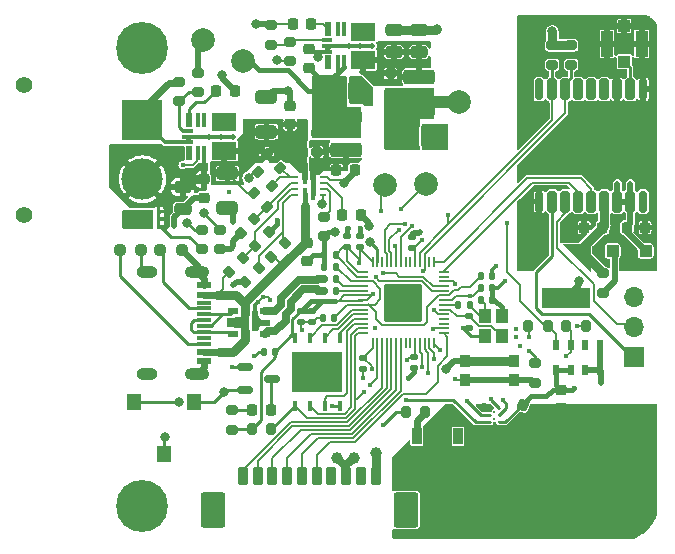
<source format=gtl>
%TF.GenerationSoftware,KiCad,Pcbnew,7.0.5-0*%
%TF.CreationDate,2024-02-18T18:21:39-05:00*%
%TF.ProjectId,BITSv5,42495453-7635-42e6-9b69-6361645f7063,2*%
%TF.SameCoordinates,Original*%
%TF.FileFunction,Copper,L1,Top*%
%TF.FilePolarity,Positive*%
%FSLAX46Y46*%
G04 Gerber Fmt 4.6, Leading zero omitted, Abs format (unit mm)*
G04 Created by KiCad (PCBNEW 7.0.5-0) date 2024-02-18 18:21:39*
%MOMM*%
%LPD*%
G01*
G04 APERTURE LIST*
G04 Aperture macros list*
%AMRoundRect*
0 Rectangle with rounded corners*
0 $1 Rounding radius*
0 $2 $3 $4 $5 $6 $7 $8 $9 X,Y pos of 4 corners*
0 Add a 4 corners polygon primitive as box body*
4,1,4,$2,$3,$4,$5,$6,$7,$8,$9,$2,$3,0*
0 Add four circle primitives for the rounded corners*
1,1,$1+$1,$2,$3*
1,1,$1+$1,$4,$5*
1,1,$1+$1,$6,$7*
1,1,$1+$1,$8,$9*
0 Add four rect primitives between the rounded corners*
20,1,$1+$1,$2,$3,$4,$5,0*
20,1,$1+$1,$4,$5,$6,$7,0*
20,1,$1+$1,$6,$7,$8,$9,0*
20,1,$1+$1,$8,$9,$2,$3,0*%
%AMFreePoly0*
4,1,12,0.600035,0.600035,0.600050,0.600000,0.600050,-1.800000,0.600036,-1.800036,0.600000,-1.800050,0.599965,-1.800036,-1.800035,0.599965,-1.800050,0.600000,-1.800035,0.600035,-1.800000,0.600050,0.600000,0.600050,0.600035,0.600035,0.600035,0.600035,$1*%
G04 Aperture macros list end*
%TA.AperFunction,SMDPad,CuDef*%
%ADD10RoundRect,0.200000X0.200000X0.275000X-0.200000X0.275000X-0.200000X-0.275000X0.200000X-0.275000X0*%
%TD*%
%TA.AperFunction,SMDPad,CuDef*%
%ADD11RoundRect,0.225000X-0.225000X-0.250000X0.225000X-0.250000X0.225000X0.250000X-0.225000X0.250000X0*%
%TD*%
%TA.AperFunction,SMDPad,CuDef*%
%ADD12RoundRect,0.140000X0.140000X0.170000X-0.140000X0.170000X-0.140000X-0.170000X0.140000X-0.170000X0*%
%TD*%
%TA.AperFunction,SMDPad,CuDef*%
%ADD13R,1.193800X1.397000*%
%TD*%
%TA.AperFunction,SMDPad,CuDef*%
%ADD14RoundRect,0.050000X0.050000X-0.387500X0.050000X0.387500X-0.050000X0.387500X-0.050000X-0.387500X0*%
%TD*%
%TA.AperFunction,SMDPad,CuDef*%
%ADD15RoundRect,0.050000X0.387500X-0.050000X0.387500X0.050000X-0.387500X0.050000X-0.387500X-0.050000X0*%
%TD*%
%TA.AperFunction,ComponentPad*%
%ADD16C,0.600000*%
%TD*%
%TA.AperFunction,SMDPad,CuDef*%
%ADD17RoundRect,0.144000X1.456000X-1.456000X1.456000X1.456000X-1.456000X1.456000X-1.456000X-1.456000X0*%
%TD*%
%TA.AperFunction,SMDPad,CuDef*%
%ADD18RoundRect,0.200000X0.053033X-0.335876X0.335876X-0.053033X-0.053033X0.335876X-0.335876X0.053033X0*%
%TD*%
%TA.AperFunction,SMDPad,CuDef*%
%ADD19R,0.972299X0.558000*%
%TD*%
%TA.AperFunction,SMDPad,CuDef*%
%ADD20FreePoly0,0.000000*%
%TD*%
%TA.AperFunction,SMDPad,CuDef*%
%ADD21R,4.100000X1.700000*%
%TD*%
%TA.AperFunction,SMDPad,CuDef*%
%ADD22RoundRect,0.200000X-0.275000X0.200000X-0.275000X-0.200000X0.275000X-0.200000X0.275000X0.200000X0*%
%TD*%
%TA.AperFunction,SMDPad,CuDef*%
%ADD23RoundRect,0.250000X-0.475000X0.250000X-0.475000X-0.250000X0.475000X-0.250000X0.475000X0.250000X0*%
%TD*%
%TA.AperFunction,SMDPad,CuDef*%
%ADD24RoundRect,0.135000X0.135000X0.185000X-0.135000X0.185000X-0.135000X-0.185000X0.135000X-0.185000X0*%
%TD*%
%TA.AperFunction,ComponentPad*%
%ADD25C,4.400000*%
%TD*%
%TA.AperFunction,SMDPad,CuDef*%
%ADD26RoundRect,0.200000X0.275000X-0.200000X0.275000X0.200000X-0.275000X0.200000X-0.275000X-0.200000X0*%
%TD*%
%TA.AperFunction,SMDPad,CuDef*%
%ADD27C,2.000000*%
%TD*%
%TA.AperFunction,SMDPad,CuDef*%
%ADD28RoundRect,0.200000X0.335876X0.053033X0.053033X0.335876X-0.335876X-0.053033X-0.053033X-0.335876X0*%
%TD*%
%TA.AperFunction,SMDPad,CuDef*%
%ADD29R,1.150000X0.600000*%
%TD*%
%TA.AperFunction,SMDPad,CuDef*%
%ADD30R,1.150000X0.300000*%
%TD*%
%TA.AperFunction,ComponentPad*%
%ADD31O,2.100000X1.000000*%
%TD*%
%TA.AperFunction,ComponentPad*%
%ADD32O,1.800000X1.000000*%
%TD*%
%TA.AperFunction,ComponentPad*%
%ADD33C,1.400000*%
%TD*%
%TA.AperFunction,ComponentPad*%
%ADD34R,3.500000X3.500000*%
%TD*%
%TA.AperFunction,ComponentPad*%
%ADD35C,3.500000*%
%TD*%
%TA.AperFunction,SMDPad,CuDef*%
%ADD36RoundRect,0.140000X0.170000X-0.140000X0.170000X0.140000X-0.170000X0.140000X-0.170000X-0.140000X0*%
%TD*%
%TA.AperFunction,SMDPad,CuDef*%
%ADD37RoundRect,0.150000X-0.512500X-0.150000X0.512500X-0.150000X0.512500X0.150000X-0.512500X0.150000X0*%
%TD*%
%TA.AperFunction,SMDPad,CuDef*%
%ADD38RoundRect,0.250000X-0.325000X-0.650000X0.325000X-0.650000X0.325000X0.650000X-0.325000X0.650000X0*%
%TD*%
%TA.AperFunction,SMDPad,CuDef*%
%ADD39RoundRect,0.250000X0.475000X-0.250000X0.475000X0.250000X-0.475000X0.250000X-0.475000X-0.250000X0*%
%TD*%
%TA.AperFunction,ComponentPad*%
%ADD40C,2.000000*%
%TD*%
%TA.AperFunction,SMDPad,CuDef*%
%ADD41R,0.399999X1.050000*%
%TD*%
%TA.AperFunction,SMDPad,CuDef*%
%ADD42R,0.599999X0.200000*%
%TD*%
%TA.AperFunction,SMDPad,CuDef*%
%ADD43R,0.475000X1.200000*%
%TD*%
%TA.AperFunction,SMDPad,CuDef*%
%ADD44R,0.349999X1.200000*%
%TD*%
%TA.AperFunction,SMDPad,CuDef*%
%ADD45R,2.150001X1.599999*%
%TD*%
%TA.AperFunction,SMDPad,CuDef*%
%ADD46R,0.900001X0.349999*%
%TD*%
%TA.AperFunction,SMDPad,CuDef*%
%ADD47R,1.500000X0.300000*%
%TD*%
%TA.AperFunction,ComponentPad*%
%ADD48C,0.499999*%
%TD*%
%TA.AperFunction,SMDPad,CuDef*%
%ADD49RoundRect,0.140000X-0.170000X0.140000X-0.170000X-0.140000X0.170000X-0.140000X0.170000X0.140000X0*%
%TD*%
%TA.AperFunction,SMDPad,CuDef*%
%ADD50R,0.550000X0.950000*%
%TD*%
%TA.AperFunction,SMDPad,CuDef*%
%ADD51RoundRect,0.225000X0.225000X0.250000X-0.225000X0.250000X-0.225000X-0.250000X0.225000X-0.250000X0*%
%TD*%
%TA.AperFunction,SMDPad,CuDef*%
%ADD52R,0.900000X1.000000*%
%TD*%
%TA.AperFunction,SMDPad,CuDef*%
%ADD53R,0.811200X1.406398*%
%TD*%
%TA.AperFunction,SMDPad,CuDef*%
%ADD54RoundRect,0.250000X0.650000X-0.325000X0.650000X0.325000X-0.650000X0.325000X-0.650000X-0.325000X0*%
%TD*%
%TA.AperFunction,SMDPad,CuDef*%
%ADD55RoundRect,0.140000X-0.140000X-0.170000X0.140000X-0.170000X0.140000X0.170000X-0.140000X0.170000X0*%
%TD*%
%TA.AperFunction,SMDPad,CuDef*%
%ADD56R,1.000000X1.150000*%
%TD*%
%TA.AperFunction,SMDPad,CuDef*%
%ADD57RoundRect,0.225000X-0.250000X0.225000X-0.250000X-0.225000X0.250000X-0.225000X0.250000X0.225000X0*%
%TD*%
%TA.AperFunction,SMDPad,CuDef*%
%ADD58RoundRect,0.225000X0.250000X-0.225000X0.250000X0.225000X-0.250000X0.225000X-0.250000X-0.225000X0*%
%TD*%
%TA.AperFunction,SMDPad,CuDef*%
%ADD59R,0.449999X0.299999*%
%TD*%
%TA.AperFunction,SMDPad,CuDef*%
%ADD60R,1.000000X1.599999*%
%TD*%
%TA.AperFunction,ComponentPad*%
%ADD61R,1.700000X1.700000*%
%TD*%
%TA.AperFunction,ComponentPad*%
%ADD62O,1.700000X1.700000*%
%TD*%
%TA.AperFunction,SMDPad,CuDef*%
%ADD63RoundRect,0.250000X-1.075000X0.375000X-1.075000X-0.375000X1.075000X-0.375000X1.075000X0.375000X0*%
%TD*%
%TA.AperFunction,SMDPad,CuDef*%
%ADD64RoundRect,0.200000X-0.335876X-0.053033X-0.053033X-0.335876X0.335876X0.053033X0.053033X0.335876X0*%
%TD*%
%TA.AperFunction,SMDPad,CuDef*%
%ADD65RoundRect,0.200000X-0.200000X-0.275000X0.200000X-0.275000X0.200000X0.275000X-0.200000X0.275000X0*%
%TD*%
%TA.AperFunction,SMDPad,CuDef*%
%ADD66RoundRect,0.135000X-0.135000X-0.185000X0.135000X-0.185000X0.135000X0.185000X-0.135000X0.185000X0*%
%TD*%
%TA.AperFunction,SMDPad,CuDef*%
%ADD67RoundRect,0.225000X-0.309574X-0.131488X0.098265X-0.321666X0.309574X0.131488X-0.098265X0.321666X0*%
%TD*%
%TA.AperFunction,SMDPad,CuDef*%
%ADD68RoundRect,0.200000X-0.053033X0.335876X-0.335876X0.053033X0.053033X-0.335876X0.335876X-0.053033X0*%
%TD*%
%TA.AperFunction,SMDPad,CuDef*%
%ADD69RoundRect,0.200000X-0.200000X-0.600000X0.200000X-0.600000X0.200000X0.600000X-0.200000X0.600000X0*%
%TD*%
%TA.AperFunction,SMDPad,CuDef*%
%ADD70RoundRect,0.250001X-0.799999X-1.249999X0.799999X-1.249999X0.799999X1.249999X-0.799999X1.249999X0*%
%TD*%
%TA.AperFunction,SMDPad,CuDef*%
%ADD71RoundRect,0.218750X0.218750X0.256250X-0.218750X0.256250X-0.218750X-0.256250X0.218750X-0.256250X0*%
%TD*%
%TA.AperFunction,SMDPad,CuDef*%
%ADD72RoundRect,0.250000X1.075000X-0.375000X1.075000X0.375000X-1.075000X0.375000X-1.075000X-0.375000X0*%
%TD*%
%TA.AperFunction,SMDPad,CuDef*%
%ADD73RoundRect,0.250000X-0.300000X-0.300000X0.300000X-0.300000X0.300000X0.300000X-0.300000X0.300000X0*%
%TD*%
%TA.AperFunction,SMDPad,CuDef*%
%ADD74R,1.000000X1.000000*%
%TD*%
%TA.AperFunction,SMDPad,CuDef*%
%ADD75R,1.050000X2.200000*%
%TD*%
%TA.AperFunction,SMDPad,CuDef*%
%ADD76RoundRect,0.237500X-0.250000X-0.237500X0.250000X-0.237500X0.250000X0.237500X-0.250000X0.237500X0*%
%TD*%
%TA.AperFunction,SMDPad,CuDef*%
%ADD77C,0.200000*%
%TD*%
%TA.AperFunction,SMDPad,CuDef*%
%ADD78RoundRect,0.237500X0.250000X0.237500X-0.250000X0.237500X-0.250000X-0.237500X0.250000X-0.237500X0*%
%TD*%
%TA.AperFunction,SMDPad,CuDef*%
%ADD79R,0.431800X0.965200*%
%TD*%
%TA.AperFunction,SMDPad,CuDef*%
%ADD80R,4.343400X3.454400*%
%TD*%
%TA.AperFunction,SMDPad,CuDef*%
%ADD81RoundRect,0.250000X-0.650000X0.325000X-0.650000X-0.325000X0.650000X-0.325000X0.650000X0.325000X0*%
%TD*%
%TA.AperFunction,SMDPad,CuDef*%
%ADD82RoundRect,0.175000X0.175000X-0.725000X0.175000X0.725000X-0.175000X0.725000X-0.175000X-0.725000X0*%
%TD*%
%TA.AperFunction,SMDPad,CuDef*%
%ADD83RoundRect,0.200000X0.200000X-0.700000X0.200000X0.700000X-0.200000X0.700000X-0.200000X-0.700000X0*%
%TD*%
%TA.AperFunction,ViaPad*%
%ADD84C,0.450000*%
%TD*%
%TA.AperFunction,ViaPad*%
%ADD85C,0.800000*%
%TD*%
%TA.AperFunction,ViaPad*%
%ADD86C,0.600000*%
%TD*%
%TA.AperFunction,ViaPad*%
%ADD87C,1.000000*%
%TD*%
%TA.AperFunction,Conductor*%
%ADD88C,0.200000*%
%TD*%
%TA.AperFunction,Conductor*%
%ADD89C,0.250000*%
%TD*%
%TA.AperFunction,Conductor*%
%ADD90C,0.300000*%
%TD*%
%TA.AperFunction,Conductor*%
%ADD91C,0.500000*%
%TD*%
%TA.AperFunction,Conductor*%
%ADD92C,0.800000*%
%TD*%
%TA.AperFunction,Conductor*%
%ADD93C,0.600000*%
%TD*%
%TA.AperFunction,Conductor*%
%ADD94C,0.450000*%
%TD*%
%TA.AperFunction,Conductor*%
%ADD95C,0.400000*%
%TD*%
%TA.AperFunction,Conductor*%
%ADD96C,0.750000*%
%TD*%
%TA.AperFunction,Conductor*%
%ADD97C,1.000000*%
%TD*%
%TA.AperFunction,Conductor*%
%ADD98C,0.350000*%
%TD*%
%TA.AperFunction,Conductor*%
%ADD99C,0.700000*%
%TD*%
%TA.AperFunction,Conductor*%
%ADD100C,0.650000*%
%TD*%
%TA.AperFunction,Conductor*%
%ADD101C,0.228600*%
%TD*%
G04 APERTURE END LIST*
D10*
%TO.P,R9,1*%
%TO.N,+3V3*%
X145825000Y-68800000D03*
%TO.P,R9,2*%
%TO.N,/SDA*%
X144175000Y-68800000D03*
%TD*%
D11*
%TO.P,C17,1*%
%TO.N,Net-(U5-VCC)*%
X114550000Y-48900000D03*
%TO.P,C17,2*%
%TO.N,GND*%
X116100000Y-48900000D03*
%TD*%
D12*
%TO.P,C1,1*%
%TO.N,+1V1*%
X124670000Y-63825600D03*
%TO.P,C1,2*%
%TO.N,GND*%
X123710000Y-63825600D03*
%TD*%
D13*
%TO.P,SW3,1,A*%
%TO.N,GND*%
X112700100Y-75255001D03*
%TO.P,SW3,2,B*%
%TO.N,Net-(SW3-B)*%
X110160100Y-79655000D03*
%TO.P,SW3,3,C*%
%TO.N,Net-(SW3-C)*%
X107620100Y-75255001D03*
%TD*%
D14*
%TO.P,U1,1,IOVDD*%
%TO.N,+3V3*%
X127780000Y-70285600D03*
%TO.P,U1,2,GPIO0*%
%TO.N,/LED*%
X128180000Y-70285600D03*
%TO.P,U1,3,GPIO1*%
%TO.N,/IRIDIUM_RXD*%
X128580000Y-70285600D03*
%TO.P,U1,4,GPIO2*%
%TO.N,/IRIDIUM_CTS*%
X128980000Y-70285600D03*
%TO.P,U1,5,GPIO3*%
%TO.N,/IRIDIUM_RTS*%
X129380000Y-70285600D03*
%TO.P,U1,6,GPIO4*%
%TO.N,/IRIDIUM_NETAV*%
X129780000Y-70285600D03*
%TO.P,U1,7,GPIO5*%
%TO.N,/IRIDIUM_RING*%
X130180000Y-70285600D03*
%TO.P,U1,8,GPIO6*%
%TO.N,unconnected-(U1-GPIO6-Pad8)*%
X130580000Y-70285600D03*
%TO.P,U1,9,GPIO7*%
%TO.N,unconnected-(U1-GPIO7-Pad9)*%
X130980000Y-70285600D03*
%TO.P,U1,10,IOVDD*%
%TO.N,+3V3*%
X131380000Y-70285600D03*
%TO.P,U1,11,GPIO8*%
%TO.N,/DRF_TXEN*%
X131780000Y-70285600D03*
%TO.P,U1,12,GPIO9*%
%TO.N,/DRF_SW*%
X132180000Y-70285600D03*
%TO.P,U1,13,GPIO10*%
%TO.N,/DRF_DIO1*%
X132580000Y-70285600D03*
%TO.P,U1,14,GPIO11*%
%TO.N,/DRF_BUSY*%
X132980000Y-70285600D03*
D15*
%TO.P,U1,15,GPIO12*%
%TO.N,/IRIDIUM_TXD*%
X133817500Y-69448100D03*
%TO.P,U1,16,GPIO13*%
%TO.N,/RDIO_RST*%
X133817500Y-69048100D03*
%TO.P,U1,17,GPIO14*%
%TO.N,unconnected-(U1-GPIO14-Pad17)*%
X133817500Y-68648100D03*
%TO.P,U1,18,GPIO15*%
%TO.N,unconnected-(U1-GPIO15-Pad18)*%
X133817500Y-68248100D03*
%TO.P,U1,19,TESTEN*%
%TO.N,GND*%
X133817500Y-67848100D03*
%TO.P,U1,20,XIN*%
%TO.N,Net-(U1-XIN)*%
X133817500Y-67448100D03*
%TO.P,U1,21,XOUT*%
%TO.N,Net-(U1-XOUT)*%
X133817500Y-67048100D03*
%TO.P,U1,22,IOVDD*%
%TO.N,+3V3*%
X133817500Y-66648100D03*
%TO.P,U1,23,DVDD*%
%TO.N,+1V1*%
X133817500Y-66248100D03*
%TO.P,U1,24,SWCLK*%
%TO.N,/RP_SWCLK*%
X133817500Y-65848100D03*
%TO.P,U1,25,SWD*%
%TO.N,/RP_SWD*%
X133817500Y-65448100D03*
%TO.P,U1,26,RUN*%
%TO.N,Net-(U1-RUN)*%
X133817500Y-65048100D03*
%TO.P,U1,27,GPIO16*%
%TO.N,unconnected-(U1-GPIO16-Pad27)*%
X133817500Y-64648100D03*
%TO.P,U1,28,GPIO17*%
%TO.N,/TIMEPULSE*%
X133817500Y-64248100D03*
D14*
%TO.P,U1,29,GPIO18*%
%TO.N,/EXTINT*%
X132980000Y-63410600D03*
%TO.P,U1,30,GPIO19*%
%TO.N,unconnected-(U1-GPIO19-Pad30)*%
X132580000Y-63410600D03*
%TO.P,U1,31,GPIO20*%
%TO.N,/SDA*%
X132180000Y-63410600D03*
%TO.P,U1,32,GPIO21*%
%TO.N,/SCL*%
X131780000Y-63410600D03*
%TO.P,U1,33,IOVDD*%
%TO.N,+3V3*%
X131380000Y-63410600D03*
%TO.P,U1,34,GPIO22*%
%TO.N,unconnected-(U1-GPIO22-Pad34)*%
X130980000Y-63410600D03*
%TO.P,U1,35,GPIO23*%
%TO.N,unconnected-(U1-GPIO23-Pad35)*%
X130580000Y-63410600D03*
%TO.P,U1,36,GPIO24*%
%TO.N,/MISO*%
X130180000Y-63410600D03*
%TO.P,U1,37,GPIO25*%
%TO.N,/DRF_CS*%
X129780000Y-63410600D03*
%TO.P,U1,38,GPIO26_ADC0*%
%TO.N,/SCK*%
X129380000Y-63410600D03*
%TO.P,U1,39,GPIO27_ADC1*%
%TO.N,/MOSI*%
X128980000Y-63410600D03*
%TO.P,U1,40,GPIO28_ADC2*%
%TO.N,unconnected-(U1-GPIO28_ADC2-Pad40)*%
X128580000Y-63410600D03*
%TO.P,U1,41,GPIO29_ADC3*%
%TO.N,/FRAM_CS*%
X128180000Y-63410600D03*
%TO.P,U1,42,IOVDD*%
%TO.N,+3V3*%
X127780000Y-63410600D03*
D15*
%TO.P,U1,43,ADC_AVDD*%
X126942500Y-64248100D03*
%TO.P,U1,44,VREG_IN*%
X126942500Y-64648100D03*
%TO.P,U1,45,VREG_VOUT*%
%TO.N,+1V1*%
X126942500Y-65048100D03*
%TO.P,U1,46,USB_DM*%
%TO.N,Net-(U1-USB_DM)*%
X126942500Y-65448100D03*
%TO.P,U1,47,USB_DP*%
%TO.N,Net-(U1-USB_DP)*%
X126942500Y-65848100D03*
%TO.P,U1,48,USB_VDD*%
%TO.N,+3V3*%
X126942500Y-66248100D03*
%TO.P,U1,49,IOVDD*%
X126942500Y-66648100D03*
%TO.P,U1,50,DVDD*%
%TO.N,+1V1*%
X126942500Y-67048100D03*
%TO.P,U1,51,QSPI_SD3*%
%TO.N,/QSPI_SD3*%
X126942500Y-67448100D03*
%TO.P,U1,52,QSPI_SCLK*%
%TO.N,/QSPI_SCLK*%
X126942500Y-67848100D03*
%TO.P,U1,53,QSPI_SD0*%
%TO.N,/QSPI_SD0*%
X126942500Y-68248100D03*
%TO.P,U1,54,QSPI_SD2*%
%TO.N,/QSPI_SD2*%
X126942500Y-68648100D03*
%TO.P,U1,55,QSPI_SD1*%
%TO.N,/QSPI_SD1*%
X126942500Y-69048100D03*
%TO.P,U1,56,QSPI_SS*%
%TO.N,/QSPI_SS*%
X126942500Y-69448100D03*
D16*
%TO.P,U1,57,GND*%
%TO.N,GND*%
X129105000Y-68123100D03*
X130380000Y-68123100D03*
X131655000Y-68123100D03*
X129105000Y-66848100D03*
X130380000Y-66848100D03*
D17*
X130380000Y-66848100D03*
D16*
X131655000Y-66848100D03*
X129105000Y-65573100D03*
X130380000Y-65573100D03*
X131655000Y-65573100D03*
%TD*%
D18*
%TO.P,R29,1*%
%TO.N,VBUS*%
X119216637Y-62983363D03*
%TO.P,R29,2*%
%TO.N,Net-(U6-PR1)*%
X120383363Y-61816637D03*
%TD*%
D19*
%TO.P,U10,1,1*%
%TO.N,/USB_D+*%
X118707551Y-69498103D03*
%TO.P,U10,2,2*%
%TO.N,GND*%
X118707551Y-68548102D03*
%TO.P,U10,3,3*%
%TO.N,/USB_D-*%
X118707551Y-67598101D03*
%TO.P,U10,4,4*%
%TO.N,Net-(J2-D--PadA7)*%
X115982649Y-67598101D03*
%TO.P,U10,5,5*%
%TO.N,VBUS*%
X115982649Y-68548102D03*
%TO.P,U10,6,6*%
%TO.N,Net-(J2-D+-PadA6)*%
X115982649Y-69498103D03*
%TD*%
D20*
%TO.P,BT2,1,+*%
%TO.N,Net-(BT2-+)*%
X145650000Y-62500000D03*
D21*
%TO.P,BT2,2,-*%
%TO.N,GND*%
X144200000Y-66450000D03*
%TD*%
D22*
%TO.P,R24,1*%
%TO.N,+3V3*%
X143000000Y-45075000D03*
%TO.P,R24,2*%
%TO.N,/SCL*%
X143000000Y-46725000D03*
%TD*%
D23*
%TO.P,C21,1*%
%TO.N,+BATT*%
X111700000Y-57050000D03*
%TO.P,C21,2*%
%TO.N,GND*%
X111700000Y-58950000D03*
%TD*%
D24*
%TO.P,R5,1*%
%TO.N,Net-(C14-Pad1)*%
X136010000Y-67065600D03*
%TO.P,R5,2*%
%TO.N,Net-(U1-XOUT)*%
X134990000Y-67065600D03*
%TD*%
D25*
%TO.P,H2,1*%
%TO.N,N/C*%
X108300000Y-84100000D03*
%TD*%
D26*
%TO.P,R33,1*%
%TO.N,Net-(U8-FB)*%
X119200000Y-45025000D03*
%TO.P,R33,2*%
%TO.N,GND*%
X119200000Y-43375000D03*
%TD*%
D27*
%TO.P,TP1,1,1*%
%TO.N,/RP_SWCLK*%
X128800000Y-56900000D03*
%TD*%
D22*
%TO.P,R17,1*%
%TO.N,Net-(U6-ILM)*%
X123700000Y-59575000D03*
%TO.P,R17,2*%
%TO.N,GND*%
X123700000Y-61225000D03*
%TD*%
D28*
%TO.P,R26,1*%
%TO.N,Net-(U6-CP2)*%
X119283363Y-56983363D03*
%TO.P,R26,2*%
%TO.N,GND*%
X118116637Y-55816637D03*
%TD*%
D29*
%TO.P,J2,A1,GND*%
%TO.N,GND*%
X113475100Y-65398102D03*
%TO.P,J2,A4,VBUS*%
%TO.N,VBUS*%
X113475100Y-66198102D03*
D30*
%TO.P,J2,A5,CC1*%
%TO.N,Net-(J2-CC1)*%
X113475100Y-67348102D03*
%TO.P,J2,A6,D+*%
%TO.N,Net-(J2-D+-PadA6)*%
X113475100Y-68348102D03*
%TO.P,J2,A7,D-*%
%TO.N,Net-(J2-D--PadA7)*%
X113475100Y-68848102D03*
%TO.P,J2,A8,SBU1*%
%TO.N,unconnected-(J2-SBU1-PadA8)*%
X113475100Y-69848102D03*
D29*
%TO.P,J2,A9,VBUS*%
%TO.N,VBUS*%
X113475100Y-70998102D03*
%TO.P,J2,A12,GND*%
%TO.N,GND*%
X113475100Y-71798102D03*
%TO.P,J2,B1,GND*%
X113475100Y-71798102D03*
%TO.P,J2,B4,VBUS*%
%TO.N,VBUS*%
X113475100Y-70998102D03*
D30*
%TO.P,J2,B5,CC2*%
%TO.N,Net-(J2-CC2)*%
X113475100Y-70348102D03*
%TO.P,J2,B6,D+*%
%TO.N,Net-(J2-D+-PadA6)*%
X113475100Y-69348102D03*
%TO.P,J2,B7,D-*%
%TO.N,Net-(J2-D--PadA7)*%
X113475100Y-67848102D03*
%TO.P,J2,B8,SBU2*%
%TO.N,unconnected-(J2-SBU2-PadB8)*%
X113475100Y-66848102D03*
D29*
%TO.P,J2,B9,VBUS*%
%TO.N,VBUS*%
X113475100Y-66198102D03*
%TO.P,J2,B12,GND*%
%TO.N,GND*%
X113475100Y-65398102D03*
D31*
%TO.P,J2,S1,SHIELD*%
X112900100Y-64278102D03*
D32*
X108720100Y-64278102D03*
D31*
X112900100Y-72918102D03*
D32*
X108720100Y-72918102D03*
%TD*%
D26*
%TO.P,R32,1*%
%TO.N,Net-(U5-FB)*%
X111400000Y-49825000D03*
%TO.P,R32,2*%
%TO.N,GND*%
X111400000Y-48175000D03*
%TD*%
%TO.P,R15,1*%
%TO.N,+BATT*%
X113300000Y-62325000D03*
%TO.P,R15,2*%
%TO.N,Net-(SW3-B)*%
X113300000Y-60675000D03*
%TD*%
D33*
%TO.P,J3,*%
%TO.N,*%
X98300000Y-59400000D03*
X98300000Y-48400000D03*
D34*
%TO.P,J3,1,Pin_1*%
%TO.N,GND*%
X108300000Y-51400000D03*
D35*
%TO.P,J3,2,Pin_2*%
%TO.N,+BATT*%
X108300000Y-56400000D03*
%TD*%
D36*
%TO.P,C9,1*%
%TO.N,+3V3*%
X131130000Y-62235600D03*
%TO.P,C9,2*%
%TO.N,GND*%
X131130000Y-61275600D03*
%TD*%
D37*
%TO.P,Q1,1,G*%
%TO.N,/LED*%
X116962500Y-72350000D03*
%TO.P,Q1,2,S*%
%TO.N,GND*%
X116962500Y-74250000D03*
%TO.P,Q1,3,D*%
%TO.N,Net-(D1-K)*%
X119237500Y-73300000D03*
%TD*%
D38*
%TO.P,C28,1*%
%TO.N,+3V3*%
X129485000Y-52725000D03*
%TO.P,C28,2*%
%TO.N,GND*%
X132435000Y-52725000D03*
%TD*%
D39*
%TO.P,C25,1*%
%TO.N,Net-(U8-VOUT)*%
X129600000Y-45650000D03*
%TO.P,C25,2*%
%TO.N,GND*%
X129600000Y-43750000D03*
%TD*%
D40*
%TO.P,TP6,1,1*%
%TO.N,/BATT_REG*%
X113400000Y-44600000D03*
%TD*%
D11*
%TO.P,C39,1*%
%TO.N,+3V3*%
X149300000Y-60500000D03*
%TO.P,C39,2*%
%TO.N,GND*%
X150850000Y-60500000D03*
%TD*%
D41*
%TO.P,U6,1,OUT*%
%TO.N,Net-(C16-Pad1)*%
X122724998Y-56325000D03*
%TO.P,U6,2,IN2*%
%TO.N,/BATT_REG*%
X122024999Y-56325000D03*
D42*
%TO.P,U6,3,CP2*%
%TO.N,Net-(U6-CP2)*%
X121250000Y-56249999D03*
%TO.P,U6,4,OV2*%
%TO.N,Net-(U6-OV2)*%
X121250000Y-56750000D03*
%TO.P,U6,5,OV1*%
%TO.N,Net-(U6-OV1)*%
X121250000Y-57250000D03*
%TO.P,U6,6,PR1*%
%TO.N,Net-(U6-PR1)*%
X121250000Y-57750001D03*
D41*
%TO.P,U6,7,IN1*%
%TO.N,VBUS*%
X122024999Y-57675000D03*
%TO.P,U6,8,OUT*%
%TO.N,Net-(C16-Pad1)*%
X122724998Y-57675000D03*
D42*
%TO.P,U6,9,ST*%
%TO.N,GND*%
X123549998Y-57750001D03*
%TO.P,U6,10,ILM*%
%TO.N,Net-(U6-ILM)*%
X123549998Y-57250000D03*
%TO.P,U6,11,SS*%
%TO.N,Net-(U6-SS)*%
X123549998Y-56750000D03*
%TO.P,U6,12,GND*%
%TO.N,GND*%
X123549998Y-56249999D03*
%TD*%
D43*
%TO.P,U8,1,PGOOD*%
%TO.N,unconnected-(U8-PGOOD-Pad1)*%
X124025501Y-46512500D03*
D44*
%TO.P,U8,2,EN*%
%TO.N,+5V*%
X124837501Y-46512500D03*
%TO.P,U8,3,VIN*%
X125337500Y-46512500D03*
D45*
%TO.P,U8,4,VOUT*%
%TO.N,Net-(U8-VOUT)*%
X126987502Y-46312500D03*
%TO.P,U8,5,SW*%
%TO.N,unconnected-(U8-SW-Pad5)*%
X126987502Y-43912500D03*
D44*
%TO.P,U8,6,SW*%
%TO.N,unconnected-(U8-SW-Pad6)*%
X125337500Y-43712500D03*
%TO.P,U8,7,BOOT*%
%TO.N,unconnected-(U8-BOOT-Pad7)*%
X124837501Y-43712500D03*
D43*
%TO.P,U8,8,VCC*%
%TO.N,Net-(U8-VCC)*%
X124025501Y-43712500D03*
D46*
%TO.P,U8,9,FB*%
%TO.N,Net-(U8-FB)*%
X123937503Y-44612501D03*
D47*
%TO.P,U8,10,GND*%
%TO.N,GND*%
X124237501Y-45112500D03*
D48*
X125757501Y-45112500D03*
X126757502Y-45112500D03*
X127757500Y-45112500D03*
D46*
%TO.P,U8,11,MODE*%
X123937503Y-45612499D03*
%TD*%
D49*
%TO.P,C13,1*%
%TO.N,Net-(U1-XIN)*%
X135970000Y-68025600D03*
%TO.P,C13,2*%
%TO.N,GND*%
X135970000Y-68985600D03*
%TD*%
D11*
%TO.P,C33,1*%
%TO.N,Net-(U6-SS)*%
X125225000Y-59400000D03*
%TO.P,C33,2*%
%TO.N,GND*%
X126775000Y-59400000D03*
%TD*%
D18*
%TO.P,R23,1*%
%TO.N,Net-(U6-OV1)*%
X117816637Y-62083363D03*
%TO.P,R23,2*%
%TO.N,GND*%
X118983363Y-60916637D03*
%TD*%
D50*
%TO.P,U11,1,VDD*%
%TO.N,+3V3*%
X143300000Y-72600000D03*
%TO.P,U11,2,PS*%
X144550000Y-72600000D03*
%TO.P,U11,3,GND*%
%TO.N,GND*%
X145800000Y-72600000D03*
%TO.P,U11,4,CSB*%
X147050000Y-72600000D03*
%TO.P,U11,5,CSB*%
X147050000Y-70450000D03*
%TO.P,U11,6,SDO*%
%TO.N,unconnected-(U11-SDO-Pad6)*%
X145800000Y-70450000D03*
%TO.P,U11,7,SDI/SDA*%
%TO.N,/SDA*%
X144550000Y-70450000D03*
%TO.P,U11,8,SCLK*%
%TO.N,/SCL*%
X143300000Y-70450000D03*
%TD*%
D51*
%TO.P,C24,1*%
%TO.N,Net-(U8-VCC)*%
X122575000Y-43300000D03*
%TO.P,C24,2*%
%TO.N,GND*%
X121025000Y-43300000D03*
%TD*%
D26*
%TO.P,R14,1*%
%TO.N,Net-(D2-K)*%
X147300000Y-66025000D03*
%TO.P,R14,2*%
%TO.N,Net-(BT2-+)*%
X147300000Y-64375000D03*
%TD*%
D49*
%TO.P,C10,1*%
%TO.N,+3V3*%
X131300000Y-71465600D03*
%TO.P,C10,2*%
%TO.N,GND*%
X131300000Y-72425600D03*
%TD*%
D25*
%TO.P,H1,1*%
%TO.N,N/C*%
X108300000Y-45300000D03*
%TD*%
D26*
%TO.P,R10,1*%
%TO.N,+3V3*%
X129310000Y-49100000D03*
%TO.P,R10,2*%
%TO.N,Net-(U8-VOUT)*%
X129310000Y-47450000D03*
%TD*%
D11*
%TO.P,C16,1*%
%TO.N,Net-(C16-Pad1)*%
X124725000Y-55600000D03*
%TO.P,C16,2*%
%TO.N,GND*%
X126275000Y-55600000D03*
%TD*%
D52*
%TO.P,B1,1,1*%
%TO.N,GND*%
X135650000Y-71800000D03*
X139750000Y-71800000D03*
%TO.P,B1,2,2*%
%TO.N,Net-(U1-RUN)*%
X135650000Y-73400000D03*
X139750000Y-73400000D03*
%TD*%
D49*
%TO.P,C6,1*%
%TO.N,+3V3*%
X122675000Y-67545000D03*
%TO.P,C6,2*%
%TO.N,GND*%
X122675000Y-68505000D03*
%TD*%
D53*
%TO.P,SW2,1,A*%
%TO.N,unconnected-(SW2-A-Pad1)*%
X135025002Y-78182700D03*
%TO.P,SW2,2,B*%
%TO.N,Net-(SW2-B)*%
X131524998Y-78182700D03*
%TO.P,SW2,3,C*%
%TO.N,GND*%
X133275000Y-82067300D03*
%TD*%
D54*
%TO.P,C18,1*%
%TO.N,/BATT_REG*%
X118800000Y-52375000D03*
%TO.P,C18,2*%
%TO.N,GND*%
X118800000Y-49425000D03*
%TD*%
D38*
%TO.P,C38,1*%
%TO.N,+5V*%
X123350000Y-48900000D03*
%TO.P,C38,2*%
%TO.N,GND*%
X126300000Y-48900000D03*
%TD*%
D55*
%TO.P,C3,1*%
%TO.N,+1V1*%
X136950000Y-64615600D03*
%TO.P,C3,2*%
%TO.N,GND*%
X137910000Y-64615600D03*
%TD*%
D49*
%TO.P,C12,1*%
%TO.N,+3V3*%
X121725000Y-67535600D03*
%TO.P,C12,2*%
%TO.N,GND*%
X121725000Y-68495600D03*
%TD*%
D56*
%TO.P,Y1,1,1*%
%TO.N,Net-(C14-Pad1)*%
X137320000Y-67955600D03*
%TO.P,Y1,2,2*%
%TO.N,GND*%
X137320000Y-69705600D03*
%TO.P,Y1,3,3*%
%TO.N,Net-(U1-XIN)*%
X138720000Y-69705600D03*
%TO.P,Y1,4,4*%
%TO.N,GND*%
X138720000Y-67955600D03*
%TD*%
D57*
%TO.P,C29,1*%
%TO.N,+3V3*%
X143700000Y-74225000D03*
%TO.P,C29,2*%
%TO.N,GND*%
X143700000Y-75775000D03*
%TD*%
D22*
%TO.P,R16,1*%
%TO.N,Net-(SW3-C)*%
X114900000Y-60675000D03*
%TO.P,R16,2*%
%TO.N,GND*%
X114900000Y-62325000D03*
%TD*%
%TO.P,R11,1*%
%TO.N,+3V3*%
X141500000Y-71975000D03*
%TO.P,R11,2*%
%TO.N,Net-(U1-RUN)*%
X141500000Y-73625000D03*
%TD*%
D58*
%TO.P,C23,1*%
%TO.N,+5V*%
X122400000Y-46975000D03*
%TO.P,C23,2*%
%TO.N,GND*%
X122400000Y-45425000D03*
%TD*%
D27*
%TO.P,TP2,1,1*%
%TO.N,/RP_SWD*%
X132300000Y-56800000D03*
%TD*%
D26*
%TO.P,R20,1*%
%TO.N,Net-(U8-VOUT)*%
X120800000Y-46425000D03*
%TO.P,R20,2*%
%TO.N,Net-(U8-FB)*%
X120800000Y-44775000D03*
%TD*%
D59*
%TO.P,U9,1,GND*%
%TO.N,GND*%
X107725001Y-59149999D03*
%TO.P,U9,2,GND*%
X107725001Y-59800000D03*
%TO.P,U9,3,GND*%
X107725001Y-60449999D03*
%TO.P,U9,4,IN*%
%TO.N,+BATT*%
X109674999Y-60449999D03*
%TO.P,U9,5,IN*%
X109674999Y-59800000D03*
%TO.P,U9,6,IN*%
X109674999Y-59149999D03*
D60*
%TO.P,U9,7,PAD*%
%TO.N,GND*%
X108700000Y-59800000D03*
%TD*%
D55*
%TO.P,C11,1*%
%TO.N,+3V3*%
X136950000Y-65595600D03*
%TO.P,C11,2*%
%TO.N,GND*%
X137910000Y-65595600D03*
%TD*%
D61*
%TO.P,J1,1,Pin_1*%
%TO.N,Net-(J1-Pin_1)*%
X149900000Y-71425000D03*
D62*
%TO.P,J1,2,Pin_2*%
%TO.N,Net-(J1-Pin_2)*%
X149900000Y-68885000D03*
%TO.P,J1,3,Pin_3*%
%TO.N,GND*%
X149900000Y-66345000D03*
%TD*%
D63*
%TO.P,L4,1*%
%TO.N,+5V*%
X125500000Y-51100000D03*
%TO.P,L4,2*%
%TO.N,Net-(C16-Pad1)*%
X125500000Y-53900000D03*
%TD*%
D64*
%TO.P,R25,1*%
%TO.N,/BATT_REG*%
X118816637Y-54316637D03*
%TO.P,R25,2*%
%TO.N,Net-(U6-CP2)*%
X119983363Y-55483363D03*
%TD*%
D65*
%TO.P,R6,1*%
%TO.N,+3V3*%
X140975000Y-68800000D03*
%TO.P,R6,2*%
%TO.N,/SCL*%
X142625000Y-68800000D03*
%TD*%
D18*
%TO.P,R22,1*%
%TO.N,VBUS*%
X115616637Y-64283363D03*
%TO.P,R22,2*%
%TO.N,Net-(U6-OV1)*%
X116783363Y-63116637D03*
%TD*%
D12*
%TO.P,C2,1*%
%TO.N,+3V3*%
X124670000Y-62815600D03*
%TO.P,C2,2*%
%TO.N,GND*%
X123710000Y-62815600D03*
%TD*%
D66*
%TO.P,R2,1*%
%TO.N,/USB_D+*%
X123680000Y-65835600D03*
%TO.P,R2,2*%
%TO.N,Net-(U1-USB_DP)*%
X124700000Y-65835600D03*
%TD*%
D55*
%TO.P,C14,1*%
%TO.N,Net-(C14-Pad1)*%
X136950000Y-66595600D03*
%TO.P,C14,2*%
%TO.N,GND*%
X137910000Y-66595600D03*
%TD*%
D67*
%TO.P,C30,1*%
%TO.N,+3V3*%
X140500000Y-75500000D03*
%TO.P,C30,2*%
%TO.N,GND*%
X141904778Y-76155058D03*
%TD*%
D10*
%TO.P,R4,1*%
%TO.N,Net-(SW2-B)*%
X132250000Y-76125000D03*
%TO.P,R4,2*%
%TO.N,/QSPI_SS*%
X130600000Y-76125000D03*
%TD*%
D57*
%TO.P,C15,1*%
%TO.N,VBUS*%
X122200000Y-61825000D03*
%TO.P,C15,2*%
%TO.N,GND*%
X122200000Y-63375000D03*
%TD*%
D43*
%TO.P,U5,1,PGOOD*%
%TO.N,unconnected-(U5-PGOOD-Pad1)*%
X112225501Y-54200000D03*
D44*
%TO.P,U5,2,EN*%
%TO.N,Net-(SW3-B)*%
X113037501Y-54200000D03*
%TO.P,U5,3,VIN*%
%TO.N,+BATT*%
X113537500Y-54200000D03*
D45*
%TO.P,U5,4,VOUT*%
%TO.N,/BATT_REG*%
X115187502Y-54000000D03*
%TO.P,U5,5,SW*%
%TO.N,unconnected-(U5-SW-Pad5)*%
X115187502Y-51600000D03*
D44*
%TO.P,U5,6,SW*%
%TO.N,unconnected-(U5-SW-Pad6)*%
X113537500Y-51400000D03*
%TO.P,U5,7,BOOT*%
%TO.N,unconnected-(U5-BOOT-Pad7)*%
X113037501Y-51400000D03*
D43*
%TO.P,U5,8,VCC*%
%TO.N,Net-(U5-VCC)*%
X112225501Y-51400000D03*
D46*
%TO.P,U5,9,FB*%
%TO.N,Net-(U5-FB)*%
X112137503Y-52300001D03*
D47*
%TO.P,U5,10,GND*%
%TO.N,GND*%
X112437501Y-52800000D03*
D48*
X113957501Y-52800000D03*
X114957502Y-52800000D03*
X115957500Y-52800000D03*
D46*
%TO.P,U5,11,MODE*%
X112137503Y-53299999D03*
%TD*%
D49*
%TO.P,C5,1*%
%TO.N,+3V3*%
X126980000Y-71515600D03*
%TO.P,C5,2*%
%TO.N,GND*%
X126980000Y-72475600D03*
%TD*%
D22*
%TO.P,R31,1*%
%TO.N,/BATT_REG*%
X113000000Y-47375000D03*
%TO.P,R31,2*%
%TO.N,Net-(U5-FB)*%
X113000000Y-49025000D03*
%TD*%
%TO.P,R21,1*%
%TO.N,+3V3*%
X144600000Y-45075000D03*
%TO.P,R21,2*%
%TO.N,/SDA*%
X144600000Y-46725000D03*
%TD*%
D68*
%TO.P,R28,1*%
%TO.N,Net-(U6-OV2)*%
X117783363Y-59816637D03*
%TO.P,R28,2*%
%TO.N,GND*%
X116616637Y-60983363D03*
%TD*%
D26*
%TO.P,R12,1*%
%TO.N,+3V3*%
X115917500Y-77615000D03*
%TO.P,R12,2*%
%TO.N,Net-(D1-A)*%
X115917500Y-75965000D03*
%TD*%
D12*
%TO.P,C4,1*%
%TO.N,+1V1*%
X124530000Y-68125600D03*
%TO.P,C4,2*%
%TO.N,GND*%
X123570000Y-68125600D03*
%TD*%
D66*
%TO.P,R1,1*%
%TO.N,/USB_D-*%
X123680000Y-64835600D03*
%TO.P,R1,2*%
%TO.N,Net-(U1-USB_DM)*%
X124700000Y-64835600D03*
%TD*%
D36*
%TO.P,C32,1*%
%TO.N,+3V3*%
X126690000Y-62175600D03*
%TO.P,C32,2*%
%TO.N,GND*%
X126690000Y-61215600D03*
%TD*%
D69*
%TO.P,J4,1,Pin_1*%
%TO.N,/IRIDIUM_RXD*%
X116805000Y-81500000D03*
%TO.P,J4,2,Pin_2*%
%TO.N,/IRIDIUM_CTS*%
X118055000Y-81500000D03*
%TO.P,J4,3,Pin_3*%
%TO.N,/IRIDIUM_RTS*%
X119305000Y-81500000D03*
%TO.P,J4,4,Pin_4*%
%TO.N,/IRIDIUM_NETAV*%
X120555000Y-81500000D03*
%TO.P,J4,5,Pin_5*%
%TO.N,/IRIDIUM_RING*%
X121805000Y-81500000D03*
%TO.P,J4,6,Pin_6*%
%TO.N,/IRIDIUM_TXD*%
X123055000Y-81500000D03*
%TO.P,J4,7,Pin_7*%
%TO.N,unconnected-(J4-Pin_7-Pad7)*%
X124305000Y-81500000D03*
%TO.P,J4,8,Pin_8*%
%TO.N,+5V*%
X125555000Y-81500000D03*
%TO.P,J4,9,Pin_9*%
%TO.N,unconnected-(J4-Pin_9-Pad9)*%
X126805000Y-81500000D03*
%TO.P,J4,10,Pin_10*%
%TO.N,GND*%
X128055000Y-81500000D03*
D70*
%TO.P,J4,MP*%
%TO.N,N/C*%
X114255000Y-84400000D03*
X130605000Y-84400000D03*
%TD*%
D71*
%TO.P,D1,1,K*%
%TO.N,Net-(D1-K)*%
X119155000Y-75950000D03*
%TO.P,D1,2,A*%
%TO.N,Net-(D1-A)*%
X117580000Y-75950000D03*
%TD*%
D58*
%TO.P,C34,1*%
%TO.N,/BATT_REG*%
X120800000Y-51775000D03*
%TO.P,C34,2*%
%TO.N,GND*%
X120800000Y-50225000D03*
%TD*%
D22*
%TO.P,R13,1*%
%TO.N,+5V*%
X123100000Y-52475000D03*
%TO.P,R13,2*%
%TO.N,Net-(C16-Pad1)*%
X123100000Y-54125000D03*
%TD*%
D51*
%TO.P,C40,1*%
%TO.N,Net-(BT2-+)*%
X147250000Y-60500000D03*
%TO.P,C40,2*%
%TO.N,GND*%
X145700000Y-60500000D03*
%TD*%
D64*
%TO.P,R27,1*%
%TO.N,/BATT_REG*%
X117716637Y-57616637D03*
%TO.P,R27,2*%
%TO.N,Net-(U6-OV2)*%
X118883363Y-58783363D03*
%TD*%
D12*
%TO.P,C7,1*%
%TO.N,+3V3*%
X119515000Y-71035000D03*
%TO.P,C7,2*%
%TO.N,GND*%
X118555000Y-71035000D03*
%TD*%
D25*
%TO.P,H3,1,1*%
%TO.N,GND*%
X149100000Y-84100000D03*
%TD*%
D40*
%TO.P,TP4,1,1*%
%TO.N,+5V*%
X116800000Y-46400000D03*
%TD*%
D68*
%TO.P,R30,1*%
%TO.N,Net-(U6-PR1)*%
X118183363Y-63916637D03*
%TO.P,R30,2*%
%TO.N,GND*%
X117016637Y-65083363D03*
%TD*%
D39*
%TO.P,C31,1*%
%TO.N,Net-(U8-VOUT)*%
X131700000Y-45650000D03*
%TO.P,C31,2*%
%TO.N,GND*%
X131700000Y-43750000D03*
%TD*%
D72*
%TO.P,L3,1*%
%TO.N,+3V3*%
X131685000Y-50525000D03*
%TO.P,L3,2*%
%TO.N,Net-(U8-VOUT)*%
X131685000Y-47725000D03*
%TD*%
D73*
%TO.P,D2,1,K*%
%TO.N,Net-(D2-K)*%
X148100000Y-62500000D03*
%TO.P,D2,2,A*%
%TO.N,+3V3*%
X150900000Y-62500000D03*
%TD*%
D57*
%TO.P,C19,1*%
%TO.N,+BATT*%
X113500000Y-56425000D03*
%TO.P,C19,2*%
%TO.N,GND*%
X113500000Y-57975000D03*
%TD*%
D74*
%TO.P,J5,1,In*%
%TO.N,Net-(J5-In)*%
X149100000Y-46450000D03*
D75*
%TO.P,J5,2,Ext*%
%TO.N,GND*%
X147625000Y-44950000D03*
D74*
X149100000Y-43450000D03*
D75*
X150575000Y-44950000D03*
%TD*%
D76*
%TO.P,R8,1*%
%TO.N,Net-(J2-CC2)*%
X106387500Y-62400000D03*
%TO.P,R8,2*%
%TO.N,GND*%
X108212500Y-62400000D03*
%TD*%
D36*
%TO.P,C8,1*%
%TO.N,+3V3*%
X125660000Y-62175600D03*
%TO.P,C8,2*%
%TO.N,GND*%
X125660000Y-61215600D03*
%TD*%
D77*
%TO.P,U7,A1,GND*%
%TO.N,GND*%
X137700000Y-75800000D03*
%TO.P,U7,A3,SI*%
%TO.N,/MOSI*%
X138500000Y-75800000D03*
%TO.P,U7,B2,~{WP}*%
%TO.N,unconnected-(U7-~{WP}-PadB2)*%
X138100000Y-76100000D03*
%TO.P,U7,C1,SO*%
%TO.N,/MISO*%
X137700000Y-76400000D03*
%TO.P,U7,C3,SCK*%
%TO.N,/SCK*%
X138500000Y-76400000D03*
%TO.P,U7,D2,~{HOLD}*%
%TO.N,unconnected-(U7-~{HOLD}-PadD2)*%
X138100000Y-76700000D03*
%TO.P,U7,E1,~{CS}*%
%TO.N,/FRAM_CS*%
X137700000Y-77000000D03*
%TO.P,U7,E3,VDD*%
%TO.N,+3V3*%
X138500000Y-77000000D03*
%TD*%
D78*
%TO.P,R7,1*%
%TO.N,GND*%
X111612500Y-62400000D03*
%TO.P,R7,2*%
%TO.N,Net-(J2-CC1)*%
X109787500Y-62400000D03*
%TD*%
D10*
%TO.P,R3,1*%
%TO.N,/QSPI_SS*%
X119182500Y-77590000D03*
%TO.P,R3,2*%
%TO.N,+3V3*%
X117532500Y-77590000D03*
%TD*%
D79*
%TO.P,U2,1,~{CS}*%
%TO.N,/QSPI_SS*%
X121180000Y-75571000D03*
%TO.P,U2,2,DO(IO1)*%
%TO.N,/QSPI_SD1*%
X122450000Y-75571000D03*
%TO.P,U2,3,IO2*%
%TO.N,/QSPI_SD2*%
X123720000Y-75571000D03*
%TO.P,U2,4,GND*%
%TO.N,GND*%
X124990000Y-75571000D03*
%TO.P,U2,5,DI(IO0)*%
%TO.N,/QSPI_SD0*%
X124990000Y-69830600D03*
%TO.P,U2,6,CLK*%
%TO.N,/QSPI_SCLK*%
X123720000Y-69830600D03*
%TO.P,U2,7,IO3*%
%TO.N,/QSPI_SD3*%
X122450000Y-69830600D03*
%TO.P,U2,8,VCC*%
%TO.N,+3V3*%
X121180000Y-69830600D03*
D80*
%TO.P,U2,9*%
%TO.N,N/C*%
X123085000Y-72700800D03*
%TD*%
D81*
%TO.P,C20,1*%
%TO.N,/BATT_REG*%
X115500000Y-55925000D03*
%TO.P,C20,2*%
%TO.N,GND*%
X115500000Y-58875000D03*
%TD*%
D82*
%TO.P,U3,1,GND*%
%TO.N,GND*%
X141900000Y-58300000D03*
D83*
%TO.P,U3,2,TXD*%
%TO.N,Net-(J1-Pin_1)*%
X143000000Y-58300000D03*
%TO.P,U3,3,RXD*%
%TO.N,Net-(J1-Pin_2)*%
X144100000Y-58300000D03*
%TO.P,U3,4,TIMEPULSE*%
%TO.N,/TIMEPULSE*%
X145200000Y-58300000D03*
%TO.P,U3,5,EXTINT*%
%TO.N,/EXTINT*%
X146300000Y-58300000D03*
%TO.P,U3,6,V_BCKP*%
%TO.N,Net-(BT2-+)*%
X147400000Y-58300000D03*
%TO.P,U3,7,VCC_IO*%
%TO.N,+3V3*%
X148500000Y-58300000D03*
%TO.P,U3,8,VCC*%
X149600000Y-58300000D03*
D82*
%TO.P,U3,9,~{RESET}*%
%TO.N,unconnected-(U3-~{RESET}-Pad9)*%
X150700000Y-58300000D03*
%TO.P,U3,10,GND*%
%TO.N,GND*%
X150700000Y-48800000D03*
D83*
%TO.P,U3,11,RF_IN*%
%TO.N,Net-(J5-In)*%
X149600000Y-48800000D03*
%TO.P,U3,12,GND*%
%TO.N,GND*%
X148500000Y-48800000D03*
%TO.P,U3,13,LNA_EN*%
%TO.N,unconnected-(U3-LNA_EN-Pad13)*%
X147400000Y-48800000D03*
%TO.P,U3,14,VCC_RF*%
%TO.N,unconnected-(U3-VCC_RF-Pad14)*%
X146300000Y-48800000D03*
%TO.P,U3,15,VIO_SEL*%
%TO.N,unconnected-(U3-VIO_SEL-Pad15)*%
X145200000Y-48800000D03*
%TO.P,U3,16,SDA*%
%TO.N,/SDA*%
X144100000Y-48800000D03*
%TO.P,U3,17,SCL*%
%TO.N,/SCL*%
X143000000Y-48800000D03*
D82*
%TO.P,U3,18,~{SAFEBOOT}*%
%TO.N,unconnected-(U3-~{SAFEBOOT}-Pad18)*%
X141900000Y-48800000D03*
%TD*%
D40*
%TO.P,TP5,1,1*%
%TO.N,+3V3*%
X135100000Y-49900000D03*
%TD*%
D84*
%TO.N,/QSPI_SS*%
X128670000Y-77240000D03*
X127070000Y-74430000D03*
D85*
%TO.N,GND*%
X123200000Y-46100000D03*
X150266668Y-53800000D03*
X138940000Y-82100000D03*
X141599998Y-50700000D03*
X117900000Y-43300000D03*
X137940000Y-80800000D03*
X146000000Y-46900000D03*
X150000000Y-79300000D03*
D84*
X127500000Y-48700000D03*
D85*
X142400000Y-80700000D03*
X134700000Y-76600000D03*
X147666664Y-55500000D03*
X149433330Y-55500000D03*
X146780000Y-77400000D03*
D84*
X125700000Y-60500000D03*
D86*
X107025000Y-60225000D03*
D84*
X139000000Y-65000000D03*
D85*
X133400000Y-77800000D03*
X136580000Y-85600000D03*
X134420000Y-85600000D03*
D84*
X131800000Y-60900000D03*
X119700000Y-59900000D03*
D85*
X140600000Y-60100000D03*
D84*
X116000000Y-65400000D03*
D85*
X143200000Y-53800000D03*
X146733332Y-53800000D03*
X140700000Y-52300000D03*
X140600000Y-63400000D03*
D84*
X133000000Y-67500000D03*
X137200000Y-75500000D03*
X144000000Y-60300000D03*
D85*
X140600000Y-61750000D03*
D84*
X119100000Y-66600000D03*
X118500000Y-66400000D03*
D85*
X115000000Y-47600000D03*
D84*
X124366402Y-75571000D03*
D85*
X146000000Y-43500000D03*
X148940000Y-77400000D03*
X115200000Y-74400000D03*
X117300000Y-56300000D03*
X145300000Y-65000000D03*
D84*
X144700000Y-60300000D03*
D85*
X137500000Y-78500000D03*
D87*
X128050000Y-79580000D03*
D85*
X147840000Y-79300000D03*
X150900000Y-46900000D03*
D84*
X126980000Y-73215600D03*
D85*
X141599998Y-45700000D03*
X127500000Y-60400000D03*
X150300000Y-50800000D03*
X144966666Y-53800000D03*
D84*
X138260000Y-63780000D03*
D85*
X140100000Y-80800000D03*
D84*
X117780000Y-71400000D03*
D85*
X133700000Y-53300000D03*
X147633330Y-52200000D03*
X140600000Y-55500000D03*
X145899998Y-55500000D03*
D84*
X144700000Y-61000000D03*
D85*
X133300000Y-84600000D03*
X151100000Y-77400000D03*
X141900000Y-60900000D03*
X132500000Y-78800000D03*
X133200000Y-43700000D03*
D84*
X135100000Y-80900000D03*
D85*
X133700000Y-52300000D03*
X149400000Y-52200000D03*
X148499998Y-53800000D03*
D84*
X126700000Y-60500000D03*
D85*
X132400000Y-83000000D03*
X142366666Y-55500000D03*
D84*
X115600000Y-57500000D03*
X121830000Y-69150000D03*
D85*
X139200000Y-79300000D03*
X120600000Y-48900000D03*
X144099998Y-52200000D03*
X148533330Y-50800000D03*
D84*
X116000000Y-60000000D03*
D85*
X134000000Y-72500000D03*
X140900000Y-85600000D03*
X132400000Y-80300000D03*
X138740000Y-85600000D03*
X145866664Y-52200000D03*
D84*
X144000000Y-61000000D03*
D85*
X125400000Y-56700000D03*
X146766664Y-50800000D03*
X141360000Y-79300000D03*
X144560000Y-80700000D03*
D84*
X127500000Y-49300000D03*
D85*
X146720000Y-80700000D03*
D84*
X118100000Y-66800000D03*
D85*
X140700000Y-47300000D03*
D84*
X147100000Y-73700000D03*
X117900000Y-69000000D03*
X135400000Y-69000000D03*
D85*
X140300000Y-77400000D03*
X123500000Y-58500000D03*
D86*
X107025000Y-59375000D03*
D85*
X145680000Y-79300000D03*
X144133332Y-55500000D03*
D84*
X127500000Y-49900000D03*
D85*
X144620000Y-77400000D03*
X142460000Y-77400000D03*
D84*
X116000000Y-62100000D03*
D85*
X143520000Y-79300000D03*
X141100000Y-82100000D03*
X146000000Y-45200000D03*
D84*
X130800000Y-73220000D03*
D85*
X151200000Y-55500000D03*
D84*
X111000000Y-60400000D03*
D85*
X147700000Y-46900000D03*
X124600000Y-60900000D03*
D84*
%TO.N,+3V3*%
X141060000Y-70950000D03*
D85*
X129500000Y-50200000D03*
D84*
X149600000Y-56800000D03*
X127850000Y-66120000D03*
X123900000Y-66700000D03*
X148500000Y-56800000D03*
X124600000Y-66700000D03*
X127700000Y-72500000D03*
X144800000Y-74100000D03*
X126660000Y-63470000D03*
X141000000Y-69800000D03*
X136000000Y-66300000D03*
D85*
X131000000Y-53300000D03*
D84*
X145100000Y-68800000D03*
X130690000Y-71720000D03*
X131980000Y-61570000D03*
D85*
X129500000Y-51200000D03*
X143000000Y-43900000D03*
X131000000Y-52300000D03*
D84*
%TO.N,Net-(U1-RUN)*%
X134800000Y-73300000D03*
X134800000Y-65280000D03*
D87*
%TO.N,+5V*%
X126300000Y-52400000D03*
X124500000Y-52400000D03*
X124800000Y-80000000D03*
X123200000Y-51000000D03*
X124800000Y-48900000D03*
X126200000Y-80000000D03*
D84*
%TO.N,/LED*%
X115900000Y-72300000D03*
X127600000Y-73800000D03*
%TO.N,/RDIO_RST*%
X132900000Y-69100000D03*
%TO.N,/MISO*%
X139950000Y-69050000D03*
X135800000Y-75200000D03*
X131100000Y-60400000D03*
D85*
%TO.N,Net-(SW3-C)*%
X111400000Y-75300000D03*
X113500000Y-59300000D03*
D84*
%TO.N,/DRF_SW*%
X132500000Y-72800000D03*
%TO.N,/DRF_TXEN*%
X132000000Y-72300000D03*
%TO.N,/DRF_DIO1*%
X133000000Y-71600000D03*
%TO.N,/RP_SWCLK*%
X128500000Y-59100000D03*
X128110000Y-64730000D03*
%TO.N,/RP_SWD*%
X130200000Y-58900000D03*
X128700000Y-64340000D03*
%TO.N,/DRF_BUSY*%
X133500000Y-70900000D03*
%TO.N,/SCK*%
X138800000Y-75100000D03*
X140300000Y-70500000D03*
X130000000Y-60700000D03*
%TO.N,/DRF_CS*%
X129700000Y-62100000D03*
%TO.N,/MOSI*%
X130500000Y-60200000D03*
X139900000Y-69800000D03*
X137800000Y-75000000D03*
%TO.N,/FRAM_CS*%
X128000000Y-69000000D03*
X130600000Y-75100000D03*
D85*
X127600000Y-61700000D03*
D84*
%TO.N,/SCL*%
X139200000Y-60100000D03*
X134200000Y-59400000D03*
%TO.N,/SDA*%
X144200000Y-71400000D03*
X132076477Y-64181879D03*
D87*
%TO.N,/BATT_REG*%
X117200000Y-53000000D03*
D85*
%TO.N,Net-(U8-VOUT)*%
X119700000Y-46300000D03*
D84*
X127700000Y-47700000D03*
D85*
%TO.N,Net-(SW3-B)*%
X110200000Y-78200000D03*
D84*
X111700000Y-55200000D03*
D85*
X112100000Y-60100000D03*
%TD*%
D88*
%TO.N,/QSPI_SS*%
X126575711Y-69448100D02*
X126302672Y-69721139D01*
D89*
X119182500Y-77590000D02*
X119182500Y-77568500D01*
D88*
X125560448Y-76607600D02*
X122216600Y-76607600D01*
X126942500Y-69448100D02*
X126575711Y-69448100D01*
X122216600Y-76607600D02*
X121180000Y-75571000D01*
X126490000Y-75010000D02*
X127070000Y-74430000D01*
D89*
X128670000Y-77240000D02*
X129785000Y-76125000D01*
D88*
X126302672Y-69721139D02*
X126302672Y-75010000D01*
D89*
X119182500Y-77568500D02*
X121180000Y-75571000D01*
D88*
X126302672Y-75865376D02*
X125560448Y-76607600D01*
X126302672Y-75010000D02*
X126302672Y-75865376D01*
D89*
X129785000Y-76125000D02*
X130600000Y-76125000D01*
D88*
X126302672Y-75010000D02*
X126490000Y-75010000D01*
%TO.N,/QSPI_SD1*%
X126942500Y-69048100D02*
X126513263Y-69048100D01*
X126513263Y-69048100D02*
X125975672Y-69585691D01*
X123159600Y-76280600D02*
X122450000Y-75571000D01*
X125425000Y-76280600D02*
X123159600Y-76280600D01*
X125975672Y-75729928D02*
X125425000Y-76280600D01*
X125975672Y-69585691D02*
X125975672Y-75729928D01*
%TO.N,/QSPI_SD2*%
X126942500Y-68648100D02*
X126234844Y-68648100D01*
X125648672Y-69234272D02*
X125648672Y-74490028D01*
X123964400Y-74775600D02*
X123720000Y-75020000D01*
X125363100Y-74775600D02*
X123964400Y-74775600D01*
X123720000Y-75020000D02*
X123720000Y-75571000D01*
X126234844Y-68648100D02*
X125648672Y-69234272D01*
X125648672Y-74490028D02*
X125363100Y-74775600D01*
D90*
%TO.N,GND*%
X123300000Y-45612499D02*
X122587499Y-45612499D01*
X110199999Y-53299999D02*
X108300000Y-51400000D01*
D88*
X123949999Y-56249999D02*
X124200000Y-56500000D01*
D91*
X126275000Y-55825000D02*
X125400000Y-56700000D01*
X116100000Y-48900000D02*
X115000000Y-47800000D01*
D88*
X133000000Y-67500000D02*
X133348100Y-67848100D01*
D92*
X129600000Y-43750000D02*
X131700000Y-43750000D01*
D90*
X123200000Y-46100000D02*
X123300000Y-46000000D01*
D93*
X113475100Y-64853102D02*
X112900100Y-64278102D01*
X112900100Y-63687600D02*
X111612500Y-62400000D01*
D91*
X131130000Y-61170000D02*
X131130000Y-61275600D01*
X131800000Y-60900000D02*
X131700000Y-61000000D01*
X145300000Y-65000000D02*
X145300000Y-65350000D01*
D89*
X118145000Y-71035000D02*
X118555000Y-71035000D01*
D88*
X118100000Y-66800000D02*
X118500000Y-66400000D01*
X121725000Y-69045000D02*
X121830000Y-69150000D01*
D90*
X123937503Y-45612499D02*
X123937503Y-45412498D01*
D94*
X123700000Y-61225000D02*
X124025000Y-60900000D01*
D90*
X112137503Y-53099998D02*
X112437501Y-52800000D01*
D88*
X117783363Y-55816637D02*
X117300000Y-56300000D01*
D91*
X111000000Y-59650000D02*
X111000000Y-60400000D01*
D90*
X112137503Y-53299999D02*
X110199999Y-53299999D01*
D89*
X114344999Y-75255001D02*
X112700100Y-75255001D01*
D94*
X135100000Y-80900000D02*
X133932700Y-82067300D01*
D93*
X108300000Y-50500000D02*
X108300000Y-51400000D01*
D91*
X119125000Y-43300000D02*
X117900000Y-43300000D01*
D89*
X135400000Y-69000000D02*
X136105600Y-69705600D01*
D91*
X134000000Y-72500000D02*
X134700000Y-71800000D01*
D89*
X108212500Y-63770502D02*
X108720100Y-64278102D01*
D91*
X127500000Y-60400000D02*
X127500000Y-60125000D01*
X131700000Y-61000000D02*
X131300000Y-61000000D01*
D93*
X113475100Y-72343102D02*
X112900100Y-72918102D01*
D91*
X112675000Y-57975000D02*
X113500000Y-57975000D01*
D95*
X138095600Y-66595600D02*
X138720000Y-67220000D01*
D91*
X119325000Y-48900000D02*
X118800000Y-49425000D01*
D89*
X137700000Y-75800000D02*
X137500000Y-75800000D01*
D88*
X124200000Y-56500000D02*
X125200000Y-56500000D01*
D89*
X115200000Y-74400000D02*
X115350000Y-74250000D01*
D91*
X145800000Y-72600000D02*
X147050000Y-72600000D01*
D88*
X122587499Y-45612499D02*
X122400000Y-45425000D01*
D91*
X145300000Y-65350000D02*
X144200000Y-66450000D01*
X120600000Y-48900000D02*
X119325000Y-48900000D01*
D96*
X128050000Y-79580000D02*
X128055000Y-79585000D01*
D88*
X126980000Y-72475600D02*
X126980000Y-73215600D01*
X121734400Y-68505000D02*
X121725000Y-68495600D01*
D94*
X122759400Y-62815600D02*
X122200000Y-63375000D01*
X123710000Y-63825600D02*
X123710000Y-62815600D01*
D95*
X137910000Y-65595600D02*
X137910000Y-66595600D01*
D94*
X123710000Y-62815600D02*
X122759400Y-62815600D01*
D95*
X119700000Y-60200000D02*
X119700000Y-59900000D01*
D91*
X116000000Y-61600000D02*
X116616637Y-60983363D01*
D93*
X113475100Y-65398102D02*
X113475100Y-64853102D01*
D91*
X120800000Y-49100000D02*
X120600000Y-48900000D01*
X114900000Y-62325000D02*
X115775000Y-62325000D01*
D88*
X119275000Y-43300000D02*
X119200000Y-43375000D01*
X123549998Y-58450002D02*
X123500000Y-58500000D01*
D89*
X137500000Y-75800000D02*
X137200000Y-75500000D01*
D93*
X110575000Y-48225000D02*
X108300000Y-50500000D01*
D91*
X115000000Y-47800000D02*
X115000000Y-47600000D01*
X111700000Y-58950000D02*
X112675000Y-57975000D01*
D89*
X108212500Y-62400000D02*
X108212500Y-63770502D01*
D88*
X123570000Y-68125600D02*
X123054400Y-68125600D01*
D90*
X137910000Y-65595600D02*
X138404400Y-65595600D01*
D94*
X131300000Y-72425600D02*
X131300000Y-72720000D01*
D88*
X123549998Y-56249999D02*
X123949999Y-56249999D01*
D90*
X112437501Y-52800000D02*
X115957500Y-52800000D01*
D91*
X116000000Y-62100000D02*
X116000000Y-61600000D01*
D94*
X123710000Y-62815600D02*
X123710000Y-61235000D01*
D91*
X147100000Y-73700000D02*
X147100000Y-72650000D01*
D88*
X123054400Y-68125600D02*
X122675000Y-68505000D01*
D92*
X133150000Y-43750000D02*
X133200000Y-43700000D01*
D89*
X115350000Y-74250000D02*
X116962500Y-74250000D01*
D88*
X118500000Y-66400000D02*
X118900000Y-66400000D01*
D94*
X126700000Y-61205600D02*
X126690000Y-61215600D01*
D93*
X112900100Y-64278102D02*
X112900100Y-63687600D01*
D90*
X118100000Y-66800000D02*
X117800000Y-67100000D01*
D91*
X147050000Y-70450000D02*
X147050000Y-72600000D01*
D90*
X124237501Y-45112500D02*
X127757500Y-45112500D01*
D91*
X119200000Y-43375000D02*
X119125000Y-43300000D01*
X111700000Y-58950000D02*
X111000000Y-59650000D01*
D95*
X138720000Y-67220000D02*
X138720000Y-67955600D01*
X118983363Y-60916637D02*
X119700000Y-60200000D01*
D94*
X123710000Y-61235000D02*
X123700000Y-61225000D01*
X131300000Y-72720000D02*
X130800000Y-73220000D01*
D91*
X115500000Y-58875000D02*
X116000000Y-59375000D01*
D90*
X123300000Y-46000000D02*
X123300000Y-45612499D01*
D89*
X136105600Y-69705600D02*
X137320000Y-69705600D01*
D88*
X135414400Y-68985600D02*
X135970000Y-68985600D01*
D94*
X125660000Y-60540000D02*
X125660000Y-61215600D01*
D91*
X131300000Y-61000000D02*
X131130000Y-61170000D01*
X117016637Y-65083363D02*
X116316637Y-65083363D01*
X115775000Y-62325000D02*
X116000000Y-62100000D01*
D95*
X137910000Y-66595600D02*
X138095600Y-66595600D01*
D90*
X117800000Y-67100000D02*
X117800000Y-68200000D01*
D91*
X147100000Y-72650000D02*
X147050000Y-72600000D01*
D90*
X123937503Y-45612499D02*
X123300000Y-45612499D01*
D89*
X124366402Y-75571000D02*
X124990000Y-75571000D01*
D88*
X123549998Y-57750001D02*
X123549998Y-58450002D01*
D91*
X116316637Y-65083363D02*
X116000000Y-65400000D01*
D89*
X115200000Y-74400000D02*
X114344999Y-75255001D01*
D88*
X118900000Y-66400000D02*
X119100000Y-66600000D01*
X121025000Y-43300000D02*
X119275000Y-43300000D01*
D93*
X113475100Y-71798102D02*
X113475100Y-72343102D01*
D96*
X128055000Y-79585000D02*
X128055000Y-81505000D01*
D90*
X137910000Y-64615600D02*
X137910000Y-64130000D01*
D93*
X111400000Y-48225000D02*
X110575000Y-48225000D01*
D91*
X116000000Y-59375000D02*
X116000000Y-60000000D01*
D88*
X133348100Y-67848100D02*
X133817500Y-67848100D01*
X121725000Y-68495600D02*
X121725000Y-69045000D01*
D90*
X112137503Y-53299999D02*
X112137503Y-53099998D01*
D92*
X139750000Y-71800000D02*
X135650000Y-71800000D01*
D90*
X123937503Y-45412498D02*
X124237501Y-45112500D01*
D91*
X126275000Y-55600000D02*
X126275000Y-55825000D01*
X134700000Y-71800000D02*
X135650000Y-71800000D01*
X120800000Y-50225000D02*
X120800000Y-49100000D01*
D90*
X138404400Y-65595600D02*
X139000000Y-65000000D01*
D88*
X135400000Y-69000000D02*
X135414400Y-68985600D01*
D94*
X125700000Y-60500000D02*
X125660000Y-60540000D01*
D88*
X122675000Y-68505000D02*
X121734400Y-68505000D01*
X125200000Y-56500000D02*
X125400000Y-56700000D01*
D94*
X126700000Y-60500000D02*
X126700000Y-61205600D01*
X133932700Y-82067300D02*
X133275000Y-82067300D01*
D89*
X117780000Y-71400000D02*
X118145000Y-71035000D01*
D92*
X131700000Y-43750000D02*
X133150000Y-43750000D01*
D94*
X124025000Y-60900000D02*
X124600000Y-60900000D01*
D90*
X137910000Y-64130000D02*
X138260000Y-63780000D01*
D91*
X127500000Y-60125000D02*
X126775000Y-59400000D01*
D88*
X118116637Y-55816637D02*
X117783363Y-55816637D01*
%TO.N,/QSPI_SD0*%
X126942500Y-68248100D02*
X126172396Y-68248100D01*
X126172396Y-68248100D02*
X124990000Y-69430496D01*
X124990000Y-69430496D02*
X124990000Y-69830600D01*
%TO.N,/QSPI_SCLK*%
X124475000Y-69075600D02*
X123720000Y-69830600D01*
X126109948Y-67848100D02*
X124882448Y-69075600D01*
X124882448Y-69075600D02*
X124475000Y-69075600D01*
X126942500Y-67848100D02*
X126109948Y-67848100D01*
%TO.N,/QSPI_SD3*%
X124747000Y-68748600D02*
X123532000Y-68748600D01*
X126942500Y-67448100D02*
X126047500Y-67448100D01*
X126047500Y-67448100D02*
X124747000Y-68748600D01*
X123532000Y-68748600D02*
X122450000Y-69830600D01*
%TO.N,+3V3*%
X125660000Y-62175600D02*
X125310000Y-62175600D01*
X131300000Y-71465600D02*
X131380000Y-71385600D01*
D91*
X148500000Y-58300000D02*
X148500000Y-56800000D01*
D89*
X121000000Y-69300000D02*
X121000000Y-69550000D01*
D88*
X125355000Y-66245000D02*
X124900000Y-66700000D01*
D89*
X119515000Y-71485000D02*
X119515000Y-71035000D01*
D88*
X127721900Y-66248100D02*
X127850000Y-66120000D01*
D89*
X117532500Y-77590000D02*
X115942500Y-77590000D01*
X141500000Y-71390000D02*
X141060000Y-70950000D01*
X117532500Y-77590000D02*
X117532500Y-77567500D01*
D88*
X126660000Y-63175600D02*
X125660000Y-62175600D01*
X131314400Y-62235600D02*
X131980000Y-61570000D01*
X126939400Y-66245000D02*
X125355000Y-66245000D01*
X131130000Y-62235600D02*
X131314400Y-62235600D01*
X140975000Y-68800000D02*
X141000000Y-68825000D01*
X126660000Y-63470000D02*
X126660000Y-63175600D01*
X127780000Y-70715600D02*
X126980000Y-71515600D01*
X127700000Y-72500000D02*
X127700000Y-72235600D01*
X125660000Y-62175600D02*
X125660000Y-63335600D01*
X131380000Y-71385600D02*
X131380000Y-70285600D01*
X126942500Y-66648100D02*
X127321900Y-66648100D01*
D95*
X122560600Y-66700000D02*
X121725000Y-67535600D01*
X123900000Y-66700000D02*
X124600000Y-66700000D01*
D88*
X124600000Y-66700000D02*
X124900000Y-66700000D01*
D91*
X149300000Y-60500000D02*
X149300000Y-60900000D01*
D88*
X126572500Y-64248100D02*
X126942500Y-64248100D01*
X126660000Y-63470000D02*
X126690000Y-63440000D01*
D95*
X143300000Y-72600000D02*
X143300000Y-73825000D01*
D88*
X124900000Y-66700000D02*
X126890600Y-66700000D01*
D89*
X138500000Y-77000000D02*
X139000000Y-77000000D01*
D88*
X127780000Y-70285600D02*
X127780000Y-70715600D01*
X136245600Y-66300000D02*
X136000000Y-66300000D01*
X125660000Y-63335600D02*
X126572500Y-64248100D01*
X130944400Y-71465600D02*
X130690000Y-71720000D01*
D95*
X141200000Y-74800000D02*
X140500000Y-75500000D01*
D88*
X121734400Y-67545000D02*
X121725000Y-67535600D01*
X127700000Y-72235600D02*
X126980000Y-71515600D01*
D89*
X139000000Y-77000000D02*
X140500000Y-75500000D01*
D88*
X126690000Y-63440000D02*
X126690000Y-62175600D01*
X125310000Y-62175600D02*
X124670000Y-62815600D01*
D92*
X143000000Y-45075000D02*
X143000000Y-43900000D01*
D95*
X122675000Y-67545000D02*
X123520000Y-66700000D01*
D88*
X126502500Y-64648100D02*
X124670000Y-62815600D01*
D95*
X143700000Y-74225000D02*
X144675000Y-74225000D01*
D89*
X121000000Y-69300000D02*
X121000000Y-69650600D01*
D91*
X149600000Y-58300000D02*
X149600000Y-56800000D01*
D88*
X136950000Y-65595600D02*
X136245600Y-66300000D01*
X131300000Y-71465600D02*
X130944400Y-71465600D01*
X145825000Y-68800000D02*
X145100000Y-68800000D01*
X134875100Y-66300000D02*
X134527000Y-66648100D01*
X127321900Y-66648100D02*
X127850000Y-66120000D01*
D89*
X121000000Y-69650600D02*
X121180000Y-69830600D01*
D95*
X143300000Y-73825000D02*
X143700000Y-74225000D01*
D88*
X126690000Y-62320600D02*
X127780000Y-63410600D01*
D91*
X149600000Y-60200000D02*
X149300000Y-60500000D01*
D89*
X121000000Y-69550000D02*
X119515000Y-71035000D01*
D95*
X143700000Y-74225000D02*
X143075000Y-74225000D01*
D89*
X118300000Y-76800000D02*
X118300000Y-72700000D01*
X118300000Y-72700000D02*
X119515000Y-71485000D01*
D88*
X134527000Y-66648100D02*
X133817500Y-66648100D01*
X141000000Y-68825000D02*
X141000000Y-69800000D01*
X131380000Y-63410600D02*
X131380000Y-62485600D01*
D95*
X143075000Y-74225000D02*
X142500000Y-74800000D01*
X142500000Y-74800000D02*
X141200000Y-74800000D01*
D88*
X126690000Y-62175600D02*
X126690000Y-62320600D01*
D97*
X131685000Y-50525000D02*
X132310000Y-49900000D01*
D89*
X121000000Y-68260600D02*
X121000000Y-69300000D01*
D97*
X132310000Y-49900000D02*
X135100000Y-49900000D01*
D89*
X115942500Y-77590000D02*
X115917500Y-77615000D01*
D95*
X123900000Y-66700000D02*
X122560600Y-66700000D01*
D91*
X149300000Y-60900000D02*
X150900000Y-62500000D01*
D89*
X121725000Y-67535600D02*
X121000000Y-68260600D01*
D91*
X149600000Y-58300000D02*
X149600000Y-60200000D01*
D88*
X126942500Y-66248100D02*
X127721900Y-66248100D01*
X126890600Y-66700000D02*
X126942500Y-66648100D01*
X131380000Y-62485600D02*
X131130000Y-62235600D01*
D92*
X143000000Y-45075000D02*
X144600000Y-45075000D01*
D88*
X126942500Y-64648100D02*
X126502500Y-64648100D01*
D89*
X117532500Y-77567500D02*
X118300000Y-76800000D01*
D91*
X149600000Y-58300000D02*
X148500000Y-58300000D01*
D88*
X126942500Y-66248100D02*
X126939400Y-66245000D01*
D95*
X143300000Y-72600000D02*
X144550000Y-72600000D01*
X122675000Y-67545000D02*
X121734400Y-67545000D01*
X144675000Y-74225000D02*
X144800000Y-74100000D01*
D89*
X141500000Y-71975000D02*
X141500000Y-71390000D01*
D88*
X136000000Y-66300000D02*
X134875100Y-66300000D01*
D98*
%TO.N,+BATT*%
X113537500Y-54200000D02*
X113537500Y-56387500D01*
D92*
X112325000Y-56425000D02*
X111700000Y-57050000D01*
D89*
X110700000Y-61300000D02*
X109849999Y-60449999D01*
D88*
X113537500Y-56387500D02*
X113500000Y-56425000D01*
D89*
X109849999Y-60449999D02*
X109674999Y-60449999D01*
X112275000Y-61300000D02*
X113300000Y-62325000D01*
D92*
X113500000Y-56425000D02*
X112325000Y-56425000D01*
D89*
X110700000Y-61300000D02*
X112275000Y-61300000D01*
D88*
%TO.N,Net-(U1-RUN)*%
X134800000Y-65280000D02*
X134568100Y-65048100D01*
X134900000Y-73400000D02*
X135650000Y-73400000D01*
D91*
X139750000Y-73400000D02*
X141275000Y-73400000D01*
X135650000Y-73400000D02*
X139750000Y-73400000D01*
D88*
X134800000Y-73300000D02*
X134900000Y-73400000D01*
D91*
X141275000Y-73400000D02*
X141500000Y-73625000D01*
D88*
X134568100Y-65048100D02*
X133817500Y-65048100D01*
D89*
%TO.N,Net-(J1-Pin_1)*%
X149725000Y-71425000D02*
X149900000Y-71425000D01*
X146100000Y-67800000D02*
X149725000Y-71425000D01*
X142100000Y-67800000D02*
X146100000Y-67800000D01*
X141600000Y-64300000D02*
X141600000Y-67300000D01*
X141600000Y-67300000D02*
X142100000Y-67800000D01*
X143000000Y-58300000D02*
X143000000Y-62900000D01*
X143000000Y-62900000D02*
X141600000Y-64300000D01*
D88*
%TO.N,Net-(J1-Pin_2)*%
X149900000Y-68885000D02*
X149715000Y-68700000D01*
X146500000Y-65300000D02*
X143400000Y-62200000D01*
X143400000Y-60000000D02*
X143400000Y-61600000D01*
X148500000Y-68700000D02*
X146500000Y-66700000D01*
X143400000Y-62200000D02*
X143400000Y-61600000D01*
X146500000Y-66700000D02*
X146500000Y-65300000D01*
X144100000Y-58300000D02*
X144100000Y-59300000D01*
X149715000Y-68700000D02*
X148500000Y-68700000D01*
X144100000Y-59300000D02*
X143400000Y-60000000D01*
D99*
%TO.N,+5V*%
X125555000Y-80755000D02*
X124800000Y-80000000D01*
X125555000Y-80645000D02*
X126200000Y-80000000D01*
D95*
X124837501Y-47412499D02*
X124475000Y-47775000D01*
X116800000Y-46400000D02*
X117400000Y-46400000D01*
X122300000Y-48900000D02*
X123350000Y-48900000D01*
X124025000Y-48225000D02*
X123350000Y-48900000D01*
X124475000Y-47775000D02*
X123200000Y-47775000D01*
X117400000Y-46400000D02*
X118200000Y-47200000D01*
X123200000Y-47775000D02*
X122400000Y-46975000D01*
X120600000Y-47200000D02*
X122300000Y-48900000D01*
X118200000Y-47200000D02*
X120600000Y-47200000D01*
X125337500Y-46912500D02*
X124025000Y-48225000D01*
D99*
X125555000Y-81500000D02*
X125555000Y-80645000D01*
X125555000Y-81500000D02*
X125555000Y-80755000D01*
D95*
X124475000Y-47775000D02*
X124025000Y-48225000D01*
D98*
X124837501Y-46512500D02*
X124837501Y-47412499D01*
D88*
X125337500Y-46842499D02*
X125337500Y-46912500D01*
D89*
%TO.N,Net-(D1-A)*%
X115917500Y-75965000D02*
X117565000Y-75965000D01*
X117565000Y-75965000D02*
X117580000Y-75950000D01*
D95*
%TO.N,Net-(C16-Pad1)*%
X122724998Y-55875002D02*
X123500000Y-55100000D01*
X122724998Y-57675000D02*
X122724998Y-56325000D01*
X122724998Y-56325000D02*
X122724998Y-55875002D01*
D92*
%TO.N,Net-(BT2-+)*%
X147400000Y-60350000D02*
X147250000Y-60500000D01*
X147250000Y-60500000D02*
X145650000Y-62100000D01*
X145650000Y-62500000D02*
X145650000Y-62725000D01*
X147400000Y-58300000D02*
X147400000Y-60350000D01*
X145650000Y-62100000D02*
X145650000Y-62500000D01*
X145650000Y-62725000D02*
X147300000Y-64375000D01*
D88*
%TO.N,Net-(U1-XIN)*%
X134348100Y-67448100D02*
X134925600Y-68025600D01*
X135970000Y-68025600D02*
X136770000Y-68825600D01*
X133817500Y-67448100D02*
X134348100Y-67448100D01*
X137840000Y-68825600D02*
X138720000Y-69705600D01*
X134925600Y-68025600D02*
X135970000Y-68025600D01*
X136770000Y-68825600D02*
X137840000Y-68825600D01*
%TO.N,Net-(C14-Pad1)*%
X136870000Y-67955600D02*
X135980000Y-67065600D01*
X137320000Y-67955600D02*
X137320000Y-66965600D01*
X137320000Y-67955600D02*
X136870000Y-67955600D01*
X137320000Y-66965600D02*
X136950000Y-66595600D01*
D89*
%TO.N,Net-(U5-VCC)*%
X112225501Y-50474499D02*
X112225501Y-51400000D01*
X113550000Y-49900000D02*
X112800000Y-49900000D01*
X114550000Y-48900000D02*
X113550000Y-49900000D01*
X112800000Y-49900000D02*
X112225501Y-50474499D01*
D92*
%TO.N,VBUS*%
X114600000Y-66198102D02*
X116201799Y-66198102D01*
X117005000Y-67001303D02*
X117005000Y-66795000D01*
D88*
X119251992Y-62948008D02*
X119348008Y-62948008D01*
D92*
X120100000Y-63700000D02*
X122024999Y-61775001D01*
X117005000Y-66795000D02*
X120100000Y-63700000D01*
X114801898Y-70998102D02*
X114800000Y-71000000D01*
D88*
X115100000Y-65698102D02*
X114600000Y-66198102D01*
D93*
X113475100Y-70998102D02*
X114798102Y-70998102D01*
D89*
X114798102Y-70998102D02*
X114800000Y-71000000D01*
D88*
X119348008Y-62948008D02*
X120100000Y-63700000D01*
X115100000Y-64800000D02*
X115100000Y-65698102D01*
D92*
X122024999Y-61775001D02*
X122024999Y-58675001D01*
X116004100Y-70998102D02*
X117015000Y-69987202D01*
X117015000Y-69987202D02*
X117015000Y-69295000D01*
D93*
X113475100Y-66198102D02*
X114600000Y-66198102D01*
D92*
X116004100Y-70998102D02*
X114801898Y-70998102D01*
X117005000Y-67001303D02*
X117005000Y-67825000D01*
X116201799Y-66198102D02*
X117005000Y-67001303D01*
D88*
X115651992Y-64248008D02*
X115100000Y-64800000D01*
D95*
X122024999Y-57675000D02*
X122024999Y-58675001D01*
D100*
%TO.N,/USB_D+*%
X120415000Y-68425000D02*
X120415000Y-67790654D01*
X123088499Y-65724100D02*
X123199999Y-65835600D01*
X120415000Y-67790654D02*
X120843500Y-67362154D01*
X121895322Y-65724100D02*
X123088499Y-65724100D01*
X123199999Y-65835600D02*
X123680000Y-65835600D01*
X118707551Y-69498103D02*
X118926552Y-69279102D01*
X120843500Y-67362154D02*
X120843500Y-66775922D01*
X120843500Y-66775922D02*
X121895322Y-65724100D01*
X118926552Y-69279102D02*
X119560898Y-69279102D01*
X119560898Y-69279102D02*
X120415000Y-68425000D01*
%TO.N,/USB_D-*%
X118707551Y-67598101D02*
X119508709Y-67598101D01*
X123199999Y-64835600D02*
X123680000Y-64835600D01*
X123088499Y-64947100D02*
X123199999Y-64835600D01*
X121573478Y-64947100D02*
X123088499Y-64947100D01*
X120066500Y-66454078D02*
X121573478Y-64947100D01*
X119508709Y-67598101D02*
X120066500Y-67040310D01*
X120066500Y-67040310D02*
X120066500Y-66454078D01*
D89*
%TO.N,Net-(D1-K)*%
X119155000Y-75950000D02*
X119155000Y-73382500D01*
X119155000Y-73382500D02*
X119237500Y-73300000D01*
D88*
%TO.N,/IRIDIUM_RXD*%
X125630496Y-77000000D02*
X120851369Y-77000000D01*
X120851369Y-77000000D02*
X116805000Y-81046369D01*
X116805000Y-81046369D02*
X116805000Y-81505000D01*
X128580000Y-74050496D02*
X125630496Y-77000000D01*
X128580000Y-70285600D02*
X128580000Y-74050496D01*
%TO.N,/IRIDIUM_CTS*%
X128980000Y-74112944D02*
X125765944Y-77327000D01*
X128980000Y-70285600D02*
X128980000Y-74112944D01*
X125765944Y-77327000D02*
X120986817Y-77327000D01*
X118055000Y-80258817D02*
X118055000Y-81505000D01*
X120986817Y-77327000D02*
X118055000Y-80258817D01*
%TO.N,/IRIDIUM_RTS*%
X121696000Y-77654000D02*
X119305000Y-80045000D01*
X125901392Y-77654000D02*
X121696000Y-77654000D01*
X129380000Y-74175392D02*
X125901392Y-77654000D01*
X129380000Y-70285600D02*
X129380000Y-74175392D01*
X119305000Y-80045000D02*
X119305000Y-81505000D01*
%TO.N,/IRIDIUM_NETAV*%
X126036840Y-77981000D02*
X129780000Y-74237840D01*
X120555000Y-81505000D02*
X120555000Y-80020000D01*
X120555000Y-80020000D02*
X122594000Y-77981000D01*
X122594000Y-77981000D02*
X126036840Y-77981000D01*
X129780000Y-74237840D02*
X129780000Y-70285600D01*
%TO.N,/IRIDIUM_RING*%
X121805000Y-79695000D02*
X121805000Y-81505000D01*
X130180000Y-74300288D02*
X126155288Y-78325000D01*
X123175000Y-78325000D02*
X121805000Y-79695000D01*
X126155288Y-78325000D02*
X123175000Y-78325000D01*
X130180000Y-70285600D02*
X130180000Y-74300288D01*
%TO.N,/IRIDIUM_TXD*%
X133300000Y-72200000D02*
X134100000Y-71400000D01*
X132300000Y-74600000D02*
X133300000Y-73600000D01*
X130342736Y-74600000D02*
X132300000Y-74600000D01*
X124173000Y-78652000D02*
X126290736Y-78652000D01*
X133300000Y-73600000D02*
X133300000Y-72200000D01*
X134100000Y-71400000D02*
X134100000Y-69730600D01*
X134100000Y-69730600D02*
X133817500Y-69448100D01*
X123055000Y-79770000D02*
X124173000Y-78652000D01*
X126290736Y-78652000D02*
X130342736Y-74600000D01*
X123055000Y-81505000D02*
X123055000Y-79770000D01*
%TO.N,Net-(U6-SS)*%
X125225000Y-58025000D02*
X125225000Y-59400000D01*
X123549998Y-56750000D02*
X123950000Y-56750000D01*
X123950000Y-56750000D02*
X125225000Y-58025000D01*
D89*
%TO.N,Net-(J2-CC1)*%
X112245100Y-67348102D02*
X110000000Y-65103002D01*
X110000000Y-62612500D02*
X109787500Y-62400000D01*
X110000000Y-65103002D02*
X110000000Y-62612500D01*
X113475100Y-67348102D02*
X112245100Y-67348102D01*
%TO.N,Net-(J2-D+-PadA6)*%
X112650100Y-69348102D02*
X113475100Y-69348102D01*
X112445100Y-68553102D02*
X112445100Y-69143102D01*
X112650100Y-68348102D02*
X112445100Y-68553102D01*
X113475100Y-68348102D02*
X112650100Y-68348102D01*
X115832648Y-69348102D02*
X115982649Y-69498103D01*
X112445100Y-69143102D02*
X112650100Y-69348102D01*
X113475100Y-69348102D02*
X115832648Y-69348102D01*
%TO.N,/LED*%
X115950000Y-72350000D02*
X116962500Y-72350000D01*
X115900000Y-72300000D02*
X115950000Y-72350000D01*
D88*
X127600000Y-73800000D02*
X128180000Y-73220000D01*
X128180000Y-73220000D02*
X128180000Y-70285600D01*
%TO.N,/TIMEPULSE*%
X145200000Y-57500000D02*
X145200000Y-58300000D01*
X133817500Y-64182500D02*
X141300000Y-56700000D01*
X144400000Y-56700000D02*
X145200000Y-57500000D01*
X133817500Y-64248100D02*
X133817500Y-64182500D01*
X141300000Y-56700000D02*
X144400000Y-56700000D01*
D91*
%TO.N,Net-(D2-K)*%
X148300000Y-62700000D02*
X148300000Y-65025000D01*
X148100000Y-62500000D02*
X148300000Y-62700000D01*
X148300000Y-65025000D02*
X147300000Y-66025000D01*
D88*
%TO.N,+1V1*%
X134994136Y-65800000D02*
X135274136Y-65520000D01*
X126940600Y-65050000D02*
X126942500Y-65048100D01*
X125607500Y-67048100D02*
X126942500Y-67048100D01*
X125945900Y-65050000D02*
X126940600Y-65050000D01*
X128060000Y-67660000D02*
X127409918Y-67009918D01*
X128060000Y-68240000D02*
X128060000Y-67660000D01*
X132400000Y-68460000D02*
X132112000Y-68748000D01*
X128440000Y-66570000D02*
X128440000Y-65710000D01*
X124670000Y-63825600D02*
X124721500Y-63825600D01*
X133817500Y-66248100D02*
X133388263Y-66248100D01*
X124530000Y-68125600D02*
X125607500Y-67048100D01*
X124721500Y-63825600D02*
X125945900Y-65050000D01*
X128440000Y-65710000D02*
X127778100Y-65048100D01*
X136045600Y-65520000D02*
X136950000Y-64615600D01*
X126942500Y-67048100D02*
X127961900Y-67048100D01*
X135274136Y-65520000D02*
X136045600Y-65520000D01*
X133817500Y-66248100D02*
X134251900Y-66248100D01*
X127961900Y-67048100D02*
X128440000Y-66570000D01*
X128568000Y-68748000D02*
X128060000Y-68240000D01*
X132400000Y-67236363D02*
X132400000Y-68460000D01*
X127778100Y-65048100D02*
X126942500Y-65048100D01*
X134251900Y-66248100D02*
X134700000Y-65800000D01*
X133388263Y-66248100D02*
X132400000Y-67236363D01*
X132112000Y-68748000D02*
X128568000Y-68748000D01*
X134700000Y-65800000D02*
X134994136Y-65800000D01*
D89*
%TO.N,Net-(J2-D--PadA7)*%
X113475100Y-67848102D02*
X115420100Y-67848102D01*
X115070100Y-67848102D02*
X115420100Y-67848102D01*
X115420100Y-67848102D02*
X115732648Y-67848102D01*
X113475100Y-68848102D02*
X114070100Y-68848102D01*
X115732648Y-67848102D02*
X115982649Y-67598101D01*
X114070100Y-68848102D02*
X115070100Y-67848102D01*
D88*
%TO.N,/EXTINT*%
X145400000Y-56300000D02*
X140900000Y-56300000D01*
X133789400Y-63410600D02*
X132980000Y-63410600D01*
X146300000Y-57200000D02*
X145400000Y-56300000D01*
X140900000Y-56300000D02*
X133789400Y-63410600D01*
X146300000Y-58300000D02*
X146300000Y-57200000D01*
%TO.N,/RDIO_RST*%
X132951900Y-69048100D02*
X132900000Y-69100000D01*
X133817500Y-69048100D02*
X132951900Y-69048100D01*
%TO.N,Net-(U1-XOUT)*%
X134972500Y-67048100D02*
X134990000Y-67065600D01*
X133817500Y-67048100D02*
X134972500Y-67048100D01*
%TO.N,/MISO*%
X130180000Y-61320000D02*
X130180000Y-63410600D01*
D89*
X137000000Y-76400000D02*
X137700000Y-76400000D01*
X135800000Y-75200000D02*
X137000000Y-76400000D01*
D88*
X131100000Y-60400000D02*
X130180000Y-61320000D01*
%TO.N,Net-(U1-USB_DM)*%
X126942500Y-65448100D02*
X125312500Y-65448100D01*
X125312500Y-65448100D02*
X124700000Y-64835600D01*
%TO.N,Net-(U1-USB_DP)*%
X124700000Y-65835600D02*
X126930000Y-65835600D01*
X126930000Y-65835600D02*
X126942500Y-65848100D01*
%TO.N,Net-(U6-OV1)*%
X120850000Y-57250000D02*
X119800000Y-58300000D01*
X121250000Y-57250000D02*
X120850000Y-57250000D01*
X119800000Y-58900000D02*
X117851992Y-60848008D01*
X119800000Y-58300000D02*
X119800000Y-58900000D01*
X116748008Y-63151992D02*
X117851992Y-62048008D01*
X117851992Y-62048008D02*
X117851992Y-60848008D01*
%TO.N,Net-(U6-ILM)*%
X123549998Y-57250000D02*
X123950000Y-57250000D01*
X124200000Y-59075000D02*
X123700000Y-59575000D01*
X123950000Y-57250000D02*
X124200000Y-57500000D01*
X124200000Y-57500000D02*
X124200000Y-59075000D01*
D89*
%TO.N,Net-(SW3-C)*%
X111400000Y-75300000D02*
X111355001Y-75255001D01*
X111355001Y-75255001D02*
X107620100Y-75255001D01*
X113500000Y-59300000D02*
X114900000Y-60700000D01*
D88*
%TO.N,Net-(U6-OV2)*%
X120850000Y-56750000D02*
X121250000Y-56750000D01*
X117748008Y-59851992D02*
X118848008Y-58751992D01*
X118848008Y-58748008D02*
X118851992Y-58748008D01*
X118851992Y-58748008D02*
X120850000Y-56750000D01*
X118848008Y-58751992D02*
X118848008Y-58748008D01*
%TO.N,/DRF_SW*%
X132180000Y-70780000D02*
X132400000Y-71000000D01*
X132400000Y-71000000D02*
X132500000Y-71100000D01*
X132180000Y-70285600D02*
X132180000Y-70780000D01*
X132500000Y-71100000D02*
X132500000Y-72800000D01*
%TO.N,/DRF_TXEN*%
X131800000Y-71000000D02*
X132000000Y-71200000D01*
X131780000Y-70980000D02*
X131800000Y-71000000D01*
X132000000Y-71200000D02*
X132000000Y-72300000D01*
X131780000Y-70285600D02*
X131780000Y-70980000D01*
%TO.N,/DRF_DIO1*%
X132782581Y-70917418D02*
X133000000Y-71134837D01*
X132580000Y-70285600D02*
X132580000Y-70714837D01*
X132580000Y-70714837D02*
X132782581Y-70917418D01*
X133000000Y-71134837D02*
X133000000Y-71600000D01*
%TO.N,/RP_SWCLK*%
X133817500Y-65848100D02*
X132816673Y-65848100D01*
X132004958Y-65036385D02*
X131957193Y-64988620D01*
X132816673Y-65848100D02*
X132004958Y-65036385D01*
X128500000Y-57200000D02*
X128800000Y-56900000D01*
X128368620Y-64988620D02*
X128110000Y-64730000D01*
X131957193Y-64988620D02*
X129920000Y-64988620D01*
X129920000Y-64988620D02*
X128368620Y-64988620D01*
X128500000Y-59100000D02*
X128500000Y-57200000D01*
%TO.N,/RP_SWD*%
X133817500Y-65448100D02*
X132879121Y-65448100D01*
X129740000Y-64340000D02*
X128700000Y-64340000D01*
X132092641Y-64661620D02*
X130061620Y-64661620D01*
X132879121Y-65448100D02*
X132092641Y-64661620D01*
X132300000Y-56800000D02*
X130200000Y-58900000D01*
X130061620Y-64661620D02*
X129740000Y-64340000D01*
%TO.N,/DRF_BUSY*%
X132980000Y-70285600D02*
X132980000Y-70380000D01*
X132980000Y-70380000D02*
X133400000Y-70800000D01*
X133400000Y-70800000D02*
X133500000Y-70900000D01*
D89*
%TO.N,/SCK*%
X138800000Y-75100000D02*
X139100000Y-75400000D01*
D88*
X130000000Y-60700000D02*
X129200000Y-61500000D01*
D89*
X139100000Y-75800000D02*
X138500000Y-76400000D01*
D88*
X129200000Y-62490000D02*
X129380000Y-62670000D01*
X129380000Y-62670000D02*
X129380000Y-63410600D01*
X129200000Y-61500000D02*
X129200000Y-62490000D01*
D89*
X139100000Y-75400000D02*
X139100000Y-75800000D01*
D88*
%TO.N,/DRF_CS*%
X129780000Y-63410600D02*
X129780000Y-62180000D01*
X129780000Y-62180000D02*
X129700000Y-62100000D01*
D89*
%TO.N,/MOSI*%
X137800000Y-75100000D02*
X138500000Y-75800000D01*
D88*
X130500000Y-60200000D02*
X129300000Y-60200000D01*
X128980000Y-62732448D02*
X128980000Y-63410600D01*
D89*
X137800000Y-75000000D02*
X137800000Y-75100000D01*
D88*
X128800000Y-62552448D02*
X128980000Y-62732448D01*
X128800000Y-60700000D02*
X128800000Y-62552448D01*
X129300000Y-60200000D02*
X128800000Y-60700000D01*
D89*
%TO.N,/FRAM_CS*%
X136500000Y-77000000D02*
X137700000Y-77000000D01*
X130600000Y-75100000D02*
X134600000Y-75100000D01*
X134600000Y-75100000D02*
X136500000Y-77000000D01*
X127600000Y-61700000D02*
X128180000Y-62280000D01*
X128180000Y-62280000D02*
X128180000Y-63410600D01*
D93*
%TO.N,Net-(SW2-B)*%
X131524998Y-78182700D02*
X131524998Y-76850002D01*
X131524998Y-76850002D02*
X132250000Y-76125000D01*
D89*
%TO.N,Net-(J2-CC2)*%
X113475100Y-70348102D02*
X112300000Y-70348102D01*
X112300000Y-70348102D02*
X112148102Y-70348102D01*
X112300000Y-70348102D02*
X112145100Y-70348102D01*
X112148102Y-70348102D02*
X106387500Y-64587500D01*
X106387500Y-64587500D02*
X106387500Y-62400000D01*
D88*
%TO.N,/SCL*%
X139200000Y-64300000D02*
X139200000Y-60100000D01*
X131780000Y-62620000D02*
X133850000Y-60550000D01*
X139300000Y-64400000D02*
X139200000Y-64300000D01*
X134200000Y-60200000D02*
X134200000Y-59400000D01*
X142625000Y-68800000D02*
X143300000Y-69475000D01*
X140300000Y-66400000D02*
X140300000Y-65400000D01*
X140300000Y-65400000D02*
X139300000Y-64400000D01*
X141300000Y-67700000D02*
X140300000Y-66700000D01*
D89*
X143000000Y-46725000D02*
X143000000Y-48800000D01*
D88*
X143300000Y-69475000D02*
X143300000Y-70450000D01*
X133850000Y-60550000D02*
X134200000Y-60200000D01*
X142400000Y-68800000D02*
X141300000Y-67700000D01*
X133850000Y-60550000D02*
X143000000Y-51400000D01*
X140300000Y-66700000D02*
X140300000Y-66400000D01*
X142625000Y-68800000D02*
X142400000Y-68800000D01*
X131780000Y-63410600D02*
X131780000Y-62620000D01*
X143000000Y-51400000D02*
X143000000Y-48800000D01*
%TO.N,/SDA*%
X144550000Y-71050000D02*
X144200000Y-71400000D01*
D89*
X144600000Y-46725000D02*
X144600000Y-47800000D01*
D88*
X144550000Y-69175000D02*
X144550000Y-70450000D01*
X144175000Y-68800000D02*
X144550000Y-69175000D01*
X132180000Y-63410600D02*
X132180000Y-62720000D01*
X144550000Y-70450000D02*
X144550000Y-71050000D01*
X144100000Y-50800000D02*
X144100000Y-48800000D01*
D89*
X144600000Y-47800000D02*
X144100000Y-48300000D01*
D88*
X132180000Y-64078356D02*
X132180000Y-63410600D01*
X132076477Y-64181879D02*
X132180000Y-64078356D01*
D89*
X144100000Y-48300000D02*
X144100000Y-48800000D01*
D88*
X132180000Y-62720000D02*
X144100000Y-50800000D01*
D91*
%TO.N,/BATT_REG*%
X113000000Y-47375000D02*
X113000000Y-45000000D01*
D95*
X122024999Y-56325000D02*
X122024999Y-55124999D01*
X122024999Y-55124999D02*
X121400000Y-54500000D01*
D88*
X117716637Y-57616637D02*
X117191637Y-57616637D01*
D91*
X113000000Y-45000000D02*
X113400000Y-44600000D01*
D88*
X117191637Y-57616637D02*
X115500000Y-55925000D01*
%TO.N,Net-(U8-VCC)*%
X124025501Y-43712500D02*
X123613001Y-43300000D01*
X123613001Y-43300000D02*
X122575000Y-43300000D01*
%TO.N,Net-(U8-VOUT)*%
X119825000Y-46425000D02*
X120800000Y-46425000D01*
X119700000Y-46300000D02*
X119825000Y-46425000D01*
D101*
%TO.N,Net-(J5-In)*%
X149600000Y-48800000D02*
X149600000Y-46950000D01*
X149600000Y-46950000D02*
X149100000Y-46450000D01*
D89*
%TO.N,Net-(SW3-B)*%
X110160100Y-79655000D02*
X110160100Y-78239900D01*
X110160100Y-78239900D02*
X110200000Y-78200000D01*
D88*
X111700000Y-55200000D02*
X112587501Y-55200000D01*
X112587501Y-55200000D02*
X113037501Y-54750000D01*
D89*
X112725000Y-60725000D02*
X113300000Y-60725000D01*
X112100000Y-60100000D02*
X112725000Y-60725000D01*
D88*
%TO.N,Net-(U8-FB)*%
X120962499Y-44612501D02*
X120800000Y-44775000D01*
X123937503Y-44612501D02*
X120962499Y-44612501D01*
X120550000Y-45025000D02*
X120800000Y-44775000D01*
X119200000Y-45025000D02*
X120550000Y-45025000D01*
%TO.N,Net-(U6-CP2)*%
X120749999Y-56249999D02*
X121250000Y-56249999D01*
X119946017Y-56249999D02*
X119248008Y-56948008D01*
X121250000Y-56249999D02*
X119946017Y-56249999D01*
X119948008Y-55448008D02*
X120749999Y-56249999D01*
%TO.N,Net-(U6-PR1)*%
X120849999Y-57750001D02*
X121250000Y-57750001D01*
X118148008Y-62951992D02*
X120200000Y-60900000D01*
X120200000Y-58400000D02*
X120849999Y-57750001D01*
X120200000Y-61633274D02*
X120200000Y-58400000D01*
X118148008Y-63951992D02*
X118148008Y-62951992D01*
X120383363Y-61816637D02*
X120200000Y-61633274D01*
D89*
%TO.N,Net-(U5-FB)*%
X113000000Y-49025000D02*
X112200000Y-49025000D01*
X112200000Y-49025000D02*
X111400000Y-49825000D01*
X111400000Y-52000000D02*
X111400000Y-49775000D01*
X111700001Y-52300001D02*
X111400000Y-52000000D01*
X112137503Y-52300001D02*
X111700001Y-52300001D01*
%TD*%
%TA.AperFunction,Conductor*%
%TO.N,GND*%
G36*
X134143039Y-51719685D02*
G01*
X134188794Y-51772489D01*
X134200000Y-51824000D01*
X134200000Y-53776000D01*
X134180315Y-53843039D01*
X134127511Y-53888794D01*
X134076000Y-53900000D01*
X132056500Y-53900000D01*
X131989461Y-53880315D01*
X131943706Y-53827511D01*
X131932500Y-53776000D01*
X131932500Y-53629100D01*
X131929090Y-53599231D01*
X131916494Y-53544783D01*
X131916491Y-53544774D01*
X131906440Y-53516450D01*
X131879832Y-53462021D01*
X131868528Y-53425436D01*
X131866295Y-53410107D01*
X131865000Y-53392232D01*
X131865000Y-52057759D01*
X131866295Y-52039887D01*
X131868526Y-52024569D01*
X131879832Y-51987978D01*
X131906438Y-51933557D01*
X131906441Y-51933549D01*
X131916493Y-51905225D01*
X131929088Y-51850778D01*
X131929091Y-51850767D01*
X131932500Y-51820903D01*
X131932500Y-51820896D01*
X131932700Y-51817391D01*
X131932899Y-51817402D01*
X131932900Y-51817400D01*
X131932941Y-51817404D01*
X131934412Y-51817488D01*
X131952185Y-51756961D01*
X132004989Y-51711206D01*
X132056500Y-51700000D01*
X134076000Y-51700000D01*
X134143039Y-51719685D01*
G37*
%TD.AperFunction*%
%TD*%
%TA.AperFunction,Conductor*%
%TO.N,GND*%
G36*
X126915677Y-47719685D02*
G01*
X126936319Y-47736319D01*
X127763681Y-48563681D01*
X127797166Y-48625004D01*
X127800000Y-48651362D01*
X127800000Y-50076000D01*
X127780315Y-50143039D01*
X127727511Y-50188794D01*
X127676000Y-50200000D01*
X127151362Y-50200000D01*
X127084323Y-50180315D01*
X127063681Y-50163681D01*
X126900000Y-50000000D01*
X125924000Y-50000000D01*
X125856961Y-49980315D01*
X125811206Y-49927511D01*
X125800000Y-49876000D01*
X125800000Y-47824000D01*
X125819685Y-47756961D01*
X125872489Y-47711206D01*
X125924000Y-47700000D01*
X126848638Y-47700000D01*
X126915677Y-47719685D01*
G37*
%TD.AperFunction*%
%TD*%
%TA.AperFunction,Conductor*%
%TO.N,GND*%
G36*
X109143039Y-59019685D02*
G01*
X109188794Y-59072489D01*
X109200000Y-59124000D01*
X109200000Y-60476000D01*
X109180315Y-60543039D01*
X109127511Y-60588794D01*
X109076000Y-60600000D01*
X106724000Y-60600000D01*
X106656961Y-60580315D01*
X106611206Y-60527511D01*
X106600000Y-60476000D01*
X106600000Y-59124000D01*
X106619685Y-59056961D01*
X106672489Y-59011206D01*
X106724000Y-59000000D01*
X109076000Y-59000000D01*
X109143039Y-59019685D01*
G37*
%TD.AperFunction*%
%TD*%
%TA.AperFunction,Conductor*%
%TO.N,Net-(U8-VOUT)*%
G36*
X132659191Y-44718907D02*
G01*
X132695155Y-44768407D01*
X132700000Y-44799000D01*
X132700000Y-45249074D01*
X132681093Y-45307265D01*
X132631593Y-45343229D01*
X132570407Y-45343229D01*
X132520907Y-45307265D01*
X132512059Y-45292555D01*
X132463786Y-45193812D01*
X132381187Y-45111213D01*
X132276248Y-45059912D01*
X132208216Y-45050000D01*
X131950001Y-45050000D01*
X131950000Y-45050001D01*
X131950000Y-46249997D01*
X131950001Y-46249999D01*
X132208213Y-46249999D01*
X132208216Y-46249998D01*
X132276250Y-46240087D01*
X132381188Y-46188785D01*
X132463786Y-46106187D01*
X132512059Y-46007443D01*
X132554602Y-45963469D01*
X132614867Y-45952899D01*
X132669836Y-45979771D01*
X132698512Y-46033821D01*
X132700000Y-46050923D01*
X132700000Y-46901000D01*
X132681093Y-46959191D01*
X132631593Y-46995155D01*
X132601000Y-47000000D01*
X131935001Y-47000000D01*
X131934999Y-47000001D01*
X131935000Y-47876000D01*
X131916093Y-47934191D01*
X131866593Y-47970155D01*
X131836000Y-47975000D01*
X130260002Y-47975000D01*
X130260001Y-47975001D01*
X130260001Y-48133216D01*
X130269912Y-48201250D01*
X130321214Y-48306188D01*
X130346022Y-48330996D01*
X130373799Y-48385513D01*
X130364228Y-48445945D01*
X130320963Y-48489210D01*
X130276018Y-48500000D01*
X127928391Y-48500000D01*
X127870200Y-48481093D01*
X127858387Y-48471004D01*
X127857375Y-48469992D01*
X127857373Y-48469989D01*
X127087383Y-47700000D01*
X128735605Y-47700000D01*
X128737909Y-47719874D01*
X128783213Y-47822477D01*
X128862522Y-47901786D01*
X128965127Y-47947090D01*
X128990203Y-47949999D01*
X129059999Y-47949998D01*
X129059999Y-47949997D01*
X129559999Y-47949997D01*
X129560001Y-47949999D01*
X129629790Y-47949999D01*
X129629791Y-47949998D01*
X129654874Y-47947090D01*
X129757477Y-47901786D01*
X129836786Y-47822477D01*
X129882090Y-47719872D01*
X129884396Y-47700000D01*
X129560001Y-47700000D01*
X129559999Y-47700001D01*
X129559999Y-47949997D01*
X129059999Y-47949997D01*
X129060000Y-47700001D01*
X129059999Y-47700000D01*
X128735605Y-47700000D01*
X127087383Y-47700000D01*
X127027501Y-47640118D01*
X127022240Y-47635392D01*
X127022236Y-47635388D01*
X127022230Y-47635383D01*
X127022221Y-47635375D01*
X126998816Y-47616514D01*
X126998812Y-47616512D01*
X126998811Y-47616511D01*
X126998812Y-47616511D01*
X126953009Y-47592552D01*
X126953004Y-47592550D01*
X126891665Y-47574539D01*
X126849554Y-47549554D01*
X126774999Y-47474999D01*
X130260000Y-47474999D01*
X130260001Y-47475000D01*
X131434999Y-47475000D01*
X131435000Y-47474998D01*
X131435000Y-47000001D01*
X131434999Y-47000000D01*
X130576786Y-47000000D01*
X130576783Y-47000001D01*
X130508749Y-47009912D01*
X130403811Y-47061214D01*
X130321213Y-47143812D01*
X130269912Y-47248751D01*
X130260000Y-47316784D01*
X130260000Y-47474999D01*
X126774999Y-47474999D01*
X126681503Y-47381503D01*
X126653726Y-47326986D01*
X126663297Y-47266554D01*
X126706562Y-47223289D01*
X126733076Y-47216923D01*
X126737502Y-47212498D01*
X126737502Y-47212497D01*
X127237502Y-47212497D01*
X127237503Y-47212499D01*
X128072353Y-47212499D01*
X128101519Y-47206698D01*
X128111545Y-47199999D01*
X128735603Y-47199999D01*
X128735604Y-47200000D01*
X129059999Y-47200000D01*
X129060000Y-47199999D01*
X129060000Y-46950000D01*
X129560000Y-46950000D01*
X129560000Y-47199998D01*
X129560001Y-47200000D01*
X129884395Y-47200000D01*
X129882090Y-47180125D01*
X129836786Y-47077522D01*
X129757477Y-46998213D01*
X129654872Y-46952909D01*
X129629797Y-46950000D01*
X129560000Y-46950000D01*
X129060000Y-46950000D01*
X129060000Y-46949999D01*
X128990211Y-46950000D01*
X128990207Y-46950001D01*
X128965125Y-46952909D01*
X128862522Y-46998213D01*
X128783213Y-47077522D01*
X128737909Y-47180127D01*
X128735603Y-47199999D01*
X128111545Y-47199999D01*
X128134597Y-47184596D01*
X128134601Y-47184592D01*
X128156701Y-47151518D01*
X128162502Y-47122351D01*
X128162503Y-47122348D01*
X128162503Y-46562501D01*
X128162502Y-46562500D01*
X127237503Y-46562500D01*
X127237502Y-46562501D01*
X127237502Y-47212497D01*
X126737502Y-47212497D01*
X126737502Y-46161500D01*
X126756409Y-46103309D01*
X126805909Y-46067345D01*
X126836502Y-46062500D01*
X128162501Y-46062500D01*
X128162502Y-46062499D01*
X128162502Y-45933216D01*
X128775001Y-45933216D01*
X128784912Y-46001250D01*
X128836214Y-46106188D01*
X128918812Y-46188786D01*
X129023751Y-46240087D01*
X129091784Y-46249999D01*
X129349997Y-46249999D01*
X129349999Y-46249997D01*
X129349999Y-45900000D01*
X129850000Y-45900000D01*
X129850000Y-46249998D01*
X129850001Y-46249999D01*
X130108213Y-46249999D01*
X130108216Y-46249998D01*
X130176250Y-46240087D01*
X130281188Y-46188785D01*
X130363786Y-46106187D01*
X130415087Y-46001248D01*
X130425000Y-45933215D01*
X130425000Y-45900001D01*
X130875000Y-45900001D01*
X130875001Y-45933213D01*
X130875001Y-45933216D01*
X130884912Y-46001250D01*
X130936214Y-46106188D01*
X131018812Y-46188786D01*
X131123751Y-46240087D01*
X131191784Y-46249999D01*
X131449998Y-46249999D01*
X131450000Y-46249997D01*
X131450000Y-45900001D01*
X131449999Y-45900000D01*
X130875002Y-45900000D01*
X130875000Y-45900001D01*
X130425000Y-45900001D01*
X130424999Y-45900000D01*
X129850000Y-45900000D01*
X129349999Y-45900000D01*
X128775002Y-45900000D01*
X128775001Y-45900001D01*
X128775001Y-45933216D01*
X128162502Y-45933216D01*
X128162501Y-45502650D01*
X128156701Y-45473483D01*
X128134599Y-45440405D01*
X128134594Y-45440400D01*
X128117852Y-45429213D01*
X128094822Y-45399999D01*
X128775000Y-45399999D01*
X128775001Y-45400000D01*
X129349999Y-45400000D01*
X129349999Y-45399998D01*
X129849999Y-45399998D01*
X129850001Y-45400000D01*
X130424998Y-45400000D01*
X130424998Y-45399999D01*
X130875000Y-45399999D01*
X130875001Y-45400000D01*
X131449999Y-45400000D01*
X131449999Y-45050000D01*
X131191786Y-45050000D01*
X131191783Y-45050001D01*
X131123749Y-45059912D01*
X131018811Y-45111214D01*
X130936213Y-45193812D01*
X130884912Y-45298751D01*
X130875000Y-45366784D01*
X130875000Y-45399999D01*
X130424998Y-45399999D01*
X130424999Y-45366786D01*
X130424998Y-45366783D01*
X130415087Y-45298749D01*
X130363785Y-45193811D01*
X130281187Y-45111213D01*
X130176248Y-45059912D01*
X130108216Y-45050000D01*
X129850001Y-45050000D01*
X129849999Y-45050001D01*
X129849999Y-45399998D01*
X129349999Y-45399998D01*
X129349999Y-45050001D01*
X129349998Y-45050000D01*
X129091786Y-45050000D01*
X129091783Y-45050001D01*
X129023749Y-45059912D01*
X128918811Y-45111214D01*
X128836213Y-45193812D01*
X128784912Y-45298751D01*
X128775000Y-45366784D01*
X128775000Y-45399999D01*
X128094822Y-45399999D01*
X128079973Y-45381163D01*
X128077572Y-45320024D01*
X128084646Y-45301953D01*
X128120997Y-45230611D01*
X128120999Y-45230608D01*
X128139705Y-45112500D01*
X128120999Y-44994392D01*
X128097216Y-44947717D01*
X128087645Y-44887288D01*
X128115421Y-44832771D01*
X128130414Y-44820465D01*
X128154425Y-44804422D01*
X128182605Y-44762248D01*
X128182606Y-44762240D01*
X128183073Y-44761117D01*
X128184395Y-44759568D01*
X128188022Y-44754141D01*
X128188664Y-44754570D01*
X128222808Y-44714590D01*
X128274538Y-44700000D01*
X132601000Y-44700000D01*
X132659191Y-44718907D01*
G37*
%TD.AperFunction*%
%TD*%
%TA.AperFunction,Conductor*%
%TO.N,/BATT_REG*%
G36*
X120210770Y-51318907D02*
G01*
X120246734Y-51368407D01*
X120246734Y-51429593D01*
X120242304Y-51440839D01*
X120231231Y-51464583D01*
X120225000Y-51511916D01*
X120225000Y-51524999D01*
X120225001Y-51525000D01*
X121374998Y-51525000D01*
X121374999Y-51524998D01*
X121374999Y-51511919D01*
X121374998Y-51511908D01*
X121368769Y-51464587D01*
X121357696Y-51440840D01*
X121350239Y-51380111D01*
X121379901Y-51326597D01*
X121435354Y-51300738D01*
X121447420Y-51300000D01*
X122201000Y-51300000D01*
X122259191Y-51318907D01*
X122295155Y-51368407D01*
X122300000Y-51399000D01*
X122300000Y-53062387D01*
X122293024Y-53092465D01*
X122295080Y-53093133D01*
X122292893Y-53099863D01*
X122292892Y-53099865D01*
X122289856Y-53109210D01*
X122273983Y-53158060D01*
X122267500Y-53198996D01*
X122267500Y-53686729D01*
X122271160Y-53717658D01*
X122271161Y-53717658D01*
X122281951Y-53762603D01*
X122287376Y-53772291D01*
X122300000Y-53820665D01*
X122300000Y-54426659D01*
X122293024Y-54456737D01*
X122295080Y-54457405D01*
X122292893Y-54464135D01*
X122292892Y-54464137D01*
X122285478Y-54486955D01*
X122273983Y-54522332D01*
X122267500Y-54563268D01*
X122267500Y-55602279D01*
X122267592Y-55602997D01*
X122267557Y-55603180D01*
X122267701Y-55605432D01*
X122267125Y-55605468D01*
X122256242Y-55663121D01*
X122239401Y-55685596D01*
X122224998Y-55699999D01*
X122224998Y-56425999D01*
X122206091Y-56484190D01*
X122156591Y-56520154D01*
X122125998Y-56524999D01*
X121924000Y-56524999D01*
X121865809Y-56506092D01*
X121829845Y-56456592D01*
X121825000Y-56425999D01*
X121825000Y-55700000D01*
X121824999Y-55699999D01*
X121815158Y-55700000D01*
X121785980Y-55705803D01*
X121752904Y-55727903D01*
X121752900Y-55727907D01*
X121730800Y-55760981D01*
X121730799Y-55760985D01*
X121724824Y-55791023D01*
X121694927Y-55844406D01*
X121639362Y-55870021D01*
X121579352Y-55858083D01*
X121554142Y-55837936D01*
X120800000Y-55000000D01*
X120799999Y-55000000D01*
X120393070Y-55000000D01*
X120334879Y-54981093D01*
X120323066Y-54971004D01*
X120240838Y-54888776D01*
X120202672Y-54859488D01*
X120168265Y-54846965D01*
X120094143Y-54819987D01*
X119978649Y-54819987D01*
X119942709Y-54833068D01*
X119870119Y-54859488D01*
X119831953Y-54888775D01*
X119749724Y-54971004D01*
X119695207Y-54998781D01*
X119679721Y-55000000D01*
X119079385Y-55000000D01*
X119021194Y-54981093D01*
X118985230Y-54931593D01*
X118985230Y-54870407D01*
X118993413Y-54857053D01*
X118993413Y-54846965D01*
X118816637Y-54670190D01*
X118585395Y-54901430D01*
X118571488Y-54954473D01*
X118524145Y-54993233D01*
X118488171Y-55000000D01*
X117899999Y-55000000D01*
X117093641Y-55806356D01*
X117061529Y-55827814D01*
X117033971Y-55839230D01*
X116923787Y-55923777D01*
X116923777Y-55923787D01*
X116839229Y-56033972D01*
X116839227Y-56033977D01*
X116786078Y-56162290D01*
X116786076Y-56162298D01*
X116767948Y-56299999D01*
X116767948Y-56300000D01*
X116786076Y-56437701D01*
X116786078Y-56437709D01*
X116839227Y-56566022D01*
X116839229Y-56566026D01*
X116879542Y-56618564D01*
X116899966Y-56676238D01*
X116900000Y-56678830D01*
X116900000Y-56801000D01*
X116881093Y-56859191D01*
X116831593Y-56895155D01*
X116801000Y-56900000D01*
X114178745Y-56900000D01*
X114120554Y-56881093D01*
X114084590Y-56831593D01*
X114084590Y-56770407D01*
X114089805Y-56757519D01*
X114092517Y-56751972D01*
X114102500Y-56683453D01*
X114102499Y-56283216D01*
X114500001Y-56283216D01*
X114509912Y-56351250D01*
X114561214Y-56456188D01*
X114643812Y-56538786D01*
X114748751Y-56590087D01*
X114816784Y-56599999D01*
X115249998Y-56599999D01*
X115249999Y-56599998D01*
X115749999Y-56599998D01*
X115750000Y-56599999D01*
X116183213Y-56599999D01*
X116183216Y-56599998D01*
X116251250Y-56590087D01*
X116356188Y-56538785D01*
X116438786Y-56456187D01*
X116490087Y-56351248D01*
X116500000Y-56283215D01*
X116500000Y-56175001D01*
X116499999Y-56175000D01*
X115750001Y-56175000D01*
X115749999Y-56175001D01*
X115749999Y-56599998D01*
X115249999Y-56599998D01*
X115250000Y-56599997D01*
X115250000Y-56175001D01*
X115249999Y-56175000D01*
X114500002Y-56175000D01*
X114500001Y-56175001D01*
X114500001Y-56283216D01*
X114102499Y-56283216D01*
X114102499Y-56166548D01*
X114092517Y-56098028D01*
X114040848Y-55992338D01*
X114028993Y-55980483D01*
X114001218Y-55925966D01*
X114000000Y-55910482D01*
X114000000Y-55674999D01*
X114500000Y-55674999D01*
X114500001Y-55675000D01*
X115249999Y-55675000D01*
X115249999Y-55250000D01*
X115749999Y-55250000D01*
X115749999Y-55674998D01*
X115750001Y-55675000D01*
X116499998Y-55675000D01*
X116499999Y-55674998D01*
X116499999Y-55566786D01*
X116499998Y-55566783D01*
X116490087Y-55498749D01*
X116438785Y-55393811D01*
X116356187Y-55311213D01*
X116251248Y-55259912D01*
X116183216Y-55250000D01*
X115749999Y-55250000D01*
X115249999Y-55250000D01*
X114816786Y-55250000D01*
X114816783Y-55250001D01*
X114748749Y-55259912D01*
X114643811Y-55311214D01*
X114561213Y-55393812D01*
X114509912Y-55498751D01*
X114500000Y-55566784D01*
X114500000Y-55674999D01*
X114000000Y-55674999D01*
X114000000Y-54998999D01*
X114018907Y-54940808D01*
X114068407Y-54904844D01*
X114099000Y-54899999D01*
X114937501Y-54899999D01*
X114937502Y-54899997D01*
X115437502Y-54899997D01*
X115437503Y-54899999D01*
X116272353Y-54899999D01*
X116301519Y-54894198D01*
X116334597Y-54872096D01*
X116334601Y-54872092D01*
X116356701Y-54839018D01*
X116362502Y-54809851D01*
X116362503Y-54809848D01*
X116362503Y-54425748D01*
X118180760Y-54425748D01*
X118180761Y-54425751D01*
X118221277Y-54530333D01*
X118233701Y-54546018D01*
X118463083Y-54316637D01*
X118463081Y-54316635D01*
X119170189Y-54316635D01*
X119346966Y-54493412D01*
X119396314Y-54444065D01*
X119411996Y-54424268D01*
X119452512Y-54319685D01*
X119452512Y-54207522D01*
X119411995Y-54102938D01*
X119399572Y-54087254D01*
X119399571Y-54087254D01*
X119170189Y-54316635D01*
X118463081Y-54316635D01*
X118286306Y-54139860D01*
X118236960Y-54189207D01*
X118236946Y-54189222D01*
X118221278Y-54209004D01*
X118180761Y-54313588D01*
X118180760Y-54313591D01*
X118180760Y-54425748D01*
X116362503Y-54425748D01*
X116362503Y-54250001D01*
X116362502Y-54250000D01*
X115437503Y-54250000D01*
X115437502Y-54250001D01*
X115437502Y-54899997D01*
X114937502Y-54899997D01*
X114937502Y-53849000D01*
X114956409Y-53790809D01*
X114962607Y-53786306D01*
X118639860Y-53786306D01*
X118816637Y-53963083D01*
X119046018Y-53733701D01*
X119030333Y-53721277D01*
X118925751Y-53680761D01*
X118813591Y-53680761D01*
X118813585Y-53680762D01*
X118709006Y-53721277D01*
X118689212Y-53736955D01*
X118639860Y-53786306D01*
X114962607Y-53786306D01*
X115005909Y-53754845D01*
X115036502Y-53750000D01*
X116362501Y-53750000D01*
X116362502Y-53749999D01*
X116362501Y-53190150D01*
X116356701Y-53160983D01*
X116334599Y-53127905D01*
X116327704Y-53121010D01*
X116329283Y-53119430D01*
X116299605Y-53081774D01*
X116297209Y-53020636D01*
X116322483Y-52977516D01*
X116566784Y-52733216D01*
X117800001Y-52733216D01*
X117809912Y-52801250D01*
X117861214Y-52906188D01*
X117943812Y-52988786D01*
X118048751Y-53040087D01*
X118116784Y-53049999D01*
X118549998Y-53049999D01*
X118549999Y-53049998D01*
X119050000Y-53049998D01*
X119050001Y-53049999D01*
X119483213Y-53049999D01*
X119483216Y-53049998D01*
X119551250Y-53040087D01*
X119656188Y-52988785D01*
X119738786Y-52906187D01*
X119790087Y-52801248D01*
X119800000Y-52733215D01*
X119800000Y-52625001D01*
X119799999Y-52625000D01*
X119050001Y-52625000D01*
X119050000Y-52625001D01*
X119050000Y-53049998D01*
X118549999Y-53049998D01*
X118550000Y-53049997D01*
X118550000Y-52625001D01*
X118549999Y-52625000D01*
X117800002Y-52625000D01*
X117800001Y-52625001D01*
X117800001Y-52733216D01*
X116566784Y-52733216D01*
X116800000Y-52500000D01*
X116800000Y-52124999D01*
X117800000Y-52124999D01*
X117800001Y-52125000D01*
X118549999Y-52125000D01*
X118550000Y-52124999D01*
X118550000Y-51700000D01*
X119050000Y-51700000D01*
X119050000Y-52124999D01*
X119050001Y-52125000D01*
X119799998Y-52125000D01*
X119799999Y-52124999D01*
X119799999Y-52038091D01*
X120225001Y-52038091D01*
X120231230Y-52085413D01*
X120231230Y-52085415D01*
X120279666Y-52189285D01*
X120360714Y-52270333D01*
X120464581Y-52318767D01*
X120464582Y-52318768D01*
X120511916Y-52324999D01*
X120550000Y-52324998D01*
X120550000Y-52025000D01*
X121050000Y-52025000D01*
X121050000Y-52324998D01*
X121050001Y-52324999D01*
X121088081Y-52324999D01*
X121088091Y-52324998D01*
X121135413Y-52318769D01*
X121135415Y-52318769D01*
X121239285Y-52270333D01*
X121320333Y-52189285D01*
X121368767Y-52085418D01*
X121368768Y-52085417D01*
X121375000Y-52038083D01*
X121375000Y-52025001D01*
X121374999Y-52025000D01*
X121050000Y-52025000D01*
X120550000Y-52025000D01*
X120225002Y-52025000D01*
X120225001Y-52025001D01*
X120225001Y-52038091D01*
X119799999Y-52038091D01*
X119799999Y-52016786D01*
X119799998Y-52016783D01*
X119790087Y-51948749D01*
X119738785Y-51843811D01*
X119656187Y-51761213D01*
X119551248Y-51709912D01*
X119483216Y-51700000D01*
X119050000Y-51700000D01*
X118550000Y-51700000D01*
X118116786Y-51700000D01*
X118116783Y-51700001D01*
X118048749Y-51709912D01*
X117943811Y-51761214D01*
X117861213Y-51843812D01*
X117809912Y-51948751D01*
X117800000Y-52016784D01*
X117800000Y-52124999D01*
X116800000Y-52124999D01*
X116800000Y-51399000D01*
X116818907Y-51340809D01*
X116868407Y-51304845D01*
X116899000Y-51300000D01*
X120152579Y-51300000D01*
X120210770Y-51318907D01*
G37*
%TD.AperFunction*%
%TD*%
%TA.AperFunction,Conductor*%
%TO.N,+BATT*%
G36*
X109924739Y-53418907D02*
G01*
X109936552Y-53428996D01*
X109963120Y-53455565D01*
X109967624Y-53460741D01*
X109974710Y-53470124D01*
X109974712Y-53470126D01*
X109974713Y-53470127D01*
X109985431Y-53479898D01*
X110007450Y-53499970D01*
X110009104Y-53501549D01*
X110015634Y-53508078D01*
X110021960Y-53514404D01*
X110024438Y-53516101D01*
X110029823Y-53520366D01*
X110051382Y-53540020D01*
X110051383Y-53540020D01*
X110051384Y-53540021D01*
X110059021Y-53542979D01*
X110079208Y-53553619D01*
X110085969Y-53558251D01*
X110085971Y-53558251D01*
X110085972Y-53558252D01*
X110114361Y-53564928D01*
X110120917Y-53566957D01*
X110148125Y-53577499D01*
X110156322Y-53577499D01*
X110178987Y-53580128D01*
X110186961Y-53582004D01*
X110215851Y-53577974D01*
X110222699Y-53577499D01*
X111581380Y-53577499D01*
X111628561Y-53591812D01*
X111628745Y-53591369D01*
X111633245Y-53593233D01*
X111636383Y-53594185D01*
X111637754Y-53595101D01*
X111674944Y-53602499D01*
X111761501Y-53602499D01*
X111819692Y-53621406D01*
X111855656Y-53670906D01*
X111860501Y-53701499D01*
X111860501Y-54752612D01*
X111841594Y-54810803D01*
X111792094Y-54846767D01*
X111746015Y-54850393D01*
X111700003Y-54843106D01*
X111700000Y-54843106D01*
X111589711Y-54860574D01*
X111589710Y-54860575D01*
X111490225Y-54911265D01*
X111411265Y-54990225D01*
X111360575Y-55089710D01*
X111360574Y-55089711D01*
X111343106Y-55199999D01*
X111343106Y-55200000D01*
X111360574Y-55310288D01*
X111360575Y-55310289D01*
X111411265Y-55409774D01*
X111411267Y-55409777D01*
X111490223Y-55488733D01*
X111490225Y-55488734D01*
X111589710Y-55539424D01*
X111589711Y-55539425D01*
X111589712Y-55539425D01*
X111589714Y-55539426D01*
X111700000Y-55556894D01*
X111810286Y-55539426D01*
X111909777Y-55488733D01*
X111909779Y-55488731D01*
X111942015Y-55456496D01*
X111996532Y-55428719D01*
X112012018Y-55427500D01*
X112580268Y-55427500D01*
X112582852Y-55427567D01*
X112604821Y-55428719D01*
X112623883Y-55429718D01*
X112623883Y-55429717D01*
X112623885Y-55429718D01*
X112645048Y-55421593D01*
X112659928Y-55417186D01*
X112682101Y-55412474D01*
X112686442Y-55409319D01*
X112709160Y-55396984D01*
X112714174Y-55395060D01*
X112730207Y-55379025D01*
X112742005Y-55368950D01*
X112760343Y-55355628D01*
X112763029Y-55350974D01*
X112778760Y-55330472D01*
X113092882Y-55016352D01*
X113147395Y-54988577D01*
X113207827Y-54998148D01*
X113217884Y-55004043D01*
X113264952Y-55035493D01*
X113337875Y-55049999D01*
X113337877Y-55050000D01*
X113362500Y-55050000D01*
X113362501Y-55049998D01*
X113362501Y-54124001D01*
X113381408Y-54065810D01*
X113430908Y-54029846D01*
X113461501Y-54025001D01*
X113613499Y-54025001D01*
X113671690Y-54043908D01*
X113707654Y-54093408D01*
X113712499Y-54124001D01*
X113712499Y-55049999D01*
X113712500Y-55050000D01*
X113737122Y-55050000D01*
X113749179Y-55047601D01*
X113809941Y-55054789D01*
X113854873Y-55096319D01*
X113867499Y-55144698D01*
X113867500Y-55542499D01*
X113867500Y-55626000D01*
X113848593Y-55684191D01*
X113799093Y-55720155D01*
X113768500Y-55725000D01*
X113750001Y-55725000D01*
X113750000Y-55725001D01*
X113750000Y-57132221D01*
X113770273Y-57172011D01*
X113760702Y-57232443D01*
X113742496Y-57257502D01*
X113631494Y-57368504D01*
X113576977Y-57396281D01*
X113561490Y-57397500D01*
X113216552Y-57397500D01*
X113216549Y-57397500D01*
X113216548Y-57397501D01*
X113193708Y-57400828D01*
X113148026Y-57407483D01*
X113042339Y-57459151D01*
X112959150Y-57542340D01*
X112954385Y-57549015D01*
X112953282Y-57548227D01*
X112916783Y-57585955D01*
X112870386Y-57597500D01*
X112740273Y-57597500D01*
X112682082Y-57578593D01*
X112646118Y-57529093D01*
X112646118Y-57467907D01*
X112647515Y-57463904D01*
X112668596Y-57407381D01*
X112668598Y-57407370D01*
X112675000Y-57347824D01*
X112675000Y-57300001D01*
X112674999Y-57300000D01*
X111950000Y-57300000D01*
X111950000Y-57799999D01*
X111950001Y-57800000D01*
X112077125Y-57800000D01*
X112135316Y-57818907D01*
X112171280Y-57868407D01*
X112171280Y-57929593D01*
X112147128Y-57969004D01*
X111822627Y-58293504D01*
X111768111Y-58321281D01*
X111752624Y-58322500D01*
X111189178Y-58322500D01*
X111189175Y-58322500D01*
X111189174Y-58322501D01*
X111164714Y-58326064D01*
X111115794Y-58333191D01*
X111002610Y-58388524D01*
X110913524Y-58477610D01*
X110858191Y-58590794D01*
X110847500Y-58664176D01*
X110847500Y-59227624D01*
X110828593Y-59285815D01*
X110818504Y-59297628D01*
X110768006Y-59348126D01*
X110752153Y-59360999D01*
X110740794Y-59368420D01*
X110740790Y-59368424D01*
X110718381Y-59397213D01*
X110714322Y-59401811D01*
X110710951Y-59405181D01*
X110710944Y-59405190D01*
X110697895Y-59423465D01*
X110696674Y-59425102D01*
X110663408Y-59467843D01*
X110659647Y-59474793D01*
X110656168Y-59481910D01*
X110640712Y-59533823D01*
X110640088Y-59535770D01*
X110622499Y-59587004D01*
X110621198Y-59594805D01*
X110620219Y-59602659D01*
X110620219Y-59602660D01*
X110622458Y-59656804D01*
X110622500Y-59658817D01*
X110622500Y-60336491D01*
X110603593Y-60394682D01*
X110593504Y-60406495D01*
X110319003Y-60680996D01*
X110264486Y-60708773D01*
X110204054Y-60699202D01*
X110160789Y-60655937D01*
X110149999Y-60610992D01*
X110149999Y-60599998D01*
X109624000Y-60599998D01*
X109565809Y-60581091D01*
X109529845Y-60531591D01*
X109525000Y-60500998D01*
X109525000Y-60299998D01*
X109824998Y-60299998D01*
X109824999Y-60300000D01*
X110149998Y-60300000D01*
X110149998Y-60299998D01*
X110149999Y-60275376D01*
X110149998Y-60275374D01*
X110135492Y-60202453D01*
X110120491Y-60180002D01*
X110103882Y-60121114D01*
X110120492Y-60069995D01*
X110135493Y-60047545D01*
X110149998Y-59974624D01*
X110149999Y-59974622D01*
X110149998Y-59949999D01*
X109824999Y-59949999D01*
X109824998Y-59950000D01*
X109824998Y-60299998D01*
X109525000Y-60299998D01*
X109525000Y-59650000D01*
X109824998Y-59650000D01*
X109824999Y-59650001D01*
X110149998Y-59650001D01*
X110149998Y-59650000D01*
X110149999Y-59625377D01*
X110149998Y-59625375D01*
X110135492Y-59552454D01*
X110135493Y-59552454D01*
X110120490Y-59530001D01*
X110103881Y-59471113D01*
X110120491Y-59419995D01*
X110135493Y-59397544D01*
X110149998Y-59324623D01*
X110149999Y-59324621D01*
X110149998Y-59299998D01*
X109824999Y-59299998D01*
X109824998Y-59299999D01*
X109824998Y-59650000D01*
X109525000Y-59650000D01*
X109525000Y-58749999D01*
X109824998Y-58749999D01*
X109824998Y-58999999D01*
X109824999Y-59000000D01*
X110149998Y-59000000D01*
X110149998Y-58999998D01*
X110149999Y-58975376D01*
X110149998Y-58975374D01*
X110135492Y-58902452D01*
X110135491Y-58902450D01*
X110080240Y-58819761D01*
X110080236Y-58819757D01*
X109997547Y-58764506D01*
X109997545Y-58764505D01*
X109924623Y-58749999D01*
X109824998Y-58749999D01*
X109525000Y-58749999D01*
X109425374Y-58749999D01*
X109352452Y-58764505D01*
X109352450Y-58764506D01*
X109269761Y-58819757D01*
X109269756Y-58819762D01*
X109263917Y-58828502D01*
X109215867Y-58866381D01*
X109181602Y-58872500D01*
X109117856Y-58872500D01*
X109103768Y-58871492D01*
X109093517Y-58870018D01*
X109076003Y-58867500D01*
X109076000Y-58867500D01*
X107308508Y-58867500D01*
X107250317Y-58848593D01*
X107238504Y-58838504D01*
X105529496Y-57129496D01*
X105501719Y-57074979D01*
X105500500Y-57059492D01*
X105500500Y-56399999D01*
X106294891Y-56399999D01*
X106315299Y-56685351D01*
X106376113Y-56964908D01*
X106476089Y-57232953D01*
X106476093Y-57232961D01*
X106613188Y-57484033D01*
X106719883Y-57626560D01*
X107474642Y-56871800D01*
X107544889Y-56984499D01*
X107678005Y-57124537D01*
X107826004Y-57227548D01*
X107073437Y-57980116D01*
X107215960Y-58086807D01*
X107215963Y-58086809D01*
X107467038Y-58223906D01*
X107467046Y-58223910D01*
X107735091Y-58323886D01*
X108014648Y-58384700D01*
X108300000Y-58405108D01*
X108585351Y-58384700D01*
X108864908Y-58323886D01*
X109132953Y-58223910D01*
X109132961Y-58223906D01*
X109384036Y-58086809D01*
X109384039Y-58086807D01*
X109526561Y-57980116D01*
X108771349Y-57224904D01*
X108845503Y-57183746D01*
X108992104Y-57057894D01*
X109110370Y-56905107D01*
X109126262Y-56872707D01*
X109880116Y-57626561D01*
X109986807Y-57484039D01*
X109986809Y-57484036D01*
X110061186Y-57347824D01*
X110724999Y-57347824D01*
X110731401Y-57407370D01*
X110731403Y-57407381D01*
X110781646Y-57542088D01*
X110781647Y-57542090D01*
X110867807Y-57657184D01*
X110867815Y-57657192D01*
X110982909Y-57743352D01*
X110982911Y-57743353D01*
X111117618Y-57793596D01*
X111117629Y-57793598D01*
X111177176Y-57800000D01*
X111449999Y-57800000D01*
X111450000Y-57799998D01*
X111450000Y-57300001D01*
X111449999Y-57300000D01*
X110725001Y-57300000D01*
X110725000Y-57300001D01*
X110725000Y-57347824D01*
X110724999Y-57347824D01*
X110061186Y-57347824D01*
X110123906Y-57232961D01*
X110123910Y-57232953D01*
X110223886Y-56964908D01*
X110259760Y-56799999D01*
X110725000Y-56799999D01*
X110725001Y-56800000D01*
X111449999Y-56800000D01*
X111450000Y-56799999D01*
X111950000Y-56799999D01*
X111950001Y-56800000D01*
X112692927Y-56800000D01*
X112710885Y-56790849D01*
X112771318Y-56800417D01*
X112814584Y-56843680D01*
X112819135Y-56854032D01*
X112828814Y-56879983D01*
X112910668Y-56989327D01*
X112910672Y-56989331D01*
X113020016Y-57071185D01*
X113147990Y-57118916D01*
X113147998Y-57118918D01*
X113204566Y-57124999D01*
X113250000Y-57124998D01*
X113250000Y-56675001D01*
X113249999Y-56675000D01*
X112749340Y-56675000D01*
X112747105Y-56676138D01*
X112739930Y-56675000D01*
X112733994Y-56675000D01*
X112733994Y-56674058D01*
X112686675Y-56666554D01*
X112643420Y-56623280D01*
X112638880Y-56612949D01*
X112618352Y-56557908D01*
X112532192Y-56442815D01*
X112532184Y-56442807D01*
X112417090Y-56356647D01*
X112417088Y-56356646D01*
X112282381Y-56306403D01*
X112282370Y-56306401D01*
X112222824Y-56300000D01*
X111950001Y-56300000D01*
X111950000Y-56300001D01*
X111950000Y-56799999D01*
X111450000Y-56799999D01*
X111450000Y-56799998D01*
X111450000Y-56300001D01*
X111449999Y-56300000D01*
X111177176Y-56300000D01*
X111117629Y-56306401D01*
X111117618Y-56306403D01*
X110982911Y-56356646D01*
X110982909Y-56356647D01*
X110867815Y-56442807D01*
X110867807Y-56442815D01*
X110781647Y-56557909D01*
X110781646Y-56557911D01*
X110731403Y-56692618D01*
X110731401Y-56692629D01*
X110725000Y-56752175D01*
X110725000Y-56799999D01*
X110259760Y-56799999D01*
X110284700Y-56685351D01*
X110305108Y-56400000D01*
X110289016Y-56174999D01*
X112775000Y-56174999D01*
X112775001Y-56175000D01*
X113249999Y-56175000D01*
X113250000Y-56174999D01*
X113250000Y-55724999D01*
X113204569Y-55725000D01*
X113204563Y-55725001D01*
X113147994Y-55731081D01*
X113147993Y-55731082D01*
X113020016Y-55778814D01*
X112910672Y-55860668D01*
X112910668Y-55860672D01*
X112828814Y-55970016D01*
X112781083Y-56097990D01*
X112781081Y-56097998D01*
X112775000Y-56154565D01*
X112775000Y-56174999D01*
X110289016Y-56174999D01*
X110284700Y-56114648D01*
X110223886Y-55835091D01*
X110123910Y-55567046D01*
X110123906Y-55567038D01*
X109986809Y-55315963D01*
X109986807Y-55315960D01*
X109880116Y-55173437D01*
X109125355Y-55928197D01*
X109055111Y-55815501D01*
X108921995Y-55675463D01*
X108773992Y-55572450D01*
X109526560Y-54819883D01*
X109384033Y-54713188D01*
X109132961Y-54576093D01*
X109132953Y-54576089D01*
X108864908Y-54476113D01*
X108585351Y-54415299D01*
X108299999Y-54394891D01*
X108014648Y-54415299D01*
X107735091Y-54476113D01*
X107467046Y-54576089D01*
X107467038Y-54576093D01*
X107215960Y-54713191D01*
X107215953Y-54713196D01*
X107073437Y-54819882D01*
X107828650Y-55575095D01*
X107754497Y-55616254D01*
X107607896Y-55742106D01*
X107489630Y-55894893D01*
X107473737Y-55927292D01*
X106719882Y-55173437D01*
X106613196Y-55315953D01*
X106613191Y-55315960D01*
X106476093Y-55567038D01*
X106476089Y-55567046D01*
X106376113Y-55835091D01*
X106315299Y-56114648D01*
X106294891Y-56399999D01*
X105500500Y-56399999D01*
X105500500Y-53499000D01*
X105519407Y-53440809D01*
X105568907Y-53404845D01*
X105599500Y-53400000D01*
X109866548Y-53400000D01*
X109924739Y-53418907D01*
G37*
%TD.AperFunction*%
%TD*%
%TA.AperFunction,Conductor*%
%TO.N,+3V3*%
G36*
X132943039Y-48709685D02*
G01*
X132988794Y-48762489D01*
X133000000Y-48814000D01*
X133000000Y-51226000D01*
X132980315Y-51293039D01*
X132927511Y-51338794D01*
X132876000Y-51350000D01*
X131800000Y-51350000D01*
X131800000Y-51820903D01*
X131787401Y-51875363D01*
X131743190Y-51965797D01*
X131732500Y-52039172D01*
X131732500Y-53410825D01*
X131743191Y-53484204D01*
X131787401Y-53574638D01*
X131800000Y-53629096D01*
X131800000Y-53786000D01*
X131780315Y-53853039D01*
X131727511Y-53898794D01*
X131676000Y-53910000D01*
X128914000Y-53910000D01*
X128846961Y-53890315D01*
X128801206Y-53837511D01*
X128790000Y-53786000D01*
X128790000Y-48814000D01*
X128809685Y-48746961D01*
X128862489Y-48701206D01*
X128914000Y-48690000D01*
X132876000Y-48690000D01*
X132943039Y-48709685D01*
G37*
%TD.AperFunction*%
%TD*%
%TA.AperFunction,Conductor*%
%TO.N,Net-(C16-Pad1)*%
G36*
X124174209Y-53118907D02*
G01*
X124210173Y-53168407D01*
X124210173Y-53229593D01*
X124186022Y-53269004D01*
X124136213Y-53318812D01*
X124084912Y-53423751D01*
X124075000Y-53491784D01*
X124075000Y-53649999D01*
X124075001Y-53650000D01*
X125651000Y-53650000D01*
X125709191Y-53668907D01*
X125745155Y-53718407D01*
X125750000Y-53749000D01*
X125750000Y-54624998D01*
X125750001Y-54624999D01*
X126608213Y-54624999D01*
X126608216Y-54624998D01*
X126676250Y-54615087D01*
X126676254Y-54615085D01*
X126747139Y-54580432D01*
X126807721Y-54571860D01*
X126861771Y-54600535D01*
X126888644Y-54655503D01*
X126878075Y-54715769D01*
X126860623Y-54739376D01*
X126628841Y-54971157D01*
X126574325Y-54998934D01*
X126544568Y-54999119D01*
X126533453Y-54997500D01*
X126016552Y-54997500D01*
X126016549Y-54997500D01*
X126016548Y-54997501D01*
X125993708Y-55000828D01*
X125948026Y-55007483D01*
X125842339Y-55059151D01*
X125759151Y-55142339D01*
X125750168Y-55160714D01*
X125707483Y-55248028D01*
X125698175Y-55311919D01*
X125697500Y-55316550D01*
X125697500Y-55601000D01*
X125678593Y-55659191D01*
X125629093Y-55695155D01*
X125598500Y-55700000D01*
X123600000Y-55700000D01*
X123599999Y-55700000D01*
X123306496Y-55993503D01*
X123251980Y-56021280D01*
X123241220Y-56022126D01*
X123237444Y-56022499D01*
X123237440Y-56022499D01*
X123212646Y-56027431D01*
X123200248Y-56029897D01*
X123178998Y-56044097D01*
X123120109Y-56060705D01*
X123062706Y-56039527D01*
X123028714Y-55988653D01*
X123024997Y-55961781D01*
X123024996Y-55790150D01*
X123019196Y-55760983D01*
X122997094Y-55727905D01*
X122997090Y-55727901D01*
X122964016Y-55705801D01*
X122934849Y-55700000D01*
X122924998Y-55700000D01*
X122924997Y-55700001D01*
X122924997Y-56425999D01*
X122906090Y-56484190D01*
X122856590Y-56520154D01*
X122825997Y-56524999D01*
X122623999Y-56524999D01*
X122565808Y-56506092D01*
X122529844Y-56456592D01*
X122524999Y-56425999D01*
X122524999Y-55700000D01*
X122524998Y-55699999D01*
X122515154Y-55700000D01*
X122510324Y-55700477D01*
X122510120Y-55698410D01*
X122457518Y-55692164D01*
X122412604Y-55650614D01*
X122400000Y-55602274D01*
X122400000Y-55311916D01*
X124174999Y-55311916D01*
X124175000Y-55349999D01*
X124175001Y-55350000D01*
X124474999Y-55350000D01*
X124474999Y-55025000D01*
X124975000Y-55025000D01*
X124975000Y-55349999D01*
X124975001Y-55350000D01*
X125274998Y-55350000D01*
X125274999Y-55349999D01*
X125274999Y-55311919D01*
X125274998Y-55311908D01*
X125268769Y-55264586D01*
X125268769Y-55264584D01*
X125220333Y-55160714D01*
X125139285Y-55079666D01*
X125035418Y-55031232D01*
X125035417Y-55031231D01*
X124988084Y-55025000D01*
X124975000Y-55025000D01*
X124474999Y-55025000D01*
X124474998Y-55024999D01*
X124461922Y-55025000D01*
X124461907Y-55025001D01*
X124414586Y-55031230D01*
X124414584Y-55031230D01*
X124310714Y-55079666D01*
X124229666Y-55160714D01*
X124181232Y-55264581D01*
X124181231Y-55264582D01*
X124174999Y-55311916D01*
X122400000Y-55311916D01*
X122400000Y-54563272D01*
X122418907Y-54505081D01*
X122468407Y-54469117D01*
X122529593Y-54469117D01*
X122569004Y-54493268D01*
X122652522Y-54576786D01*
X122755127Y-54622090D01*
X122780203Y-54624999D01*
X122849999Y-54624998D01*
X122850000Y-54624998D01*
X122850000Y-54624997D01*
X123349999Y-54624997D01*
X123350001Y-54624999D01*
X123419790Y-54624999D01*
X123419791Y-54624998D01*
X123444874Y-54622090D01*
X123547477Y-54576786D01*
X123626786Y-54497477D01*
X123672090Y-54394872D01*
X123674396Y-54375000D01*
X123350001Y-54375000D01*
X123349999Y-54375001D01*
X123349999Y-54624997D01*
X122850000Y-54624997D01*
X122850000Y-54308216D01*
X124075001Y-54308216D01*
X124084912Y-54376250D01*
X124136214Y-54481188D01*
X124218812Y-54563786D01*
X124323751Y-54615087D01*
X124391784Y-54624999D01*
X125249998Y-54624999D01*
X125250000Y-54624998D01*
X125250000Y-54150000D01*
X124075002Y-54150000D01*
X124075001Y-54150001D01*
X124075001Y-54308216D01*
X122850000Y-54308216D01*
X122850000Y-53874999D01*
X123350000Y-53874999D01*
X123350001Y-53875000D01*
X123674395Y-53875000D01*
X123672090Y-53855125D01*
X123626786Y-53752522D01*
X123547477Y-53673213D01*
X123444872Y-53627909D01*
X123419797Y-53625000D01*
X123350001Y-53625000D01*
X123350000Y-53625001D01*
X123350000Y-53874999D01*
X122850000Y-53874999D01*
X122850000Y-53624999D01*
X122780211Y-53625000D01*
X122780207Y-53625001D01*
X122755125Y-53627909D01*
X122652520Y-53673214D01*
X122569003Y-53756731D01*
X122514486Y-53784508D01*
X122454054Y-53774936D01*
X122410790Y-53731672D01*
X122400000Y-53686727D01*
X122400000Y-53199000D01*
X122418907Y-53140809D01*
X122468407Y-53104845D01*
X122499000Y-53100000D01*
X124116018Y-53100000D01*
X124174209Y-53118907D01*
G37*
%TD.AperFunction*%
%TD*%
%TA.AperFunction,Conductor*%
%TO.N,GND*%
G36*
X118036940Y-67492787D02*
G01*
X118082695Y-67545591D01*
X118093901Y-67597102D01*
X118093901Y-67889659D01*
X118101299Y-67926850D01*
X118136264Y-67979178D01*
X118133426Y-67981073D01*
X118157166Y-68024549D01*
X118160000Y-68050907D01*
X118160000Y-68098102D01*
X118448680Y-68386783D01*
X118482165Y-68448106D01*
X118484999Y-68474464D01*
X118484999Y-68621740D01*
X118465314Y-68688779D01*
X118448680Y-68709421D01*
X118160000Y-68998101D01*
X118160000Y-69045298D01*
X118140315Y-69112337D01*
X118134949Y-69118995D01*
X118101299Y-69169355D01*
X118100389Y-69171553D01*
X118097120Y-69175608D01*
X118094514Y-69179510D01*
X118094164Y-69179276D01*
X118056549Y-69225957D01*
X117990255Y-69248023D01*
X117985827Y-69248102D01*
X117684000Y-69248102D01*
X117616961Y-69228417D01*
X117571206Y-69175613D01*
X117560000Y-69124102D01*
X117560000Y-67597102D01*
X117579685Y-67530063D01*
X117632489Y-67484308D01*
X117684000Y-67473102D01*
X117969901Y-67473102D01*
X118036940Y-67492787D01*
G37*
%TD.AperFunction*%
%TD*%
%TA.AperFunction,Conductor*%
%TO.N,VBUS*%
G36*
X117278139Y-67492787D02*
G01*
X117323894Y-67545591D01*
X117335100Y-67597102D01*
X117335100Y-69524102D01*
X117315415Y-69591141D01*
X117262611Y-69636896D01*
X117211100Y-69648102D01*
X116769100Y-69648102D01*
X116702061Y-69628417D01*
X116656306Y-69575613D01*
X116645100Y-69524102D01*
X116645100Y-68998102D01*
X115578971Y-68954828D01*
X115512785Y-68932441D01*
X115469209Y-68877824D01*
X115460000Y-68830930D01*
X115460000Y-68268688D01*
X115479685Y-68201649D01*
X115532489Y-68155894D01*
X115578573Y-68144807D01*
X116645100Y-68098102D01*
X116645099Y-67597101D01*
X116664785Y-67530063D01*
X116717589Y-67484308D01*
X116769100Y-67473102D01*
X117211100Y-67473102D01*
X117278139Y-67492787D01*
G37*
%TD.AperFunction*%
%TD*%
%TA.AperFunction,Conductor*%
%TO.N,GND*%
G36*
X144321444Y-56947185D02*
G01*
X144342086Y-56963819D01*
X144439829Y-57061562D01*
X144473314Y-57122885D01*
X144468330Y-57192577D01*
X144426458Y-57248510D01*
X144360994Y-57272927D01*
X144342450Y-57272377D01*
X144342425Y-57272765D01*
X144338382Y-57272500D01*
X143861628Y-57272500D01*
X143813929Y-57278778D01*
X143709255Y-57327589D01*
X143637681Y-57399164D01*
X143576358Y-57432649D01*
X143506666Y-57427665D01*
X143462319Y-57399164D01*
X143390745Y-57327590D01*
X143390744Y-57327589D01*
X143308715Y-57289338D01*
X143286072Y-57278779D01*
X143286068Y-57278778D01*
X143238377Y-57272500D01*
X142761628Y-57272500D01*
X142713929Y-57278778D01*
X142609255Y-57327589D01*
X142527588Y-57409256D01*
X142525081Y-57414633D01*
X142478906Y-57467071D01*
X142411712Y-57486220D01*
X142344832Y-57466001D01*
X142309599Y-57431114D01*
X142273265Y-57376736D01*
X142182299Y-57315954D01*
X142182298Y-57315953D01*
X142150000Y-57309529D01*
X142150000Y-59290468D01*
X142182300Y-59284044D01*
X142182304Y-59284042D01*
X142273263Y-59223264D01*
X142309598Y-59168885D01*
X142363210Y-59124080D01*
X142432535Y-59115371D01*
X142495563Y-59145526D01*
X142525082Y-59185368D01*
X142527588Y-59190743D01*
X142527589Y-59190743D01*
X142527589Y-59190744D01*
X142609256Y-59272411D01*
X142675133Y-59303130D01*
X142675905Y-59303490D01*
X142728344Y-59349663D01*
X142747500Y-59415872D01*
X142747500Y-62744048D01*
X142727815Y-62811087D01*
X142711181Y-62831729D01*
X141447676Y-64095233D01*
X141428891Y-64110651D01*
X141417955Y-64117958D01*
X141399962Y-64144889D01*
X141346351Y-64189695D01*
X141296859Y-64200000D01*
X140124000Y-64200000D01*
X140056961Y-64180315D01*
X140011206Y-64127511D01*
X140000000Y-64076000D01*
X140000000Y-58550000D01*
X141450000Y-58550000D01*
X141450000Y-59052092D01*
X141465953Y-59132297D01*
X141465954Y-59132298D01*
X141526735Y-59223264D01*
X141617695Y-59284042D01*
X141617699Y-59284044D01*
X141650000Y-59290468D01*
X141650000Y-58550000D01*
X141450000Y-58550000D01*
X140000000Y-58550000D01*
X140000000Y-58373095D01*
X140019685Y-58306056D01*
X140036315Y-58285418D01*
X140271733Y-58050000D01*
X141450000Y-58050000D01*
X141650000Y-58050000D01*
X141650000Y-57309530D01*
X141649999Y-57309529D01*
X141617701Y-57315953D01*
X141617700Y-57315954D01*
X141526735Y-57376735D01*
X141465954Y-57467701D01*
X141465953Y-57467702D01*
X141450000Y-57547907D01*
X141450000Y-58050000D01*
X140271733Y-58050000D01*
X141357914Y-56963819D01*
X141419238Y-56930334D01*
X141445596Y-56927500D01*
X144254405Y-56927500D01*
X144321444Y-56947185D01*
G37*
%TD.AperFunction*%
%TA.AperFunction,Conductor*%
G36*
X150702426Y-42500691D02*
G01*
X150728818Y-42502768D01*
X150877919Y-42514502D01*
X150897128Y-42517545D01*
X151061183Y-42556931D01*
X151079675Y-42562940D01*
X151205347Y-42614994D01*
X151235547Y-42627504D01*
X151252884Y-42636338D01*
X151396725Y-42724484D01*
X151412466Y-42735920D01*
X151540753Y-42845486D01*
X151554513Y-42859246D01*
X151664079Y-42987533D01*
X151675515Y-43003274D01*
X151763661Y-43147115D01*
X151772495Y-43164452D01*
X151837057Y-43320317D01*
X151843070Y-43338823D01*
X151882453Y-43502866D01*
X151885497Y-43522084D01*
X151899309Y-43697572D01*
X151899500Y-43702439D01*
X151899500Y-64076000D01*
X151879815Y-64143039D01*
X151827011Y-64188794D01*
X151775500Y-64200000D01*
X148801500Y-64200000D01*
X148734461Y-64180315D01*
X148688706Y-64127511D01*
X148677500Y-64076000D01*
X148677500Y-63107728D01*
X148697185Y-63040689D01*
X148707936Y-63027347D01*
X148711473Y-63022393D01*
X148711473Y-63022392D01*
X148711476Y-63022390D01*
X148766809Y-62909204D01*
X148777500Y-62835827D01*
X148777499Y-62164174D01*
X148766809Y-62090796D01*
X148711476Y-61977610D01*
X148711474Y-61977608D01*
X148711474Y-61977607D01*
X148622392Y-61888525D01*
X148509202Y-61833190D01*
X148435827Y-61822500D01*
X147764179Y-61822500D01*
X147690796Y-61833191D01*
X147577607Y-61888525D01*
X147488525Y-61977607D01*
X147433190Y-62090797D01*
X147422500Y-62164172D01*
X147422500Y-62835820D01*
X147422501Y-62835826D01*
X147433191Y-62909204D01*
X147464263Y-62972763D01*
X147488525Y-63022392D01*
X147577607Y-63111474D01*
X147577608Y-63111474D01*
X147577610Y-63111476D01*
X147690796Y-63166809D01*
X147764173Y-63177500D01*
X147798499Y-63177499D01*
X147865537Y-63197182D01*
X147911293Y-63249985D01*
X147922500Y-63301499D01*
X147922500Y-63781044D01*
X147902815Y-63848083D01*
X147850011Y-63893838D01*
X147780853Y-63903782D01*
X147746095Y-63893426D01*
X147661075Y-63853780D01*
X147661068Y-63853778D01*
X147613377Y-63847500D01*
X147613375Y-63847500D01*
X147569860Y-63847500D01*
X147502821Y-63827815D01*
X147482179Y-63811181D01*
X146416367Y-62745368D01*
X146382882Y-62684045D01*
X146380048Y-62657687D01*
X146380048Y-62167310D01*
X146399733Y-62100271D01*
X146416367Y-62079629D01*
X147357178Y-61138818D01*
X147418501Y-61105333D01*
X147444859Y-61102499D01*
X147508452Y-61102499D01*
X147576972Y-61092517D01*
X147682662Y-61040848D01*
X147765848Y-60957662D01*
X147817517Y-60851972D01*
X147827500Y-60783453D01*
X147827499Y-60700956D01*
X147847183Y-60633919D01*
X147852677Y-60626057D01*
X147864124Y-60610963D01*
X147870266Y-60595384D01*
X147879678Y-60576436D01*
X147881290Y-60573784D01*
X147888377Y-60562132D01*
X147899787Y-60521404D01*
X147901804Y-60515406D01*
X147917319Y-60476067D01*
X147919031Y-60459411D01*
X147922981Y-60438628D01*
X147925770Y-60428678D01*
X147927500Y-60422503D01*
X147927500Y-60380223D01*
X147927825Y-60373878D01*
X147930570Y-60347178D01*
X147932149Y-60331822D01*
X147929303Y-60315315D01*
X147927500Y-60294247D01*
X147927500Y-59382297D01*
X147947185Y-59315258D01*
X147999989Y-59269503D01*
X148069147Y-59259559D01*
X148103906Y-59269915D01*
X148109253Y-59272408D01*
X148109256Y-59272411D01*
X148213929Y-59321221D01*
X148261625Y-59327500D01*
X148738374Y-59327499D01*
X148786071Y-59321221D01*
X148890744Y-59272411D01*
X148962318Y-59200836D01*
X149023642Y-59167351D01*
X149093334Y-59172335D01*
X149137681Y-59200836D01*
X149186181Y-59249336D01*
X149219666Y-59310659D01*
X149222500Y-59337017D01*
X149222500Y-59773500D01*
X149202815Y-59840539D01*
X149150011Y-59886294D01*
X149098502Y-59897500D01*
X149041548Y-59897500D01*
X148997706Y-59903887D01*
X148973028Y-59907483D01*
X148973026Y-59907483D01*
X148973025Y-59907484D01*
X148867336Y-59959152D01*
X148784152Y-60042336D01*
X148732483Y-60148025D01*
X148732483Y-60148028D01*
X148722500Y-60216547D01*
X148722500Y-60216551D01*
X148722500Y-60216552D01*
X148722500Y-60783451D01*
X148723177Y-60788095D01*
X148732483Y-60851972D01*
X148732484Y-60851974D01*
X148784152Y-60957663D01*
X148867335Y-61040846D01*
X148867336Y-61040846D01*
X148867338Y-61040848D01*
X148935957Y-61074394D01*
X148980746Y-61115315D01*
X148982553Y-61114026D01*
X148988522Y-61122386D01*
X148988524Y-61122389D01*
X148988525Y-61122390D01*
X148993123Y-61128829D01*
X148997978Y-61135068D01*
X148997980Y-61135071D01*
X148997982Y-61135073D01*
X148997983Y-61135074D01*
X149037658Y-61171597D01*
X149039507Y-61173372D01*
X150186181Y-62320047D01*
X150219666Y-62381370D01*
X150222500Y-62407728D01*
X150222500Y-62835820D01*
X150222501Y-62835826D01*
X150233191Y-62909204D01*
X150264263Y-62972763D01*
X150288525Y-63022392D01*
X150377607Y-63111474D01*
X150377608Y-63111474D01*
X150377610Y-63111476D01*
X150490796Y-63166809D01*
X150564173Y-63177500D01*
X151235826Y-63177499D01*
X151309204Y-63166809D01*
X151422390Y-63111476D01*
X151511476Y-63022390D01*
X151566809Y-62909204D01*
X151577500Y-62835827D01*
X151577499Y-62164174D01*
X151566809Y-62090796D01*
X151511476Y-61977610D01*
X151511474Y-61977608D01*
X151511474Y-61977607D01*
X151422392Y-61888525D01*
X151309202Y-61833190D01*
X151235828Y-61822500D01*
X151235827Y-61822500D01*
X150807728Y-61822500D01*
X150740689Y-61802815D01*
X150720047Y-61786181D01*
X149901098Y-60967232D01*
X149867613Y-60905909D01*
X149869626Y-60862012D01*
X149866128Y-60861503D01*
X149867516Y-60851973D01*
X149867517Y-60851972D01*
X149877500Y-60783453D01*
X149877500Y-60750000D01*
X150300001Y-60750000D01*
X150300001Y-60788077D01*
X150306232Y-60835416D01*
X150306232Y-60835417D01*
X150354668Y-60939288D01*
X150435711Y-61020331D01*
X150539582Y-61068767D01*
X150539590Y-61068769D01*
X150586907Y-61074999D01*
X150586918Y-61074999D01*
X150600000Y-61074998D01*
X150600000Y-60750000D01*
X151100000Y-60750000D01*
X151100000Y-61074999D01*
X151113078Y-61074999D01*
X151160416Y-61068767D01*
X151160417Y-61068767D01*
X151264288Y-61020331D01*
X151345331Y-60939288D01*
X151393767Y-60835417D01*
X151393769Y-60835409D01*
X151399998Y-60788095D01*
X151400000Y-60788078D01*
X151400000Y-60750000D01*
X151100000Y-60750000D01*
X150600000Y-60750000D01*
X150300001Y-60750000D01*
X149877500Y-60750000D01*
X149877499Y-60500718D01*
X149897183Y-60433680D01*
X149900573Y-60428678D01*
X149901951Y-60426747D01*
X149903488Y-60424686D01*
X149918002Y-60406039D01*
X149936592Y-60382155D01*
X149936592Y-60382152D01*
X149940344Y-60375219D01*
X149943828Y-60368093D01*
X149943832Y-60368089D01*
X149959219Y-60316402D01*
X149959996Y-60313977D01*
X149963127Y-60304859D01*
X149977500Y-60262994D01*
X149977500Y-60262993D01*
X149978800Y-60255201D01*
X149979449Y-60250000D01*
X150300000Y-60250000D01*
X150600000Y-60250000D01*
X150600000Y-59925000D01*
X151100000Y-59925000D01*
X151100000Y-60250000D01*
X151399999Y-60250000D01*
X151399999Y-60211922D01*
X151393767Y-60164583D01*
X151393767Y-60164582D01*
X151345331Y-60060711D01*
X151264288Y-59979668D01*
X151160417Y-59931232D01*
X151160409Y-59931230D01*
X151113095Y-59925001D01*
X151113078Y-59925000D01*
X151100000Y-59925000D01*
X150600000Y-59925000D01*
X150600000Y-59924999D01*
X150586915Y-59925000D01*
X150586912Y-59925000D01*
X150539590Y-59931230D01*
X150539582Y-59931232D01*
X150435711Y-59979668D01*
X150354668Y-60060711D01*
X150306232Y-60164582D01*
X150306230Y-60164590D01*
X150300001Y-60211904D01*
X150300000Y-60211921D01*
X150300000Y-60250000D01*
X149979449Y-60250000D01*
X149979781Y-60247338D01*
X149977553Y-60193478D01*
X149977500Y-60190915D01*
X149977500Y-59337017D01*
X149997185Y-59269978D01*
X150013819Y-59249336D01*
X150080082Y-59183073D01*
X150082715Y-59185706D01*
X150121872Y-59154388D01*
X150191368Y-59147174D01*
X150253733Y-59178677D01*
X150270958Y-59198758D01*
X150271114Y-59198914D01*
X150271115Y-59198915D01*
X150351085Y-59278885D01*
X150454543Y-59324566D01*
X150479833Y-59327500D01*
X150920166Y-59327499D01*
X150945457Y-59324566D01*
X151048915Y-59278885D01*
X151128885Y-59198915D01*
X151174566Y-59095457D01*
X151177500Y-59070167D01*
X151177499Y-57529834D01*
X151174566Y-57504543D01*
X151128885Y-57401085D01*
X151048915Y-57321115D01*
X151042254Y-57318174D01*
X150945458Y-57275434D01*
X150920167Y-57272500D01*
X150479841Y-57272500D01*
X150479832Y-57272501D01*
X150454541Y-57275434D01*
X150351085Y-57321114D01*
X150351084Y-57321115D01*
X150262990Y-57409210D01*
X150262136Y-57408356D01*
X150217075Y-57445138D01*
X150147653Y-57453042D01*
X150084979Y-57422160D01*
X150080249Y-57416758D01*
X150080081Y-57416927D01*
X150072411Y-57409257D01*
X150072411Y-57409256D01*
X150013817Y-57350662D01*
X149980334Y-57289339D01*
X149977500Y-57262982D01*
X149977500Y-56768719D01*
X149972208Y-56737006D01*
X149961983Y-56675731D01*
X149902020Y-56564929D01*
X149809328Y-56479600D01*
X149693952Y-56428991D01*
X149693949Y-56428990D01*
X149693948Y-56428990D01*
X149568397Y-56418586D01*
X149446262Y-56449515D01*
X149340792Y-56518422D01*
X149263407Y-56617845D01*
X149263406Y-56617847D01*
X149222500Y-56737003D01*
X149222500Y-57262983D01*
X149202815Y-57330022D01*
X149186180Y-57350665D01*
X149137679Y-57399165D01*
X149076356Y-57432649D01*
X149006664Y-57427664D01*
X148962318Y-57399163D01*
X148938066Y-57374911D01*
X148913817Y-57350661D01*
X148880333Y-57289338D01*
X148877500Y-57262982D01*
X148877500Y-56768719D01*
X148872208Y-56737006D01*
X148861983Y-56675731D01*
X148802020Y-56564929D01*
X148709328Y-56479600D01*
X148593952Y-56428991D01*
X148593949Y-56428990D01*
X148593948Y-56428990D01*
X148468397Y-56418586D01*
X148346262Y-56449515D01*
X148240792Y-56518422D01*
X148163407Y-56617845D01*
X148163406Y-56617847D01*
X148122500Y-56737003D01*
X148122500Y-57262982D01*
X148102815Y-57330021D01*
X148086182Y-57350662D01*
X148037682Y-57399163D01*
X147976359Y-57432649D01*
X147906668Y-57427665D01*
X147862319Y-57399164D01*
X147790745Y-57327590D01*
X147790744Y-57327589D01*
X147708715Y-57289338D01*
X147686072Y-57278779D01*
X147686068Y-57278778D01*
X147638377Y-57272500D01*
X147161628Y-57272500D01*
X147113929Y-57278778D01*
X147009257Y-57327588D01*
X146937680Y-57399165D01*
X146876356Y-57432649D01*
X146806665Y-57427664D01*
X146762322Y-57399167D01*
X146690744Y-57327589D01*
X146646310Y-57306869D01*
X146600972Y-57285727D01*
X146548533Y-57239554D01*
X146529382Y-57172360D01*
X146529548Y-57166854D01*
X146529718Y-57163616D01*
X146522302Y-57144297D01*
X146516775Y-57125638D01*
X146512474Y-57105400D01*
X146511250Y-57103716D01*
X146495802Y-57075260D01*
X146495059Y-57073325D01*
X146480428Y-57058694D01*
X146467790Y-57043898D01*
X146455627Y-57027157D01*
X146455626Y-57027156D01*
X146453821Y-57026114D01*
X146428145Y-57006411D01*
X145566220Y-56144486D01*
X145563985Y-56142131D01*
X145536708Y-56111837D01*
X145536706Y-56111835D01*
X145517797Y-56103416D01*
X145500702Y-56094134D01*
X145483350Y-56082865D01*
X145483347Y-56082864D01*
X145481296Y-56082540D01*
X145450265Y-56073348D01*
X145448363Y-56072501D01*
X145448357Y-56072500D01*
X145427657Y-56072500D01*
X145408260Y-56070973D01*
X145387828Y-56067737D01*
X145385819Y-56068275D01*
X145353727Y-56072500D01*
X140907577Y-56072500D01*
X140904333Y-56072415D01*
X140876819Y-56070973D01*
X140863617Y-56070281D01*
X140863616Y-56070281D01*
X140863615Y-56070281D01*
X140863611Y-56070282D01*
X140844287Y-56077699D01*
X140825640Y-56083223D01*
X140805400Y-56087525D01*
X140805396Y-56087527D01*
X140803705Y-56088756D01*
X140775285Y-56104187D01*
X140773331Y-56104937D01*
X140773327Y-56104939D01*
X140758692Y-56119574D01*
X140743903Y-56132204D01*
X140727159Y-56144369D01*
X140727157Y-56144372D01*
X140726113Y-56146181D01*
X140706412Y-56171853D01*
X140211681Y-56666584D01*
X140150358Y-56700069D01*
X140080666Y-56695085D01*
X140024733Y-56653213D01*
X140000316Y-56587749D01*
X140000000Y-56578903D01*
X140000000Y-55273093D01*
X140019685Y-55206054D01*
X140036313Y-55185418D01*
X144255539Y-50966192D01*
X144257838Y-50964011D01*
X144288163Y-50936708D01*
X144296580Y-50917801D01*
X144305866Y-50900698D01*
X144317134Y-50883349D01*
X144317458Y-50881297D01*
X144326654Y-50850254D01*
X144327500Y-50848357D01*
X144327500Y-50827663D01*
X144329027Y-50808263D01*
X144332264Y-50787828D01*
X144332135Y-50787349D01*
X144331725Y-50785814D01*
X144327500Y-50753723D01*
X144327500Y-49927529D01*
X144347185Y-49860490D01*
X144399095Y-49815147D01*
X144490744Y-49772411D01*
X144562319Y-49700836D01*
X144623642Y-49667351D01*
X144693334Y-49672335D01*
X144737681Y-49700836D01*
X144809256Y-49772411D01*
X144913929Y-49821221D01*
X144961625Y-49827500D01*
X145438374Y-49827499D01*
X145486071Y-49821221D01*
X145590744Y-49772411D01*
X145662318Y-49700835D01*
X145723642Y-49667351D01*
X145793334Y-49672335D01*
X145837681Y-49700836D01*
X145909256Y-49772411D01*
X146013929Y-49821221D01*
X146061625Y-49827500D01*
X146538374Y-49827499D01*
X146586071Y-49821221D01*
X146690744Y-49772411D01*
X146762319Y-49700835D01*
X146823642Y-49667351D01*
X146893334Y-49672335D01*
X146937681Y-49700836D01*
X147009256Y-49772411D01*
X147113929Y-49821221D01*
X147161625Y-49827500D01*
X147638374Y-49827499D01*
X147686071Y-49821221D01*
X147790744Y-49772411D01*
X147872411Y-49690744D01*
X147872411Y-49690743D01*
X147880082Y-49683073D01*
X147882629Y-49685620D01*
X147922122Y-49654038D01*
X147991619Y-49646828D01*
X148053981Y-49678336D01*
X148056829Y-49681094D01*
X148127520Y-49751785D01*
X148127525Y-49751788D01*
X148230127Y-49797090D01*
X148249998Y-49799395D01*
X148249999Y-49799395D01*
X148250000Y-49050000D01*
X148250000Y-47800604D01*
X148230124Y-47802910D01*
X148230122Y-47802910D01*
X148127525Y-47848211D01*
X148127523Y-47848212D01*
X148056829Y-47918906D01*
X147995505Y-47952390D01*
X147925814Y-47947405D01*
X147882230Y-47914778D01*
X147880082Y-47916927D01*
X147790745Y-47827590D01*
X147790744Y-47827589D01*
X147724091Y-47796508D01*
X147686072Y-47778779D01*
X147686068Y-47778778D01*
X147638377Y-47772500D01*
X147161628Y-47772500D01*
X147113929Y-47778778D01*
X147009255Y-47827589D01*
X146937681Y-47899164D01*
X146876358Y-47932649D01*
X146806666Y-47927665D01*
X146762319Y-47899164D01*
X146690745Y-47827590D01*
X146690744Y-47827589D01*
X146624091Y-47796508D01*
X146586072Y-47778779D01*
X146586068Y-47778778D01*
X146538377Y-47772500D01*
X146061628Y-47772500D01*
X146013929Y-47778778D01*
X145909255Y-47827589D01*
X145837681Y-47899164D01*
X145776358Y-47932649D01*
X145706666Y-47927665D01*
X145662319Y-47899164D01*
X145590745Y-47827590D01*
X145590744Y-47827589D01*
X145524091Y-47796508D01*
X145486072Y-47778779D01*
X145486068Y-47778778D01*
X145438377Y-47772500D01*
X144976500Y-47772500D01*
X144909461Y-47752815D01*
X144863706Y-47700011D01*
X144852500Y-47648500D01*
X144852500Y-47369260D01*
X144872185Y-47302221D01*
X144924989Y-47256466D01*
X144960320Y-47246320D01*
X144961071Y-47246221D01*
X144961073Y-47246220D01*
X145065744Y-47197411D01*
X145147411Y-47115744D01*
X145196221Y-47011071D01*
X145202500Y-46963375D01*
X145202499Y-46486626D01*
X145196221Y-46438929D01*
X145147411Y-46334256D01*
X145065744Y-46252589D01*
X145009881Y-46226540D01*
X144961072Y-46203779D01*
X144961068Y-46203778D01*
X144913376Y-46197500D01*
X144286628Y-46197500D01*
X144238929Y-46203778D01*
X144134255Y-46252589D01*
X144052590Y-46334254D01*
X144003779Y-46438927D01*
X144003778Y-46438931D01*
X143997500Y-46486622D01*
X143997500Y-46963371D01*
X144003778Y-47011070D01*
X144034755Y-47077500D01*
X144052589Y-47115744D01*
X144134256Y-47197411D01*
X144238929Y-47246221D01*
X144239678Y-47246319D01*
X144240471Y-47246670D01*
X144248033Y-47248874D01*
X144247738Y-47249884D01*
X144303575Y-47274581D01*
X144342050Y-47332903D01*
X144347500Y-47369259D01*
X144347500Y-47644047D01*
X144327815Y-47711086D01*
X144311181Y-47731728D01*
X144306728Y-47736181D01*
X144245405Y-47769666D01*
X144219047Y-47772500D01*
X143861628Y-47772500D01*
X143813929Y-47778778D01*
X143709257Y-47827588D01*
X143637681Y-47899164D01*
X143576357Y-47932648D01*
X143506666Y-47927663D01*
X143462319Y-47899164D01*
X143439890Y-47876735D01*
X143390744Y-47827589D01*
X143324094Y-47796509D01*
X143271656Y-47750337D01*
X143252500Y-47684128D01*
X143252500Y-47369260D01*
X143272185Y-47302221D01*
X143324989Y-47256466D01*
X143360320Y-47246320D01*
X143361071Y-47246221D01*
X143361073Y-47246220D01*
X143465744Y-47197411D01*
X143547411Y-47115744D01*
X143596221Y-47011071D01*
X143602500Y-46963375D01*
X143602499Y-46486626D01*
X143596221Y-46438929D01*
X143547411Y-46334256D01*
X143465744Y-46252589D01*
X143409881Y-46226540D01*
X143361072Y-46203779D01*
X143361068Y-46203778D01*
X143313376Y-46197500D01*
X142686628Y-46197500D01*
X142638929Y-46203778D01*
X142534255Y-46252589D01*
X142452590Y-46334254D01*
X142403779Y-46438927D01*
X142403778Y-46438931D01*
X142397500Y-46486622D01*
X142397500Y-46963371D01*
X142403778Y-47011070D01*
X142434755Y-47077500D01*
X142452589Y-47115744D01*
X142534256Y-47197411D01*
X142638929Y-47246221D01*
X142639678Y-47246319D01*
X142640471Y-47246670D01*
X142648033Y-47248874D01*
X142647738Y-47249884D01*
X142703575Y-47274581D01*
X142742050Y-47332903D01*
X142747500Y-47369259D01*
X142747500Y-47684127D01*
X142727815Y-47751166D01*
X142675906Y-47796508D01*
X142609257Y-47827587D01*
X142609256Y-47827588D01*
X142519918Y-47916927D01*
X142517291Y-47914300D01*
X142478047Y-47945644D01*
X142408545Y-47952810D01*
X142346203Y-47921262D01*
X142329044Y-47901244D01*
X142248915Y-47821115D01*
X142145458Y-47775434D01*
X142120167Y-47772500D01*
X141679841Y-47772500D01*
X141679832Y-47772501D01*
X141654541Y-47775434D01*
X141551085Y-47821114D01*
X141471115Y-47901084D01*
X141425434Y-48004540D01*
X141425434Y-48004542D01*
X141422500Y-48029829D01*
X141422500Y-49570158D01*
X141422501Y-49570167D01*
X141425434Y-49595458D01*
X141471114Y-49698914D01*
X141471114Y-49698915D01*
X141471115Y-49698915D01*
X141551085Y-49778885D01*
X141654543Y-49824566D01*
X141679833Y-49827500D01*
X142120166Y-49827499D01*
X142145457Y-49824566D01*
X142248915Y-49778885D01*
X142328885Y-49698915D01*
X142328885Y-49698914D01*
X142337010Y-49690790D01*
X142337863Y-49691643D01*
X142382910Y-49654866D01*
X142452331Y-49646954D01*
X142515008Y-49677829D01*
X142519748Y-49683242D01*
X142519918Y-49683073D01*
X142527589Y-49690744D01*
X142609256Y-49772411D01*
X142662180Y-49797090D01*
X142700905Y-49815148D01*
X142753344Y-49861321D01*
X142772500Y-49927530D01*
X142772500Y-51254403D01*
X142752815Y-51321442D01*
X142736181Y-51342084D01*
X140211681Y-53866584D01*
X140150358Y-53900069D01*
X140080666Y-53895085D01*
X140024733Y-53853213D01*
X140000316Y-53787749D01*
X140000000Y-53778903D01*
X140000000Y-45313371D01*
X142397500Y-45313371D01*
X142403778Y-45361070D01*
X142403779Y-45361072D01*
X142452589Y-45465744D01*
X142534256Y-45547411D01*
X142638929Y-45596221D01*
X142686625Y-45602500D01*
X142913054Y-45602499D01*
X142913062Y-45602500D01*
X142927497Y-45602500D01*
X142979864Y-45602500D01*
X142984096Y-45602645D01*
X143003269Y-45603956D01*
X143036336Y-45606218D01*
X143041745Y-45605093D01*
X143066974Y-45602500D01*
X144639820Y-45602500D01*
X144639836Y-45602499D01*
X144913371Y-45602499D01*
X144913374Y-45602499D01*
X144961071Y-45596221D01*
X145065744Y-45547411D01*
X145147411Y-45465744D01*
X145196221Y-45361071D01*
X145202500Y-45313375D01*
X145202500Y-45200000D01*
X147000001Y-45200000D01*
X147000001Y-46059844D01*
X147005802Y-46089018D01*
X147027904Y-46122095D01*
X147060983Y-46144198D01*
X147060984Y-46144199D01*
X147090148Y-46149999D01*
X147374999Y-46149999D01*
X147375000Y-46149998D01*
X147375000Y-45200000D01*
X147875000Y-45200000D01*
X147875000Y-46149999D01*
X148159845Y-46149999D01*
X148189018Y-46144197D01*
X148222094Y-46122096D01*
X148245397Y-46087222D01*
X148299009Y-46042416D01*
X148368334Y-46033709D01*
X148431362Y-46063863D01*
X148468082Y-46123306D01*
X148472500Y-46156112D01*
X148472500Y-46962558D01*
X148479898Y-46999749D01*
X148508077Y-47041922D01*
X148550250Y-47070101D01*
X148550252Y-47070102D01*
X148578205Y-47075662D01*
X148587441Y-47077500D01*
X148587442Y-47077500D01*
X149234200Y-47077500D01*
X149301239Y-47097185D01*
X149346994Y-47149989D01*
X149358200Y-47201500D01*
X149358200Y-47679138D01*
X149338515Y-47746177D01*
X149286606Y-47791519D01*
X149223140Y-47821115D01*
X149209254Y-47827590D01*
X149119918Y-47916927D01*
X149117375Y-47914384D01*
X149077810Y-47945988D01*
X149008310Y-47953158D01*
X148945966Y-47921615D01*
X148943170Y-47918905D01*
X148872479Y-47848214D01*
X148872474Y-47848211D01*
X148769876Y-47802910D01*
X148750000Y-47800604D01*
X148750000Y-49799395D01*
X148769870Y-49797091D01*
X148769873Y-49797090D01*
X148872474Y-49751788D01*
X148872475Y-49751788D01*
X148943169Y-49681094D01*
X149004492Y-49647609D01*
X149074184Y-49652593D01*
X149117770Y-49685220D01*
X149119918Y-49683073D01*
X149127588Y-49690743D01*
X149127589Y-49690744D01*
X149209256Y-49772411D01*
X149313929Y-49821221D01*
X149361625Y-49827500D01*
X149838374Y-49827499D01*
X149886071Y-49821221D01*
X149990744Y-49772411D01*
X150072411Y-49690744D01*
X150074916Y-49685371D01*
X150121084Y-49632933D01*
X150188277Y-49613779D01*
X150255159Y-49633992D01*
X150290400Y-49668884D01*
X150326735Y-49723264D01*
X150417695Y-49784042D01*
X150417699Y-49784044D01*
X150450000Y-49790468D01*
X150450000Y-49050000D01*
X150950000Y-49050000D01*
X150950000Y-49790468D01*
X150982300Y-49784044D01*
X150982304Y-49784042D01*
X151073264Y-49723264D01*
X151134045Y-49632298D01*
X151134046Y-49632297D01*
X151149999Y-49552092D01*
X151150000Y-49552089D01*
X151150000Y-49050000D01*
X150950000Y-49050000D01*
X150450000Y-49050000D01*
X150450000Y-47809530D01*
X150449999Y-47809529D01*
X150950000Y-47809529D01*
X150950000Y-48550000D01*
X151150000Y-48550000D01*
X151150000Y-48047910D01*
X151149999Y-48047907D01*
X151134046Y-47967702D01*
X151134045Y-47967701D01*
X151073264Y-47876735D01*
X150982299Y-47815954D01*
X150982298Y-47815953D01*
X150950000Y-47809529D01*
X150449999Y-47809529D01*
X150417701Y-47815953D01*
X150417700Y-47815954D01*
X150326736Y-47876735D01*
X150290400Y-47931116D01*
X150236787Y-47975920D01*
X150167462Y-47984627D01*
X150104435Y-47954472D01*
X150074916Y-47914628D01*
X150072411Y-47909256D01*
X149990744Y-47827589D01*
X149913393Y-47791519D01*
X149860955Y-47745347D01*
X149841800Y-47679138D01*
X149841800Y-46957962D01*
X149841885Y-46954716D01*
X149844159Y-46911329D01*
X149836055Y-46890219D01*
X149830528Y-46871560D01*
X149825830Y-46849454D01*
X149823924Y-46846831D01*
X149808483Y-46818392D01*
X149807321Y-46815364D01*
X149791328Y-46799371D01*
X149778699Y-46784584D01*
X149765410Y-46766293D01*
X149765409Y-46766292D01*
X149757748Y-46755747D01*
X149759511Y-46754465D01*
X149731879Y-46709612D01*
X149727500Y-46676950D01*
X149727500Y-46156112D01*
X149747185Y-46089073D01*
X149799989Y-46043318D01*
X149869147Y-46033374D01*
X149932703Y-46062399D01*
X149954603Y-46087222D01*
X149977904Y-46122096D01*
X150010983Y-46144198D01*
X150010984Y-46144199D01*
X150040148Y-46149999D01*
X150324999Y-46149999D01*
X150325000Y-46149998D01*
X150325000Y-45200000D01*
X150825000Y-45200000D01*
X150825000Y-46149999D01*
X151109845Y-46149999D01*
X151139018Y-46144197D01*
X151172095Y-46122095D01*
X151194198Y-46089016D01*
X151194199Y-46089015D01*
X151199999Y-46059853D01*
X151200000Y-46059850D01*
X151200000Y-45200000D01*
X150825000Y-45200000D01*
X150325000Y-45200000D01*
X149950001Y-45200000D01*
X149950001Y-45835546D01*
X149930316Y-45902585D01*
X149877512Y-45948340D01*
X149808354Y-45958284D01*
X149744798Y-45929259D01*
X149722899Y-45904437D01*
X149691922Y-45858077D01*
X149649749Y-45829898D01*
X149612559Y-45822500D01*
X149612558Y-45822500D01*
X148587442Y-45822500D01*
X148587441Y-45822500D01*
X148550250Y-45829898D01*
X148508077Y-45858077D01*
X148477102Y-45904436D01*
X148423490Y-45949241D01*
X148354165Y-45957948D01*
X148291137Y-45927793D01*
X148254418Y-45868350D01*
X148250000Y-45835545D01*
X148250000Y-45200000D01*
X147875000Y-45200000D01*
X147375000Y-45200000D01*
X147000001Y-45200000D01*
X145202500Y-45200000D01*
X145202499Y-44836626D01*
X145196221Y-44788929D01*
X145154753Y-44700000D01*
X147000000Y-44700000D01*
X147375000Y-44700000D01*
X147375000Y-43750000D01*
X147875000Y-43750000D01*
X147875000Y-44700000D01*
X148249999Y-44700000D01*
X149950000Y-44700000D01*
X150325000Y-44700000D01*
X150325000Y-43750000D01*
X150825000Y-43750000D01*
X150825000Y-44700000D01*
X151199999Y-44700000D01*
X151199999Y-43840155D01*
X151194197Y-43810981D01*
X151172095Y-43777904D01*
X151139016Y-43755801D01*
X151139015Y-43755800D01*
X151109853Y-43750000D01*
X150825000Y-43750000D01*
X150325000Y-43750000D01*
X150040155Y-43750000D01*
X150010981Y-43755802D01*
X149977904Y-43777904D01*
X149955801Y-43810983D01*
X149955800Y-43810984D01*
X149950000Y-43840146D01*
X149950000Y-44700000D01*
X148249999Y-44700000D01*
X148249999Y-43840155D01*
X148244197Y-43810981D01*
X148222095Y-43777904D01*
X148189016Y-43755801D01*
X148189015Y-43755800D01*
X148159853Y-43750000D01*
X147875000Y-43750000D01*
X147375000Y-43750000D01*
X147090155Y-43750000D01*
X147060981Y-43755802D01*
X147027904Y-43777904D01*
X147005801Y-43810983D01*
X147005800Y-43810984D01*
X147000000Y-43840146D01*
X147000000Y-44700000D01*
X145154753Y-44700000D01*
X145147411Y-44684256D01*
X145065744Y-44602589D01*
X145009882Y-44576540D01*
X144961072Y-44553779D01*
X144961068Y-44553778D01*
X144913377Y-44547500D01*
X144913375Y-44547500D01*
X144672504Y-44547500D01*
X144672503Y-44547500D01*
X143651500Y-44547500D01*
X143584461Y-44527815D01*
X143538706Y-44475011D01*
X143527500Y-44423500D01*
X143527500Y-43938643D01*
X143528031Y-43930541D01*
X143532052Y-43900000D01*
X143527965Y-43868955D01*
X143527580Y-43865104D01*
X143527500Y-43863941D01*
X143527500Y-43863920D01*
X143522805Y-43829764D01*
X143513923Y-43762295D01*
X143513921Y-43762292D01*
X143513827Y-43761571D01*
X143512923Y-43757093D01*
X143512714Y-43756349D01*
X143512714Y-43756344D01*
X143488239Y-43700000D01*
X148500001Y-43700000D01*
X148500001Y-43959844D01*
X148505802Y-43989018D01*
X148527904Y-44022095D01*
X148560983Y-44044198D01*
X148560984Y-44044199D01*
X148590148Y-44049999D01*
X148849999Y-44049999D01*
X148850000Y-44049998D01*
X148850000Y-43700000D01*
X149350000Y-43700000D01*
X149350000Y-44049999D01*
X149609845Y-44049999D01*
X149639018Y-44044197D01*
X149672095Y-44022095D01*
X149694198Y-43989016D01*
X149694199Y-43989015D01*
X149699999Y-43959853D01*
X149700000Y-43959850D01*
X149700000Y-43700000D01*
X149350000Y-43700000D01*
X148850000Y-43700000D01*
X148500001Y-43700000D01*
X143488239Y-43700000D01*
X143485644Y-43694025D01*
X143460771Y-43633974D01*
X143460768Y-43633970D01*
X143457653Y-43628575D01*
X143455376Y-43624055D01*
X143454944Y-43623347D01*
X143454943Y-43623343D01*
X143414494Y-43573624D01*
X143413442Y-43572293D01*
X143376218Y-43523782D01*
X143376215Y-43523778D01*
X143370471Y-43518034D01*
X143370957Y-43517547D01*
X143369824Y-43516446D01*
X143369633Y-43516651D01*
X143363434Y-43510862D01*
X143363433Y-43510861D01*
X143363432Y-43510860D01*
X143313809Y-43475832D01*
X143311821Y-43474368D01*
X143266022Y-43439226D01*
X143258987Y-43435164D01*
X143259079Y-43435003D01*
X143245355Y-43427440D01*
X143244960Y-43427235D01*
X143205339Y-43413154D01*
X143190886Y-43408017D01*
X143187933Y-43406882D01*
X143137704Y-43386076D01*
X143137705Y-43386076D01*
X143137099Y-43385997D01*
X143111773Y-43379900D01*
X143108334Y-43378678D01*
X143054411Y-43374988D01*
X143050576Y-43374605D01*
X143012003Y-43369528D01*
X143000002Y-43367948D01*
X142999996Y-43367948D01*
X142995678Y-43368516D01*
X142971051Y-43369286D01*
X142963672Y-43368781D01*
X142963660Y-43368782D01*
X142914040Y-43379092D01*
X142909520Y-43379858D01*
X142862297Y-43386076D01*
X142862288Y-43386079D01*
X142854805Y-43389178D01*
X142832605Y-43396016D01*
X142821691Y-43398284D01*
X142821685Y-43398286D01*
X142779672Y-43420055D01*
X142774876Y-43422285D01*
X142733978Y-43439227D01*
X142733970Y-43439231D01*
X142724582Y-43446435D01*
X142706151Y-43458152D01*
X142692939Y-43464997D01*
X142660814Y-43495001D01*
X142656237Y-43498878D01*
X142623780Y-43523783D01*
X142614302Y-43536136D01*
X142600566Y-43551270D01*
X142586966Y-43563971D01*
X142586961Y-43563977D01*
X142565880Y-43598646D01*
X142562092Y-43604177D01*
X142539230Y-43633972D01*
X142539227Y-43633977D01*
X142531839Y-43651812D01*
X142523229Y-43668782D01*
X142511622Y-43687868D01*
X142501578Y-43723712D01*
X142499157Y-43730714D01*
X142486077Y-43762294D01*
X142483071Y-43785125D01*
X142479536Y-43802383D01*
X142472500Y-43827497D01*
X142472500Y-43827498D01*
X142472500Y-43827499D01*
X142472500Y-43861356D01*
X142471969Y-43869458D01*
X142467948Y-43899999D01*
X142471969Y-43930541D01*
X142472500Y-43938643D01*
X142472500Y-44616722D01*
X142455751Y-44673761D01*
X142457173Y-44674425D01*
X142403780Y-44788924D01*
X142403778Y-44788931D01*
X142397500Y-44836622D01*
X142397500Y-45313371D01*
X140000000Y-45313371D01*
X140000000Y-43200000D01*
X148500000Y-43200000D01*
X148850000Y-43200000D01*
X148850000Y-42850000D01*
X149350000Y-42850000D01*
X149350000Y-43200000D01*
X149699999Y-43200000D01*
X149699999Y-42940155D01*
X149694197Y-42910981D01*
X149672095Y-42877904D01*
X149639016Y-42855801D01*
X149639015Y-42855800D01*
X149609853Y-42850000D01*
X149350000Y-42850000D01*
X148850000Y-42850000D01*
X148590155Y-42850000D01*
X148560981Y-42855802D01*
X148527904Y-42877904D01*
X148505801Y-42910983D01*
X148505800Y-42910984D01*
X148500000Y-42940146D01*
X148500000Y-43200000D01*
X140000000Y-43200000D01*
X140000000Y-42624500D01*
X140019685Y-42557461D01*
X140072489Y-42511706D01*
X140124000Y-42500500D01*
X150652405Y-42500500D01*
X150697560Y-42500500D01*
X150702426Y-42500691D01*
G37*
%TD.AperFunction*%
%TA.AperFunction,Conductor*%
G36*
X145793333Y-59172334D02*
G01*
X145837676Y-59200831D01*
X145909256Y-59272411D01*
X146013929Y-59321221D01*
X146061625Y-59327500D01*
X146538374Y-59327499D01*
X146586071Y-59321221D01*
X146690744Y-59272411D01*
X146690746Y-59272408D01*
X146696094Y-59269915D01*
X146765172Y-59259423D01*
X146828956Y-59287942D01*
X146867196Y-59346418D01*
X146872500Y-59382297D01*
X146872500Y-59855939D01*
X146852815Y-59922978D01*
X146820556Y-59956854D01*
X146817342Y-59959148D01*
X146734151Y-60042338D01*
X146682483Y-60148025D01*
X146682483Y-60148028D01*
X146672500Y-60216547D01*
X146672500Y-60216551D01*
X146672500Y-60216552D01*
X146672500Y-60280139D01*
X146652815Y-60347178D01*
X146636181Y-60367820D01*
X146290320Y-60713681D01*
X146228997Y-60747166D01*
X146202639Y-60750000D01*
X145950000Y-60750000D01*
X145950000Y-61002639D01*
X145930315Y-61069678D01*
X145913681Y-61090320D01*
X145284118Y-61719884D01*
X145282597Y-61721353D01*
X145272573Y-61730716D01*
X145266302Y-61736572D01*
X145203875Y-61767946D01*
X145181663Y-61769952D01*
X143827714Y-61769952D01*
X143815494Y-61776624D01*
X143811860Y-61777357D01*
X143807416Y-61778184D01*
X143801719Y-61779246D01*
X143800945Y-61779555D01*
X143798948Y-61780383D01*
X143797117Y-61780579D01*
X143795878Y-61780939D01*
X143795814Y-61780719D01*
X143729478Y-61787849D01*
X143667000Y-61756571D01*
X143631350Y-61696481D01*
X143627500Y-61665820D01*
X143627500Y-60750000D01*
X145150001Y-60750000D01*
X145150001Y-60788077D01*
X145156232Y-60835416D01*
X145156232Y-60835417D01*
X145204668Y-60939288D01*
X145285711Y-61020331D01*
X145389582Y-61068767D01*
X145389590Y-61068769D01*
X145436907Y-61074999D01*
X145436918Y-61074999D01*
X145450000Y-61074998D01*
X145450000Y-60750000D01*
X145150001Y-60750000D01*
X143627500Y-60750000D01*
X143627500Y-60250000D01*
X145150000Y-60250000D01*
X145450000Y-60250000D01*
X145450000Y-59925000D01*
X145950000Y-59925000D01*
X145950000Y-60250000D01*
X146249999Y-60250000D01*
X146249999Y-60211922D01*
X146243767Y-60164583D01*
X146243767Y-60164582D01*
X146195331Y-60060711D01*
X146114288Y-59979668D01*
X146010417Y-59931232D01*
X146010409Y-59931230D01*
X145963095Y-59925001D01*
X145963078Y-59925000D01*
X145950000Y-59925000D01*
X145450000Y-59925000D01*
X145450000Y-59924999D01*
X145436915Y-59925000D01*
X145436912Y-59925000D01*
X145389590Y-59931230D01*
X145389582Y-59931232D01*
X145285711Y-59979668D01*
X145204668Y-60060711D01*
X145156232Y-60164582D01*
X145156230Y-60164590D01*
X145150001Y-60211904D01*
X145150000Y-60211921D01*
X145150000Y-60250000D01*
X143627500Y-60250000D01*
X143627500Y-60145594D01*
X143647185Y-60078555D01*
X143663814Y-60057918D01*
X144255550Y-59466182D01*
X144257829Y-59464019D01*
X144288163Y-59436708D01*
X144296585Y-59417790D01*
X144305859Y-59400711D01*
X144317134Y-59383350D01*
X144317134Y-59383348D01*
X144324237Y-59372413D01*
X144327629Y-59374616D01*
X144355646Y-59337907D01*
X144378195Y-59326782D01*
X144377472Y-59325231D01*
X144424867Y-59303130D01*
X144490744Y-59272411D01*
X144562322Y-59200832D01*
X144623641Y-59167350D01*
X144693333Y-59172334D01*
X144737676Y-59200831D01*
X144809256Y-59272411D01*
X144913929Y-59321221D01*
X144961625Y-59327500D01*
X145438374Y-59327499D01*
X145486071Y-59321221D01*
X145590744Y-59272411D01*
X145662322Y-59200832D01*
X145723641Y-59167350D01*
X145793333Y-59172334D01*
G37*
%TD.AperFunction*%
%TD*%
%TA.AperFunction,Conductor*%
%TO.N,+5V*%
G36*
X125568039Y-47714685D02*
G01*
X125613794Y-47767489D01*
X125625000Y-47819000D01*
X125625000Y-48077724D01*
X125612403Y-48132180D01*
X125608191Y-48140795D01*
X125608189Y-48140800D01*
X125597500Y-48214172D01*
X125597500Y-49585825D01*
X125608191Y-49659204D01*
X125612399Y-49667813D01*
X125625000Y-49722274D01*
X125625000Y-50255000D01*
X126701000Y-50255000D01*
X126768039Y-50274685D01*
X126813794Y-50327489D01*
X126825000Y-50379000D01*
X126825000Y-52791000D01*
X126805315Y-52858039D01*
X126752511Y-52903794D01*
X126701000Y-52915000D01*
X122739000Y-52915000D01*
X122671961Y-52895315D01*
X122626206Y-52842511D01*
X122615000Y-52791000D01*
X122615000Y-47819000D01*
X122634685Y-47751961D01*
X122687489Y-47706206D01*
X122739000Y-47695000D01*
X125501000Y-47695000D01*
X125568039Y-47714685D01*
G37*
%TD.AperFunction*%
%TD*%
%TA.AperFunction,Conductor*%
%TO.N,GND*%
G36*
X134558588Y-75419685D02*
G01*
X134579230Y-75436319D01*
X136295229Y-77152318D01*
X136310650Y-77171108D01*
X136317954Y-77182040D01*
X136317956Y-77182041D01*
X136317957Y-77182043D01*
X136345797Y-77200645D01*
X136401475Y-77237848D01*
X136401476Y-77237848D01*
X136401479Y-77237850D01*
X136412283Y-77239999D01*
X136412287Y-77240001D01*
X136412288Y-77240000D01*
X136499999Y-77257448D01*
X136499999Y-77257447D01*
X136500000Y-77257448D01*
X136512894Y-77254882D01*
X136537087Y-77252500D01*
X137724871Y-77252500D01*
X137724872Y-77252499D01*
X137798521Y-77237850D01*
X137882043Y-77182043D01*
X137937850Y-77098521D01*
X137951701Y-77028885D01*
X137984085Y-76966976D01*
X138044801Y-76932402D01*
X138097511Y-76931462D01*
X138100000Y-76931957D01*
X138102486Y-76931462D01*
X138108017Y-76931957D01*
X138112213Y-76931957D01*
X138112213Y-76932332D01*
X138172073Y-76937685D01*
X138227253Y-76980544D01*
X138248298Y-77028886D01*
X138262149Y-77098521D01*
X138290854Y-77141480D01*
X138317957Y-77182043D01*
X138368024Y-77215496D01*
X138401478Y-77237850D01*
X138475125Y-77252499D01*
X138475129Y-77252500D01*
X138475130Y-77252500D01*
X138962913Y-77252500D01*
X138987105Y-77254882D01*
X139000000Y-77257448D01*
X139087712Y-77240000D01*
X139098521Y-77237850D01*
X139182043Y-77182043D01*
X139189348Y-77171108D01*
X139204765Y-77152322D01*
X140228762Y-76128325D01*
X140290083Y-76094842D01*
X140359775Y-76099826D01*
X140368846Y-76103626D01*
X140462934Y-76147500D01*
X140479610Y-76155276D01*
X140545929Y-76175187D01*
X140663553Y-76173026D01*
X140774101Y-76132789D01*
X140865595Y-76058838D01*
X140903600Y-76000958D01*
X140905851Y-75996132D01*
X141002962Y-75787875D01*
X141143184Y-75487167D01*
X141143185Y-75487162D01*
X141144784Y-75482968D01*
X141146022Y-75483439D01*
X141180969Y-75429789D01*
X141244702Y-75401156D01*
X141261594Y-75400000D01*
X151775500Y-75400000D01*
X151842539Y-75419685D01*
X151888294Y-75472489D01*
X151899500Y-75524000D01*
X151899500Y-84198258D01*
X151899402Y-84201735D01*
X151882721Y-84498770D01*
X151881942Y-84505684D01*
X151832401Y-84797257D01*
X151830853Y-84804041D01*
X151748976Y-85088242D01*
X151746677Y-85094809D01*
X151633499Y-85368048D01*
X151630480Y-85374317D01*
X151487417Y-85633170D01*
X151483715Y-85639062D01*
X151312570Y-85880268D01*
X151308232Y-85885708D01*
X151111156Y-86106236D01*
X151106236Y-86111156D01*
X150885708Y-86308232D01*
X150880268Y-86312570D01*
X150639062Y-86483715D01*
X150633170Y-86487417D01*
X150374317Y-86630480D01*
X150368048Y-86633499D01*
X150094809Y-86746677D01*
X150088242Y-86748976D01*
X149804041Y-86830853D01*
X149797257Y-86832401D01*
X149505684Y-86881942D01*
X149498770Y-86882721D01*
X149201735Y-86899402D01*
X149198258Y-86899500D01*
X129584000Y-86899500D01*
X129516961Y-86879815D01*
X129471206Y-86827011D01*
X129460000Y-86775500D01*
X129460000Y-86100179D01*
X129479685Y-86033140D01*
X129532489Y-85987385D01*
X129601647Y-85977441D01*
X129638459Y-85988778D01*
X129661512Y-86000048D01*
X129695797Y-86016809D01*
X129769173Y-86027500D01*
X129769174Y-86027500D01*
X131440827Y-86027500D01*
X131465285Y-86023936D01*
X131514203Y-86016809D01*
X131627389Y-85961476D01*
X131716476Y-85872389D01*
X131771809Y-85759203D01*
X131782500Y-85685826D01*
X131782500Y-83114174D01*
X131771809Y-83040797D01*
X131716476Y-82927611D01*
X131716474Y-82927609D01*
X131716474Y-82927608D01*
X131627391Y-82838525D01*
X131514201Y-82783190D01*
X131440827Y-82772500D01*
X131440826Y-82772500D01*
X129769174Y-82772500D01*
X129769173Y-82772500D01*
X129695798Y-82783190D01*
X129638460Y-82811221D01*
X129569586Y-82822979D01*
X129505290Y-82795636D01*
X129465983Y-82737871D01*
X129460000Y-82699820D01*
X129460000Y-82699819D01*
X129460000Y-79909105D01*
X129479684Y-79842070D01*
X129496821Y-79820929D01*
X130780730Y-78551825D01*
X130842243Y-78518699D01*
X130911905Y-78524087D01*
X130967594Y-78566283D01*
X130991631Y-78631887D01*
X130991898Y-78640016D01*
X130991898Y-78898457D01*
X130999296Y-78935648D01*
X131027475Y-78977821D01*
X131069648Y-79006000D01*
X131069650Y-79006001D01*
X131097603Y-79011561D01*
X131106839Y-79013399D01*
X131106840Y-79013399D01*
X131943157Y-79013399D01*
X131950554Y-79011927D01*
X131980346Y-79006001D01*
X132022520Y-78977821D01*
X132050700Y-78935647D01*
X132058098Y-78898457D01*
X134491902Y-78898457D01*
X134499300Y-78935648D01*
X134527479Y-78977821D01*
X134569652Y-79006000D01*
X134569654Y-79006001D01*
X134597607Y-79011561D01*
X134606843Y-79013399D01*
X134606844Y-79013399D01*
X135443161Y-79013399D01*
X135450559Y-79011927D01*
X135480350Y-79006001D01*
X135522524Y-78977821D01*
X135550704Y-78935647D01*
X135558102Y-78898457D01*
X135558102Y-77466943D01*
X135550704Y-77429753D01*
X135550703Y-77429751D01*
X135522524Y-77387578D01*
X135480351Y-77359399D01*
X135443161Y-77352001D01*
X135443160Y-77352001D01*
X134606844Y-77352001D01*
X134606843Y-77352001D01*
X134569652Y-77359399D01*
X134527479Y-77387578D01*
X134499300Y-77429751D01*
X134491902Y-77466942D01*
X134491902Y-78898457D01*
X132058098Y-78898457D01*
X132058098Y-77466943D01*
X132050700Y-77429753D01*
X132050699Y-77429751D01*
X132050699Y-77429749D01*
X132046026Y-77418468D01*
X132048564Y-77417416D01*
X132033073Y-77367940D01*
X132051558Y-77300560D01*
X132069873Y-77277550D01*
X133933098Y-75435811D01*
X133994614Y-75402683D01*
X134020269Y-75400000D01*
X134491549Y-75400000D01*
X134558588Y-75419685D01*
G37*
%TD.AperFunction*%
%TA.AperFunction,Conductor*%
G36*
X137758588Y-75419685D02*
G01*
X137779230Y-75436319D01*
X138034702Y-75691791D01*
X138068187Y-75753114D01*
X138063203Y-75822806D01*
X138021331Y-75878739D01*
X138015912Y-75882574D01*
X137935982Y-75935982D01*
X137885700Y-76011234D01*
X137885698Y-76011237D01*
X137877695Y-76051471D01*
X137845309Y-76113382D01*
X137784592Y-76147955D01*
X137731889Y-76148896D01*
X137724870Y-76147500D01*
X137155951Y-76147500D01*
X137088912Y-76127815D01*
X137068270Y-76111181D01*
X136568770Y-75611681D01*
X136535285Y-75550358D01*
X136540269Y-75480666D01*
X136582141Y-75424733D01*
X136647605Y-75400316D01*
X136656451Y-75400000D01*
X137691549Y-75400000D01*
X137758588Y-75419685D01*
G37*
%TD.AperFunction*%
%TD*%
M02*

</source>
